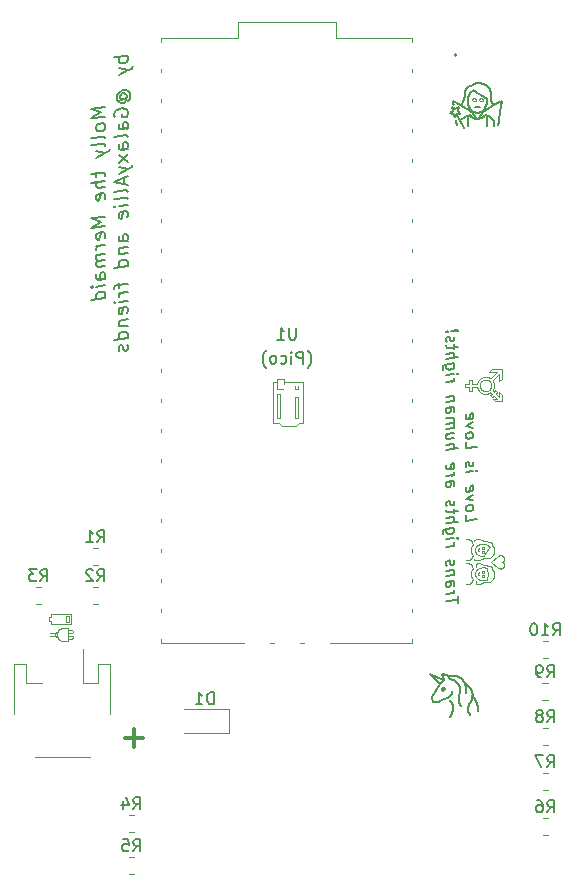
<source format=gbr>
%TF.GenerationSoftware,KiCad,Pcbnew,(6.0.0)*%
%TF.CreationDate,2022-01-21T17:49:12+00:00*%
%TF.ProjectId,molly-the-mermaid,6d6f6c6c-792d-4746-9865-2d6d65726d61,rev?*%
%TF.SameCoordinates,Original*%
%TF.FileFunction,Legend,Bot*%
%TF.FilePolarity,Positive*%
%FSLAX46Y46*%
G04 Gerber Fmt 4.6, Leading zero omitted, Abs format (unit mm)*
G04 Created by KiCad (PCBNEW (6.0.0)) date 2022-01-21 17:49:12*
%MOMM*%
%LPD*%
G01*
G04 APERTURE LIST*
%ADD10C,0.126999*%
%ADD11C,0.063499*%
%ADD12C,0.114299*%
%ADD13C,0.095249*%
%ADD14C,0.148166*%
%ADD15C,0.074083*%
%ADD16C,0.150000*%
%ADD17C,0.300000*%
%ADD18C,0.200000*%
%ADD19C,0.120000*%
G04 APERTURE END LIST*
D10*
X220624400Y-80340200D02*
X220624400Y-80594200D01*
X220624400Y-80594200D02*
X220624400Y-80594200D01*
X220624400Y-80594200D02*
X220878400Y-80594200D01*
X220878400Y-80594200D02*
X220878400Y-80594200D01*
X220878400Y-80594200D02*
X220878400Y-80340200D01*
X219671900Y-80157650D02*
X219671900Y-79768700D01*
X219671900Y-79768700D02*
X219671900Y-79768700D01*
X219671900Y-79768700D02*
X219100400Y-79768700D01*
X219100400Y-79768700D02*
X219100400Y-79768700D01*
X219100400Y-79768700D02*
X219100400Y-80594200D01*
X219100400Y-80594200D02*
X219100400Y-80594200D01*
X219100400Y-80594200D02*
X219608400Y-80594200D01*
X219100400Y-80975200D02*
X219354400Y-80975200D01*
X219354400Y-80975200D02*
X219354400Y-80975200D01*
X219354400Y-80975200D02*
X219354400Y-83070700D01*
X219354400Y-83070700D02*
X219354400Y-83070700D01*
X219354400Y-83070700D02*
X219100400Y-83070700D01*
X219100400Y-83070700D02*
X219100400Y-83070700D01*
X219100400Y-83070700D02*
X219100400Y-80975200D01*
X220624400Y-81292700D02*
X220878400Y-81292700D01*
X220878400Y-81292700D02*
X220878400Y-81292700D01*
X220878400Y-81292700D02*
X220878400Y-83070700D01*
X220878400Y-83070700D02*
X220878400Y-83070700D01*
X220878400Y-83070700D02*
X220624400Y-83070700D01*
X220624400Y-83070700D02*
X220624400Y-83070700D01*
X220624400Y-83070700D02*
X220624400Y-81292700D01*
X219671900Y-79959200D02*
X221259400Y-79959200D01*
X221259400Y-79959200D02*
X221259400Y-79959200D01*
X221259400Y-79959200D02*
X221259400Y-83451700D01*
X221259400Y-83451700D02*
X221259400Y-83451700D01*
X221259400Y-83451700D02*
X220941900Y-83451700D01*
X220941900Y-83451700D02*
X220941900Y-83451700D01*
X220941900Y-83451700D02*
X220681817Y-83705700D01*
X220681817Y-83705700D02*
X220681817Y-83705700D01*
X220681817Y-83705700D02*
X219481432Y-83705700D01*
X219481432Y-83705700D02*
X219481432Y-83705700D01*
X219481432Y-83705700D02*
X219227400Y-83451700D01*
X219227400Y-83451700D02*
X219227400Y-83451700D01*
X219227400Y-83451700D02*
X218719400Y-83451700D01*
X218719400Y-83451700D02*
X218719400Y-83451700D01*
X218719400Y-83451700D02*
X218719400Y-79959200D01*
X218719400Y-79959200D02*
X218719400Y-79959200D01*
X218719400Y-79959200D02*
X219100400Y-79959200D01*
X235083089Y-95332817D02*
X235229139Y-95332817D01*
X235229139Y-95332817D02*
X235229139Y-95332817D01*
X235229139Y-95332817D02*
X235251031Y-95333498D01*
X235251031Y-95333498D02*
X235272636Y-95335513D01*
X235272636Y-95335513D02*
X235293926Y-95338818D01*
X235293926Y-95338818D02*
X235314877Y-95343371D01*
X235314877Y-95343371D02*
X235335459Y-95349129D01*
X235335459Y-95349129D02*
X235355648Y-95356048D01*
X235355648Y-95356048D02*
X235375415Y-95364086D01*
X235375415Y-95364086D02*
X235394735Y-95373199D01*
X235394735Y-95373199D02*
X235413581Y-95383345D01*
X235413581Y-95383345D02*
X235431925Y-95394480D01*
X235431925Y-95394480D02*
X235449742Y-95406561D01*
X235449742Y-95406561D02*
X235467004Y-95419547D01*
X235467004Y-95419547D02*
X235483684Y-95433392D01*
X235483684Y-95433392D02*
X235499757Y-95448055D01*
X235499757Y-95448055D02*
X235515194Y-95463492D01*
X235515194Y-95463492D02*
X235529970Y-95479661D01*
X235529970Y-95479661D02*
X235544058Y-95496518D01*
X235544058Y-95496518D02*
X235557431Y-95514020D01*
X235557431Y-95514020D02*
X235570062Y-95532124D01*
X235570062Y-95532124D02*
X235581924Y-95550788D01*
X235581924Y-95550788D02*
X235592991Y-95569968D01*
X235592991Y-95569968D02*
X235603236Y-95589621D01*
X235603236Y-95589621D02*
X235612632Y-95609705D01*
X235612632Y-95609705D02*
X235621152Y-95630176D01*
X235621152Y-95630176D02*
X235628771Y-95650990D01*
X235628771Y-95650990D02*
X235635460Y-95672106D01*
X235635460Y-95672106D02*
X235641194Y-95693480D01*
X235641194Y-95693480D02*
X235645945Y-95715070D01*
X235645945Y-95715070D02*
X235649686Y-95736831D01*
X235649686Y-95736831D02*
X235652392Y-95758721D01*
X235652392Y-95758721D02*
X235654035Y-95780698D01*
X235654035Y-95780698D02*
X235654589Y-95802717D01*
X235654589Y-95802717D02*
X235654589Y-95802717D01*
X235654589Y-95802717D02*
X235613289Y-95856222D01*
X235613289Y-95856222D02*
X235594704Y-95882922D01*
X235594704Y-95882922D02*
X235577496Y-95909588D01*
X235577496Y-95909588D02*
X235561665Y-95936221D01*
X235561665Y-95936221D02*
X235547210Y-95962824D01*
X235547210Y-95962824D02*
X235534131Y-95989395D01*
X235534131Y-95989395D02*
X235522430Y-96015938D01*
X235522430Y-96015938D02*
X235512105Y-96042453D01*
X235512105Y-96042453D02*
X235503157Y-96068941D01*
X235503157Y-96068941D02*
X235495585Y-96095404D01*
X235495585Y-96095404D02*
X235489390Y-96121842D01*
X235489390Y-96121842D02*
X235484572Y-96148257D01*
X235484572Y-96148257D02*
X235481130Y-96174649D01*
X235481130Y-96174649D02*
X235479065Y-96201021D01*
X235479065Y-96201021D02*
X235478377Y-96227373D01*
X235478377Y-96227373D02*
X235479065Y-96253707D01*
X235479065Y-96253707D02*
X235481130Y-96280023D01*
X235481130Y-96280023D02*
X235484572Y-96306323D01*
X235484572Y-96306323D02*
X235489390Y-96332607D01*
X235489390Y-96332607D02*
X235495585Y-96358878D01*
X235495585Y-96358878D02*
X235503157Y-96385136D01*
X235503157Y-96385136D02*
X235512105Y-96411382D01*
X235512105Y-96411382D02*
X235522430Y-96437618D01*
X235522430Y-96437618D02*
X235534131Y-96463844D01*
X235534131Y-96463844D02*
X235547210Y-96490063D01*
X235547210Y-96490063D02*
X235561665Y-96516274D01*
X235561665Y-96516274D02*
X235577496Y-96542480D01*
X235577496Y-96542480D02*
X235594704Y-96568681D01*
X235594704Y-96568681D02*
X235613289Y-96594878D01*
X235613289Y-96594878D02*
X235654589Y-96647267D01*
X235654589Y-96647267D02*
X235654589Y-96647267D01*
X235654589Y-96647267D02*
X235654035Y-96669286D01*
X235654035Y-96669286D02*
X235652392Y-96691263D01*
X235652392Y-96691263D02*
X235649686Y-96713153D01*
X235649686Y-96713153D02*
X235645945Y-96734914D01*
X235645945Y-96734914D02*
X235641194Y-96756504D01*
X235641194Y-96756504D02*
X235635460Y-96777878D01*
X235635460Y-96777878D02*
X235628771Y-96798994D01*
X235628771Y-96798994D02*
X235621152Y-96819808D01*
X235621152Y-96819808D02*
X235612632Y-96840279D01*
X235612632Y-96840279D02*
X235603236Y-96860363D01*
X235603236Y-96860363D02*
X235592991Y-96880016D01*
X235592991Y-96880016D02*
X235581924Y-96899196D01*
X235581924Y-96899196D02*
X235570062Y-96917860D01*
X235570062Y-96917860D02*
X235557431Y-96935964D01*
X235557431Y-96935964D02*
X235544058Y-96953466D01*
X235544058Y-96953466D02*
X235529970Y-96970323D01*
X235529970Y-96970323D02*
X235515194Y-96986492D01*
X235515194Y-96986492D02*
X235499757Y-97001929D01*
X235499757Y-97001929D02*
X235483684Y-97016592D01*
X235483684Y-97016592D02*
X235467004Y-97030437D01*
X235467004Y-97030437D02*
X235449742Y-97043423D01*
X235449742Y-97043423D02*
X235431925Y-97055504D01*
X235431925Y-97055504D02*
X235413581Y-97066639D01*
X235413581Y-97066639D02*
X235394735Y-97076785D01*
X235394735Y-97076785D02*
X235375415Y-97085898D01*
X235375415Y-97085898D02*
X235355648Y-97093936D01*
X235355648Y-97093936D02*
X235335459Y-97100855D01*
X235335459Y-97100855D02*
X235314877Y-97106613D01*
X235314877Y-97106613D02*
X235293926Y-97111166D01*
X235293926Y-97111166D02*
X235272636Y-97114471D01*
X235272636Y-97114471D02*
X235251031Y-97116486D01*
X235251031Y-97116486D02*
X235229139Y-97117167D01*
X235229139Y-97117167D02*
X235229139Y-97117167D01*
X235229139Y-97117167D02*
X235083089Y-97117167D01*
X238150139Y-95212167D02*
X238150139Y-95212167D01*
X238150139Y-95212167D02*
X238150139Y-95212167D01*
X238150139Y-95212167D02*
X238150139Y-95212167D01*
X238150139Y-95212167D02*
X238150139Y-95212167D01*
X238150139Y-95212167D02*
X238164165Y-95219046D01*
X238164165Y-95219046D02*
X238177660Y-95226566D01*
X238177660Y-95226566D02*
X238190616Y-95234701D01*
X238190616Y-95234701D02*
X238203023Y-95243421D01*
X238203023Y-95243421D02*
X238214872Y-95252699D01*
X238214872Y-95252699D02*
X238226153Y-95262508D01*
X238226153Y-95262508D02*
X238236858Y-95272819D01*
X238236858Y-95272819D02*
X238246977Y-95283605D01*
X238246977Y-95283605D02*
X238256500Y-95294836D01*
X238256500Y-95294836D02*
X238265419Y-95306487D01*
X238265419Y-95306487D02*
X238273724Y-95318528D01*
X238273724Y-95318528D02*
X238281405Y-95330932D01*
X238281405Y-95330932D02*
X238288455Y-95343671D01*
X238288455Y-95343671D02*
X238294862Y-95356716D01*
X238294862Y-95356716D02*
X238300618Y-95370041D01*
X238300618Y-95370041D02*
X238305714Y-95383617D01*
X238305714Y-95383617D02*
X238310140Y-95397416D01*
X238310140Y-95397416D02*
X238313887Y-95411411D01*
X238313887Y-95411411D02*
X238316946Y-95425573D01*
X238316946Y-95425573D02*
X238319307Y-95439874D01*
X238319307Y-95439874D02*
X238320961Y-95454287D01*
X238320961Y-95454287D02*
X238321899Y-95468784D01*
X238321899Y-95468784D02*
X238322112Y-95483337D01*
X238322112Y-95483337D02*
X238321589Y-95497917D01*
X238321589Y-95497917D02*
X238320322Y-95512498D01*
X238320322Y-95512498D02*
X238318302Y-95527050D01*
X238318302Y-95527050D02*
X238315520Y-95541547D01*
X238315520Y-95541547D02*
X238311965Y-95555960D01*
X238311965Y-95555960D02*
X238307629Y-95570261D01*
X238307629Y-95570261D02*
X238302502Y-95584423D01*
X238302502Y-95584423D02*
X238296575Y-95598418D01*
X238296575Y-95598418D02*
X238289839Y-95612217D01*
X238289839Y-95612217D02*
X238289839Y-95612217D01*
X238289839Y-95612217D02*
X238282402Y-95625666D01*
X238282402Y-95625666D02*
X238274392Y-95638622D01*
X238274392Y-95638622D02*
X238265834Y-95651075D01*
X238265834Y-95651075D02*
X238256750Y-95663017D01*
X238256750Y-95663017D02*
X238247163Y-95674438D01*
X238247163Y-95674438D02*
X238237098Y-95685329D01*
X238237098Y-95685329D02*
X238226577Y-95695680D01*
X238226577Y-95695680D02*
X238215623Y-95705483D01*
X238215623Y-95705483D02*
X238204261Y-95714727D01*
X238204261Y-95714727D02*
X238192512Y-95723404D01*
X238192512Y-95723404D02*
X238180400Y-95731504D01*
X238180400Y-95731504D02*
X238167949Y-95739019D01*
X238167949Y-95739019D02*
X238155181Y-95745938D01*
X238155181Y-95745938D02*
X238142121Y-95752252D01*
X238142121Y-95752252D02*
X238128791Y-95757952D01*
X238128791Y-95757952D02*
X238115214Y-95763030D01*
X238115214Y-95763030D02*
X238101414Y-95767474D01*
X238101414Y-95767474D02*
X238087414Y-95771277D01*
X238087414Y-95771277D02*
X238073238Y-95774429D01*
X238073238Y-95774429D02*
X238058907Y-95776920D01*
X238058907Y-95776920D02*
X238044447Y-95778742D01*
X238044447Y-95778742D02*
X238029880Y-95779884D01*
X238029880Y-95779884D02*
X238015229Y-95780339D01*
X238015229Y-95780339D02*
X238000517Y-95780095D01*
X238000517Y-95780095D02*
X237985768Y-95779145D01*
X237985768Y-95779145D02*
X237971006Y-95777478D01*
X237971006Y-95777478D02*
X237956252Y-95775086D01*
X237956252Y-95775086D02*
X237941532Y-95771959D01*
X237941532Y-95771959D02*
X237926867Y-95768088D01*
X237926867Y-95768088D02*
X237912281Y-95763464D01*
X237912281Y-95763464D02*
X237897797Y-95758076D01*
X237897797Y-95758076D02*
X237883439Y-95751917D01*
X237883439Y-95751917D02*
X237883439Y-95751917D01*
X237883439Y-95751917D02*
X237861214Y-95741598D01*
X237861214Y-95741598D02*
X237858241Y-95740071D01*
X237858241Y-95740071D02*
X237855286Y-95738461D01*
X237855286Y-95738461D02*
X237852368Y-95736757D01*
X237852368Y-95736757D02*
X237849506Y-95734951D01*
X237849506Y-95734951D02*
X237846719Y-95733033D01*
X237846719Y-95733033D02*
X237844024Y-95730994D01*
X237844024Y-95730994D02*
X237841442Y-95728826D01*
X237841442Y-95728826D02*
X237838989Y-95726517D01*
X237838989Y-95726517D02*
X237838989Y-95726517D01*
X237838989Y-95726517D02*
X237178589Y-95212167D01*
X237178589Y-95212167D02*
X237178589Y-95212167D01*
X237178589Y-95212167D02*
X237838989Y-94697817D01*
X237838989Y-94697817D02*
X237838989Y-94697817D01*
X237838989Y-94697817D02*
X237841372Y-94696555D01*
X237841372Y-94696555D02*
X237843764Y-94695163D01*
X237843764Y-94695163D02*
X237848613Y-94692062D01*
X237848613Y-94692062D02*
X237858833Y-94685117D01*
X237858833Y-94685117D02*
X237864352Y-94681570D01*
X237864352Y-94681570D02*
X237867246Y-94679843D01*
X237867246Y-94679843D02*
X237870243Y-94678172D01*
X237870243Y-94678172D02*
X237873351Y-94676575D01*
X237873351Y-94676575D02*
X237876581Y-94675071D01*
X237876581Y-94675071D02*
X237879940Y-94673679D01*
X237879940Y-94673679D02*
X237883439Y-94672417D01*
X237883439Y-94672417D02*
X237883439Y-94672417D01*
X237883439Y-94672417D02*
X237897797Y-94666258D01*
X237897797Y-94666258D02*
X237912281Y-94660871D01*
X237912281Y-94660871D02*
X237926867Y-94656246D01*
X237926867Y-94656246D02*
X237941532Y-94652375D01*
X237941532Y-94652375D02*
X237956252Y-94649248D01*
X237956252Y-94649248D02*
X237971006Y-94646856D01*
X237971006Y-94646856D02*
X237985768Y-94645189D01*
X237985768Y-94645189D02*
X238000517Y-94644239D01*
X238000517Y-94644239D02*
X238015229Y-94643996D01*
X238015229Y-94643996D02*
X238029880Y-94644450D01*
X238029880Y-94644450D02*
X238044447Y-94645593D01*
X238044447Y-94645593D02*
X238058907Y-94647414D01*
X238058907Y-94647414D02*
X238073238Y-94649905D01*
X238073238Y-94649905D02*
X238087414Y-94653057D01*
X238087414Y-94653057D02*
X238101414Y-94656860D01*
X238101414Y-94656860D02*
X238115214Y-94661305D01*
X238115214Y-94661305D02*
X238128791Y-94666382D01*
X238128791Y-94666382D02*
X238142121Y-94672082D01*
X238142121Y-94672082D02*
X238155181Y-94678397D01*
X238155181Y-94678397D02*
X238167949Y-94685316D01*
X238167949Y-94685316D02*
X238180400Y-94692830D01*
X238180400Y-94692830D02*
X238192512Y-94700930D01*
X238192512Y-94700930D02*
X238204261Y-94709607D01*
X238204261Y-94709607D02*
X238215623Y-94718852D01*
X238215623Y-94718852D02*
X238226577Y-94728654D01*
X238226577Y-94728654D02*
X238237098Y-94739005D01*
X238237098Y-94739005D02*
X238247163Y-94749896D01*
X238247163Y-94749896D02*
X238256750Y-94761317D01*
X238256750Y-94761317D02*
X238265834Y-94773259D01*
X238265834Y-94773259D02*
X238274392Y-94785713D01*
X238274392Y-94785713D02*
X238282402Y-94798668D01*
X238282402Y-94798668D02*
X238289839Y-94812117D01*
X238289839Y-94812117D02*
X238289839Y-94812117D01*
X238289839Y-94812117D02*
X238296575Y-94825916D01*
X238296575Y-94825916D02*
X238302502Y-94839911D01*
X238302502Y-94839911D02*
X238307629Y-94854073D01*
X238307629Y-94854073D02*
X238311965Y-94868374D01*
X238311965Y-94868374D02*
X238315520Y-94882787D01*
X238315520Y-94882787D02*
X238318302Y-94897284D01*
X238318302Y-94897284D02*
X238320322Y-94911837D01*
X238320322Y-94911837D02*
X238321589Y-94926417D01*
X238321589Y-94926417D02*
X238322112Y-94940998D01*
X238322112Y-94940998D02*
X238321899Y-94955550D01*
X238321899Y-94955550D02*
X238320961Y-94970047D01*
X238320961Y-94970047D02*
X238319307Y-94984460D01*
X238319307Y-94984460D02*
X238316946Y-94998762D01*
X238316946Y-94998762D02*
X238313887Y-95012923D01*
X238313887Y-95012923D02*
X238310140Y-95026918D01*
X238310140Y-95026918D02*
X238305714Y-95040717D01*
X238305714Y-95040717D02*
X238300618Y-95054293D01*
X238300618Y-95054293D02*
X238294862Y-95067618D01*
X238294862Y-95067618D02*
X238288455Y-95080664D01*
X238288455Y-95080664D02*
X238281405Y-95093402D01*
X238281405Y-95093402D02*
X238273724Y-95105806D01*
X238273724Y-95105806D02*
X238265419Y-95117847D01*
X238265419Y-95117847D02*
X238256500Y-95129498D01*
X238256500Y-95129498D02*
X238246977Y-95140730D01*
X238246977Y-95140730D02*
X238236858Y-95151515D01*
X238236858Y-95151515D02*
X238226153Y-95161826D01*
X238226153Y-95161826D02*
X238214872Y-95171635D01*
X238214872Y-95171635D02*
X238203023Y-95180913D01*
X238203023Y-95180913D02*
X238190616Y-95189634D01*
X238190616Y-95189634D02*
X238177660Y-95197768D01*
X238177660Y-95197768D02*
X238164165Y-95205288D01*
X238164165Y-95205288D02*
X238150139Y-95212167D01*
X236168939Y-96094817D02*
X236161126Y-96110509D01*
X236161126Y-96110509D02*
X236154354Y-96126592D01*
X236154354Y-96126592D02*
X236148624Y-96143010D01*
X236148624Y-96143010D02*
X236143936Y-96159706D01*
X236143936Y-96159706D02*
X236140290Y-96176626D01*
X236140290Y-96176626D02*
X236137685Y-96193713D01*
X236137685Y-96193713D02*
X236136122Y-96210912D01*
X236136122Y-96210912D02*
X236135601Y-96228167D01*
X236135601Y-96228167D02*
X236136122Y-96245422D01*
X236136122Y-96245422D02*
X236137685Y-96262621D01*
X236137685Y-96262621D02*
X236140290Y-96279708D01*
X236140290Y-96279708D02*
X236143936Y-96296628D01*
X236143936Y-96296628D02*
X236148624Y-96313325D01*
X236148624Y-96313325D02*
X236154354Y-96329742D01*
X236154354Y-96329742D02*
X236161126Y-96345825D01*
X236161126Y-96345825D02*
X236168939Y-96361517D01*
D11*
X236530889Y-96317067D02*
X236535614Y-96317178D01*
X236535614Y-96317178D02*
X236540259Y-96317507D01*
X236540259Y-96317507D02*
X236544821Y-96318051D01*
X236544821Y-96318051D02*
X236549294Y-96318803D01*
X236549294Y-96318803D02*
X236553674Y-96319761D01*
X236553674Y-96319761D02*
X236557957Y-96320918D01*
X236557957Y-96320918D02*
X236562137Y-96322271D01*
X236562137Y-96322271D02*
X236566211Y-96323814D01*
X236566211Y-96323814D02*
X236570173Y-96325543D01*
X236570173Y-96325543D02*
X236574018Y-96327454D01*
X236574018Y-96327454D02*
X236577743Y-96329541D01*
X236577743Y-96329541D02*
X236581342Y-96331801D01*
X236581342Y-96331801D02*
X236584811Y-96334228D01*
X236584811Y-96334228D02*
X236588144Y-96336818D01*
X236588144Y-96336818D02*
X236591339Y-96339566D01*
X236591339Y-96339566D02*
X236594389Y-96342467D01*
X236594389Y-96342467D02*
X236597290Y-96345517D01*
X236597290Y-96345517D02*
X236600038Y-96348712D01*
X236600038Y-96348712D02*
X236602628Y-96352046D01*
X236602628Y-96352046D02*
X236605055Y-96355514D01*
X236605055Y-96355514D02*
X236607315Y-96359113D01*
X236607315Y-96359113D02*
X236609402Y-96362838D01*
X236609402Y-96362838D02*
X236611313Y-96366683D01*
X236611313Y-96366683D02*
X236613042Y-96370645D01*
X236613042Y-96370645D02*
X236614585Y-96374719D01*
X236614585Y-96374719D02*
X236615938Y-96378899D01*
X236615938Y-96378899D02*
X236617095Y-96383182D01*
X236617095Y-96383182D02*
X236618053Y-96387562D01*
X236618053Y-96387562D02*
X236618805Y-96392035D01*
X236618805Y-96392035D02*
X236619349Y-96396597D01*
X236619349Y-96396597D02*
X236619678Y-96401243D01*
X236619678Y-96401243D02*
X236619789Y-96405967D01*
X236619789Y-96405967D02*
X236619789Y-96405967D01*
X236619789Y-96405967D02*
X236619678Y-96410692D01*
X236619678Y-96410692D02*
X236619349Y-96415337D01*
X236619349Y-96415337D02*
X236618805Y-96419899D01*
X236618805Y-96419899D02*
X236618053Y-96424372D01*
X236618053Y-96424372D02*
X236617095Y-96428752D01*
X236617095Y-96428752D02*
X236615938Y-96433035D01*
X236615938Y-96433035D02*
X236614585Y-96437215D01*
X236614585Y-96437215D02*
X236613042Y-96441289D01*
X236613042Y-96441289D02*
X236611313Y-96445251D01*
X236611313Y-96445251D02*
X236609402Y-96449096D01*
X236609402Y-96449096D02*
X236607315Y-96452821D01*
X236607315Y-96452821D02*
X236605055Y-96456420D01*
X236605055Y-96456420D02*
X236602628Y-96459889D01*
X236602628Y-96459889D02*
X236600038Y-96463222D01*
X236600038Y-96463222D02*
X236597290Y-96466417D01*
X236597290Y-96466417D02*
X236594389Y-96469467D01*
X236594389Y-96469467D02*
X236591339Y-96472368D01*
X236591339Y-96472368D02*
X236588144Y-96475116D01*
X236588144Y-96475116D02*
X236584811Y-96477706D01*
X236584811Y-96477706D02*
X236581342Y-96480133D01*
X236581342Y-96480133D02*
X236577743Y-96482393D01*
X236577743Y-96482393D02*
X236574018Y-96484480D01*
X236574018Y-96484480D02*
X236570173Y-96486391D01*
X236570173Y-96486391D02*
X236566211Y-96488120D01*
X236566211Y-96488120D02*
X236562137Y-96489663D01*
X236562137Y-96489663D02*
X236557957Y-96491016D01*
X236557957Y-96491016D02*
X236553674Y-96492173D01*
X236553674Y-96492173D02*
X236549294Y-96493131D01*
X236549294Y-96493131D02*
X236544821Y-96493883D01*
X236544821Y-96493883D02*
X236540259Y-96494427D01*
X236540259Y-96494427D02*
X236535614Y-96494756D01*
X236535614Y-96494756D02*
X236530889Y-96494867D01*
X236530889Y-96494867D02*
X236530889Y-96494867D01*
X236530889Y-96494867D02*
X236526165Y-96494756D01*
X236526165Y-96494756D02*
X236521519Y-96494427D01*
X236521519Y-96494427D02*
X236516957Y-96493883D01*
X236516957Y-96493883D02*
X236512484Y-96493131D01*
X236512484Y-96493131D02*
X236508104Y-96492173D01*
X236508104Y-96492173D02*
X236503821Y-96491016D01*
X236503821Y-96491016D02*
X236499641Y-96489663D01*
X236499641Y-96489663D02*
X236495567Y-96488120D01*
X236495567Y-96488120D02*
X236491605Y-96486391D01*
X236491605Y-96486391D02*
X236487760Y-96484480D01*
X236487760Y-96484480D02*
X236484035Y-96482393D01*
X236484035Y-96482393D02*
X236480436Y-96480133D01*
X236480436Y-96480133D02*
X236476968Y-96477706D01*
X236476968Y-96477706D02*
X236473634Y-96475116D01*
X236473634Y-96475116D02*
X236470439Y-96472368D01*
X236470439Y-96472368D02*
X236467389Y-96469467D01*
X236467389Y-96469467D02*
X236464488Y-96466417D01*
X236464488Y-96466417D02*
X236461740Y-96463222D01*
X236461740Y-96463222D02*
X236459150Y-96459889D01*
X236459150Y-96459889D02*
X236456723Y-96456420D01*
X236456723Y-96456420D02*
X236454463Y-96452821D01*
X236454463Y-96452821D02*
X236452376Y-96449096D01*
X236452376Y-96449096D02*
X236450465Y-96445251D01*
X236450465Y-96445251D02*
X236448736Y-96441289D01*
X236448736Y-96441289D02*
X236447193Y-96437215D01*
X236447193Y-96437215D02*
X236445840Y-96433035D01*
X236445840Y-96433035D02*
X236444683Y-96428752D01*
X236444683Y-96428752D02*
X236443725Y-96424372D01*
X236443725Y-96424372D02*
X236442973Y-96419899D01*
X236442973Y-96419899D02*
X236442429Y-96415337D01*
X236442429Y-96415337D02*
X236442100Y-96410692D01*
X236442100Y-96410692D02*
X236441989Y-96405967D01*
X236441989Y-96405967D02*
X236441989Y-96405967D01*
X236441989Y-96405967D02*
X236442100Y-96401243D01*
X236442100Y-96401243D02*
X236442429Y-96396597D01*
X236442429Y-96396597D02*
X236442973Y-96392035D01*
X236442973Y-96392035D02*
X236443725Y-96387562D01*
X236443725Y-96387562D02*
X236444683Y-96383182D01*
X236444683Y-96383182D02*
X236445840Y-96378899D01*
X236445840Y-96378899D02*
X236447193Y-96374719D01*
X236447193Y-96374719D02*
X236448736Y-96370645D01*
X236448736Y-96370645D02*
X236450465Y-96366683D01*
X236450465Y-96366683D02*
X236452376Y-96362838D01*
X236452376Y-96362838D02*
X236454464Y-96359113D01*
X236454464Y-96359113D02*
X236456723Y-96355514D01*
X236456723Y-96355514D02*
X236459150Y-96352046D01*
X236459150Y-96352046D02*
X236461740Y-96348712D01*
X236461740Y-96348712D02*
X236464488Y-96345517D01*
X236464488Y-96345517D02*
X236467389Y-96342467D01*
X236467389Y-96342467D02*
X236470439Y-96339566D01*
X236470439Y-96339566D02*
X236473634Y-96336818D01*
X236473634Y-96336818D02*
X236476968Y-96334228D01*
X236476968Y-96334228D02*
X236480436Y-96331801D01*
X236480436Y-96331801D02*
X236484035Y-96329541D01*
X236484035Y-96329541D02*
X236487760Y-96327454D01*
X236487760Y-96327454D02*
X236491605Y-96325543D01*
X236491605Y-96325543D02*
X236495567Y-96323814D01*
X236495567Y-96323814D02*
X236499641Y-96322271D01*
X236499641Y-96322271D02*
X236503821Y-96320918D01*
X236503821Y-96320918D02*
X236508104Y-96319761D01*
X236508104Y-96319761D02*
X236512484Y-96318803D01*
X236512484Y-96318803D02*
X236516957Y-96318051D01*
X236516957Y-96318051D02*
X236521519Y-96317507D01*
X236521519Y-96317507D02*
X236526165Y-96317178D01*
X236526165Y-96317178D02*
X236530889Y-96317067D01*
X236530889Y-95961467D02*
X236535614Y-95961578D01*
X236535614Y-95961578D02*
X236540259Y-95961907D01*
X236540259Y-95961907D02*
X236544821Y-95962451D01*
X236544821Y-95962451D02*
X236549294Y-95963203D01*
X236549294Y-95963203D02*
X236553674Y-95964161D01*
X236553674Y-95964161D02*
X236557957Y-95965318D01*
X236557957Y-95965318D02*
X236562137Y-95966671D01*
X236562137Y-95966671D02*
X236566211Y-95968214D01*
X236566211Y-95968214D02*
X236570173Y-95969943D01*
X236570173Y-95969943D02*
X236574018Y-95971854D01*
X236574018Y-95971854D02*
X236577743Y-95973941D01*
X236577743Y-95973941D02*
X236581342Y-95976201D01*
X236581342Y-95976201D02*
X236584811Y-95978628D01*
X236584811Y-95978628D02*
X236588144Y-95981218D01*
X236588144Y-95981218D02*
X236591339Y-95983966D01*
X236591339Y-95983966D02*
X236594389Y-95986867D01*
X236594389Y-95986867D02*
X236597290Y-95989917D01*
X236597290Y-95989917D02*
X236600038Y-95993112D01*
X236600038Y-95993112D02*
X236602628Y-95996446D01*
X236602628Y-95996446D02*
X236605055Y-95999914D01*
X236605055Y-95999914D02*
X236607315Y-96003513D01*
X236607315Y-96003513D02*
X236609402Y-96007238D01*
X236609402Y-96007238D02*
X236611313Y-96011083D01*
X236611313Y-96011083D02*
X236613042Y-96015045D01*
X236613042Y-96015045D02*
X236614585Y-96019119D01*
X236614585Y-96019119D02*
X236615938Y-96023299D01*
X236615938Y-96023299D02*
X236617095Y-96027582D01*
X236617095Y-96027582D02*
X236618053Y-96031962D01*
X236618053Y-96031962D02*
X236618805Y-96036435D01*
X236618805Y-96036435D02*
X236619349Y-96040997D01*
X236619349Y-96040997D02*
X236619678Y-96045643D01*
X236619678Y-96045643D02*
X236619789Y-96050367D01*
X236619789Y-96050367D02*
X236619789Y-96050367D01*
X236619789Y-96050367D02*
X236619678Y-96055092D01*
X236619678Y-96055092D02*
X236619349Y-96059737D01*
X236619349Y-96059737D02*
X236618805Y-96064299D01*
X236618805Y-96064299D02*
X236618053Y-96068772D01*
X236618053Y-96068772D02*
X236617095Y-96073152D01*
X236617095Y-96073152D02*
X236615938Y-96077435D01*
X236615938Y-96077435D02*
X236614585Y-96081615D01*
X236614585Y-96081615D02*
X236613042Y-96085689D01*
X236613042Y-96085689D02*
X236611313Y-96089651D01*
X236611313Y-96089651D02*
X236609402Y-96093496D01*
X236609402Y-96093496D02*
X236607315Y-96097221D01*
X236607315Y-96097221D02*
X236605055Y-96100820D01*
X236605055Y-96100820D02*
X236602628Y-96104288D01*
X236602628Y-96104288D02*
X236600038Y-96107622D01*
X236600038Y-96107622D02*
X236597290Y-96110817D01*
X236597290Y-96110817D02*
X236594389Y-96113867D01*
X236594389Y-96113867D02*
X236591339Y-96116768D01*
X236591339Y-96116768D02*
X236588144Y-96119516D01*
X236588144Y-96119516D02*
X236584811Y-96122106D01*
X236584811Y-96122106D02*
X236581342Y-96124533D01*
X236581342Y-96124533D02*
X236577743Y-96126792D01*
X236577743Y-96126792D02*
X236574018Y-96128880D01*
X236574018Y-96128880D02*
X236570173Y-96130791D01*
X236570173Y-96130791D02*
X236566211Y-96132520D01*
X236566211Y-96132520D02*
X236562137Y-96134063D01*
X236562137Y-96134063D02*
X236557957Y-96135416D01*
X236557957Y-96135416D02*
X236553674Y-96136573D01*
X236553674Y-96136573D02*
X236549294Y-96137531D01*
X236549294Y-96137531D02*
X236544821Y-96138283D01*
X236544821Y-96138283D02*
X236540259Y-96138827D01*
X236540259Y-96138827D02*
X236535614Y-96139156D01*
X236535614Y-96139156D02*
X236530889Y-96139267D01*
X236530889Y-96139267D02*
X236530889Y-96139267D01*
X236530889Y-96139267D02*
X236526165Y-96139156D01*
X236526165Y-96139156D02*
X236521519Y-96138827D01*
X236521519Y-96138827D02*
X236516957Y-96138283D01*
X236516957Y-96138283D02*
X236512484Y-96137531D01*
X236512484Y-96137531D02*
X236508104Y-96136573D01*
X236508104Y-96136573D02*
X236503821Y-96135416D01*
X236503821Y-96135416D02*
X236499641Y-96134063D01*
X236499641Y-96134063D02*
X236495567Y-96132520D01*
X236495567Y-96132520D02*
X236491605Y-96130791D01*
X236491605Y-96130791D02*
X236487760Y-96128880D01*
X236487760Y-96128880D02*
X236484035Y-96126792D01*
X236484035Y-96126792D02*
X236480436Y-96124533D01*
X236480436Y-96124533D02*
X236476968Y-96122106D01*
X236476968Y-96122106D02*
X236473634Y-96119516D01*
X236473634Y-96119516D02*
X236470439Y-96116768D01*
X236470439Y-96116768D02*
X236467389Y-96113867D01*
X236467389Y-96113867D02*
X236464488Y-96110817D01*
X236464488Y-96110817D02*
X236461740Y-96107622D01*
X236461740Y-96107622D02*
X236459150Y-96104288D01*
X236459150Y-96104288D02*
X236456723Y-96100820D01*
X236456723Y-96100820D02*
X236454463Y-96097221D01*
X236454463Y-96097221D02*
X236452376Y-96093496D01*
X236452376Y-96093496D02*
X236450465Y-96089651D01*
X236450465Y-96089651D02*
X236448736Y-96085689D01*
X236448736Y-96085689D02*
X236447193Y-96081615D01*
X236447193Y-96081615D02*
X236445840Y-96077435D01*
X236445840Y-96077435D02*
X236444683Y-96073152D01*
X236444683Y-96073152D02*
X236443725Y-96068772D01*
X236443725Y-96068772D02*
X236442973Y-96064299D01*
X236442973Y-96064299D02*
X236442429Y-96059737D01*
X236442429Y-96059737D02*
X236442100Y-96055092D01*
X236442100Y-96055092D02*
X236441989Y-96050367D01*
X236441989Y-96050367D02*
X236441989Y-96050367D01*
X236441989Y-96050367D02*
X236442100Y-96045643D01*
X236442100Y-96045643D02*
X236442429Y-96040997D01*
X236442429Y-96040997D02*
X236442973Y-96036435D01*
X236442973Y-96036435D02*
X236443725Y-96031962D01*
X236443725Y-96031962D02*
X236444683Y-96027582D01*
X236444683Y-96027582D02*
X236445840Y-96023299D01*
X236445840Y-96023299D02*
X236447193Y-96019119D01*
X236447193Y-96019119D02*
X236448736Y-96015045D01*
X236448736Y-96015045D02*
X236450465Y-96011083D01*
X236450465Y-96011083D02*
X236452376Y-96007238D01*
X236452376Y-96007238D02*
X236454464Y-96003513D01*
X236454464Y-96003513D02*
X236456723Y-95999914D01*
X236456723Y-95999914D02*
X236459150Y-95996446D01*
X236459150Y-95996446D02*
X236461740Y-95993112D01*
X236461740Y-95993112D02*
X236464488Y-95989917D01*
X236464488Y-95989917D02*
X236467389Y-95986867D01*
X236467389Y-95986867D02*
X236470439Y-95983966D01*
X236470439Y-95983966D02*
X236473634Y-95981218D01*
X236473634Y-95981218D02*
X236476968Y-95978628D01*
X236476968Y-95978628D02*
X236480436Y-95976201D01*
X236480436Y-95976201D02*
X236484035Y-95973941D01*
X236484035Y-95973941D02*
X236487760Y-95971854D01*
X236487760Y-95971854D02*
X236491605Y-95969943D01*
X236491605Y-95969943D02*
X236495567Y-95968214D01*
X236495567Y-95968214D02*
X236499641Y-95966671D01*
X236499641Y-95966671D02*
X236503821Y-95965318D01*
X236503821Y-95965318D02*
X236508104Y-95964161D01*
X236508104Y-95964161D02*
X236512484Y-95963203D01*
X236512484Y-95963203D02*
X236516957Y-95962451D01*
X236516957Y-95962451D02*
X236521519Y-95961907D01*
X236521519Y-95961907D02*
X236526165Y-95961578D01*
X236526165Y-95961578D02*
X236530889Y-95961467D01*
D10*
X236168939Y-94062817D02*
X236161126Y-94078509D01*
X236161126Y-94078509D02*
X236154354Y-94094592D01*
X236154354Y-94094592D02*
X236148624Y-94111009D01*
X236148624Y-94111009D02*
X236143936Y-94127706D01*
X236143936Y-94127706D02*
X236140290Y-94144626D01*
X236140290Y-94144626D02*
X236137685Y-94161713D01*
X236137685Y-94161713D02*
X236136122Y-94178912D01*
X236136122Y-94178912D02*
X236135601Y-94196167D01*
X236135601Y-94196167D02*
X236136122Y-94213422D01*
X236136122Y-94213422D02*
X236137685Y-94230621D01*
X236137685Y-94230621D02*
X236140290Y-94247708D01*
X236140290Y-94247708D02*
X236143936Y-94264628D01*
X236143936Y-94264628D02*
X236148624Y-94281325D01*
X236148624Y-94281325D02*
X236154354Y-94297742D01*
X236154354Y-94297742D02*
X236161126Y-94313825D01*
X236161126Y-94313825D02*
X236168939Y-94329517D01*
D11*
X236530889Y-94285067D02*
X236535614Y-94285178D01*
X236535614Y-94285178D02*
X236540259Y-94285508D01*
X236540259Y-94285508D02*
X236544821Y-94286051D01*
X236544821Y-94286051D02*
X236549294Y-94286804D01*
X236549294Y-94286804D02*
X236553674Y-94287761D01*
X236553674Y-94287761D02*
X236557957Y-94288918D01*
X236557957Y-94288918D02*
X236562137Y-94290271D01*
X236562137Y-94290271D02*
X236566211Y-94291814D01*
X236566211Y-94291814D02*
X236570173Y-94293543D01*
X236570173Y-94293543D02*
X236574018Y-94295454D01*
X236574018Y-94295454D02*
X236577743Y-94297542D01*
X236577743Y-94297542D02*
X236581342Y-94299801D01*
X236581342Y-94299801D02*
X236584811Y-94302228D01*
X236584811Y-94302228D02*
X236588144Y-94304818D01*
X236588144Y-94304818D02*
X236591339Y-94307566D01*
X236591339Y-94307566D02*
X236594389Y-94310467D01*
X236594389Y-94310467D02*
X236597290Y-94313517D01*
X236597290Y-94313517D02*
X236600038Y-94316712D01*
X236600038Y-94316712D02*
X236602628Y-94320046D01*
X236602628Y-94320046D02*
X236605055Y-94323514D01*
X236605055Y-94323514D02*
X236607315Y-94327113D01*
X236607315Y-94327113D02*
X236609402Y-94330838D01*
X236609402Y-94330838D02*
X236611313Y-94334684D01*
X236611313Y-94334684D02*
X236613042Y-94338645D01*
X236613042Y-94338645D02*
X236614585Y-94342719D01*
X236614585Y-94342719D02*
X236615938Y-94346899D01*
X236615938Y-94346899D02*
X236617095Y-94351182D01*
X236617095Y-94351182D02*
X236618053Y-94355562D01*
X236618053Y-94355562D02*
X236618805Y-94360036D01*
X236618805Y-94360036D02*
X236619349Y-94364597D01*
X236619349Y-94364597D02*
X236619678Y-94369243D01*
X236619678Y-94369243D02*
X236619789Y-94373967D01*
X236619789Y-94373967D02*
X236619789Y-94373967D01*
X236619789Y-94373967D02*
X236619678Y-94378692D01*
X236619678Y-94378692D02*
X236619349Y-94383337D01*
X236619349Y-94383337D02*
X236618805Y-94387899D01*
X236618805Y-94387899D02*
X236618053Y-94392372D01*
X236618053Y-94392372D02*
X236617095Y-94396753D01*
X236617095Y-94396753D02*
X236615938Y-94401036D01*
X236615938Y-94401036D02*
X236614585Y-94405216D01*
X236614585Y-94405216D02*
X236613042Y-94409289D01*
X236613042Y-94409289D02*
X236611313Y-94413251D01*
X236611313Y-94413251D02*
X236609402Y-94417097D01*
X236609402Y-94417097D02*
X236607315Y-94420821D01*
X236607315Y-94420821D02*
X236605055Y-94424420D01*
X236605055Y-94424420D02*
X236602628Y-94427889D01*
X236602628Y-94427889D02*
X236600038Y-94431223D01*
X236600038Y-94431223D02*
X236597290Y-94434417D01*
X236597290Y-94434417D02*
X236594389Y-94437467D01*
X236594389Y-94437467D02*
X236591339Y-94440369D01*
X236591339Y-94440369D02*
X236588144Y-94443117D01*
X236588144Y-94443117D02*
X236584811Y-94445707D01*
X236584811Y-94445707D02*
X236581342Y-94448134D01*
X236581342Y-94448134D02*
X236577743Y-94450393D01*
X236577743Y-94450393D02*
X236574018Y-94452481D01*
X236574018Y-94452481D02*
X236570173Y-94454391D01*
X236570173Y-94454391D02*
X236566211Y-94456121D01*
X236566211Y-94456121D02*
X236562137Y-94457664D01*
X236562137Y-94457664D02*
X236557957Y-94459017D01*
X236557957Y-94459017D02*
X236553674Y-94460174D01*
X236553674Y-94460174D02*
X236549294Y-94461131D01*
X236549294Y-94461131D02*
X236544821Y-94461884D01*
X236544821Y-94461884D02*
X236540259Y-94462427D01*
X236540259Y-94462427D02*
X236535614Y-94462757D01*
X236535614Y-94462757D02*
X236530889Y-94462867D01*
X236530889Y-94462867D02*
X236530889Y-94462867D01*
X236530889Y-94462867D02*
X236526165Y-94462757D01*
X236526165Y-94462757D02*
X236521519Y-94462427D01*
X236521519Y-94462427D02*
X236516957Y-94461884D01*
X236516957Y-94461884D02*
X236512484Y-94461131D01*
X236512484Y-94461131D02*
X236508104Y-94460174D01*
X236508104Y-94460174D02*
X236503821Y-94459017D01*
X236503821Y-94459017D02*
X236499641Y-94457664D01*
X236499641Y-94457664D02*
X236495567Y-94456121D01*
X236495567Y-94456121D02*
X236491605Y-94454391D01*
X236491605Y-94454391D02*
X236487760Y-94452481D01*
X236487760Y-94452481D02*
X236484035Y-94450393D01*
X236484035Y-94450393D02*
X236480436Y-94448134D01*
X236480436Y-94448134D02*
X236476968Y-94445707D01*
X236476968Y-94445707D02*
X236473634Y-94443117D01*
X236473634Y-94443117D02*
X236470439Y-94440369D01*
X236470439Y-94440369D02*
X236467389Y-94437467D01*
X236467389Y-94437467D02*
X236464488Y-94434417D01*
X236464488Y-94434417D02*
X236461740Y-94431223D01*
X236461740Y-94431223D02*
X236459150Y-94427889D01*
X236459150Y-94427889D02*
X236456723Y-94424420D01*
X236456723Y-94424420D02*
X236454463Y-94420821D01*
X236454463Y-94420821D02*
X236452376Y-94417097D01*
X236452376Y-94417097D02*
X236450465Y-94413251D01*
X236450465Y-94413251D02*
X236448736Y-94409289D01*
X236448736Y-94409289D02*
X236447193Y-94405216D01*
X236447193Y-94405216D02*
X236445840Y-94401036D01*
X236445840Y-94401036D02*
X236444683Y-94396753D01*
X236444683Y-94396753D02*
X236443725Y-94392372D01*
X236443725Y-94392372D02*
X236442973Y-94387899D01*
X236442973Y-94387899D02*
X236442429Y-94383337D01*
X236442429Y-94383337D02*
X236442100Y-94378692D01*
X236442100Y-94378692D02*
X236441989Y-94373967D01*
X236441989Y-94373967D02*
X236441989Y-94373967D01*
X236441989Y-94373967D02*
X236442100Y-94369243D01*
X236442100Y-94369243D02*
X236442429Y-94364597D01*
X236442429Y-94364597D02*
X236442973Y-94360036D01*
X236442973Y-94360036D02*
X236443725Y-94355562D01*
X236443725Y-94355562D02*
X236444683Y-94351182D01*
X236444683Y-94351182D02*
X236445840Y-94346899D01*
X236445840Y-94346899D02*
X236447193Y-94342719D01*
X236447193Y-94342719D02*
X236448736Y-94338645D01*
X236448736Y-94338645D02*
X236450465Y-94334684D01*
X236450465Y-94334684D02*
X236452376Y-94330838D01*
X236452376Y-94330838D02*
X236454464Y-94327113D01*
X236454464Y-94327113D02*
X236456723Y-94323514D01*
X236456723Y-94323514D02*
X236459150Y-94320046D01*
X236459150Y-94320046D02*
X236461740Y-94316712D01*
X236461740Y-94316712D02*
X236464488Y-94313517D01*
X236464488Y-94313517D02*
X236467389Y-94310467D01*
X236467389Y-94310467D02*
X236470439Y-94307566D01*
X236470439Y-94307566D02*
X236473634Y-94304818D01*
X236473634Y-94304818D02*
X236476968Y-94302228D01*
X236476968Y-94302228D02*
X236480436Y-94299801D01*
X236480436Y-94299801D02*
X236484035Y-94297542D01*
X236484035Y-94297542D02*
X236487760Y-94295454D01*
X236487760Y-94295454D02*
X236491605Y-94293543D01*
X236491605Y-94293543D02*
X236495567Y-94291814D01*
X236495567Y-94291814D02*
X236499641Y-94290271D01*
X236499641Y-94290271D02*
X236503821Y-94288918D01*
X236503821Y-94288918D02*
X236508104Y-94287761D01*
X236508104Y-94287761D02*
X236512484Y-94286804D01*
X236512484Y-94286804D02*
X236516957Y-94286051D01*
X236516957Y-94286051D02*
X236521519Y-94285508D01*
X236521519Y-94285508D02*
X236526165Y-94285178D01*
X236526165Y-94285178D02*
X236530889Y-94285067D01*
X236530889Y-93929467D02*
X236535614Y-93929578D01*
X236535614Y-93929578D02*
X236540259Y-93929907D01*
X236540259Y-93929907D02*
X236544821Y-93930451D01*
X236544821Y-93930451D02*
X236549294Y-93931203D01*
X236549294Y-93931203D02*
X236553674Y-93932161D01*
X236553674Y-93932161D02*
X236557957Y-93933318D01*
X236557957Y-93933318D02*
X236562137Y-93934671D01*
X236562137Y-93934671D02*
X236566211Y-93936214D01*
X236566211Y-93936214D02*
X236570173Y-93937943D01*
X236570173Y-93937943D02*
X236574018Y-93939854D01*
X236574018Y-93939854D02*
X236577743Y-93941942D01*
X236577743Y-93941942D02*
X236581342Y-93944201D01*
X236581342Y-93944201D02*
X236584811Y-93946628D01*
X236584811Y-93946628D02*
X236588144Y-93949218D01*
X236588144Y-93949218D02*
X236591339Y-93951966D01*
X236591339Y-93951966D02*
X236594389Y-93954867D01*
X236594389Y-93954867D02*
X236597290Y-93957917D01*
X236597290Y-93957917D02*
X236600038Y-93961112D01*
X236600038Y-93961112D02*
X236602628Y-93964446D01*
X236602628Y-93964446D02*
X236605055Y-93967914D01*
X236605055Y-93967914D02*
X236607315Y-93971513D01*
X236607315Y-93971513D02*
X236609402Y-93975238D01*
X236609402Y-93975238D02*
X236611313Y-93979084D01*
X236611313Y-93979084D02*
X236613042Y-93983045D01*
X236613042Y-93983045D02*
X236614585Y-93987119D01*
X236614585Y-93987119D02*
X236615938Y-93991299D01*
X236615938Y-93991299D02*
X236617095Y-93995582D01*
X236617095Y-93995582D02*
X236618053Y-93999962D01*
X236618053Y-93999962D02*
X236618805Y-94004436D01*
X236618805Y-94004436D02*
X236619349Y-94008997D01*
X236619349Y-94008997D02*
X236619678Y-94013643D01*
X236619678Y-94013643D02*
X236619789Y-94018367D01*
X236619789Y-94018367D02*
X236619789Y-94018367D01*
X236619789Y-94018367D02*
X236619678Y-94023092D01*
X236619678Y-94023092D02*
X236619349Y-94027737D01*
X236619349Y-94027737D02*
X236618805Y-94032299D01*
X236618805Y-94032299D02*
X236618053Y-94036772D01*
X236618053Y-94036772D02*
X236617095Y-94041153D01*
X236617095Y-94041153D02*
X236615938Y-94045435D01*
X236615938Y-94045435D02*
X236614585Y-94049616D01*
X236614585Y-94049616D02*
X236613042Y-94053689D01*
X236613042Y-94053689D02*
X236611313Y-94057651D01*
X236611313Y-94057651D02*
X236609402Y-94061496D01*
X236609402Y-94061496D02*
X236607315Y-94065221D01*
X236607315Y-94065221D02*
X236605055Y-94068820D01*
X236605055Y-94068820D02*
X236602628Y-94072289D01*
X236602628Y-94072289D02*
X236600038Y-94075623D01*
X236600038Y-94075623D02*
X236597290Y-94078817D01*
X236597290Y-94078817D02*
X236594389Y-94081867D01*
X236594389Y-94081867D02*
X236591339Y-94084769D01*
X236591339Y-94084769D02*
X236588144Y-94087517D01*
X236588144Y-94087517D02*
X236584811Y-94090106D01*
X236584811Y-94090106D02*
X236581342Y-94092533D01*
X236581342Y-94092533D02*
X236577743Y-94094793D01*
X236577743Y-94094793D02*
X236574018Y-94096880D01*
X236574018Y-94096880D02*
X236570173Y-94098791D01*
X236570173Y-94098791D02*
X236566211Y-94100520D01*
X236566211Y-94100520D02*
X236562137Y-94102064D01*
X236562137Y-94102064D02*
X236557957Y-94103416D01*
X236557957Y-94103416D02*
X236553674Y-94104574D01*
X236553674Y-94104574D02*
X236549294Y-94105531D01*
X236549294Y-94105531D02*
X236544821Y-94106284D01*
X236544821Y-94106284D02*
X236540259Y-94106827D01*
X236540259Y-94106827D02*
X236535614Y-94107156D01*
X236535614Y-94107156D02*
X236530889Y-94107267D01*
X236530889Y-94107267D02*
X236530889Y-94107267D01*
X236530889Y-94107267D02*
X236526165Y-94107156D01*
X236526165Y-94107156D02*
X236521519Y-94106827D01*
X236521519Y-94106827D02*
X236516957Y-94106284D01*
X236516957Y-94106284D02*
X236512484Y-94105531D01*
X236512484Y-94105531D02*
X236508104Y-94104574D01*
X236508104Y-94104574D02*
X236503821Y-94103416D01*
X236503821Y-94103416D02*
X236499641Y-94102064D01*
X236499641Y-94102064D02*
X236495567Y-94100520D01*
X236495567Y-94100520D02*
X236491605Y-94098791D01*
X236491605Y-94098791D02*
X236487760Y-94096880D01*
X236487760Y-94096880D02*
X236484035Y-94094793D01*
X236484035Y-94094793D02*
X236480436Y-94092533D01*
X236480436Y-94092533D02*
X236476968Y-94090106D01*
X236476968Y-94090106D02*
X236473634Y-94087516D01*
X236473634Y-94087516D02*
X236470439Y-94084769D01*
X236470439Y-94084769D02*
X236467389Y-94081867D01*
X236467389Y-94081867D02*
X236464488Y-94078817D01*
X236464488Y-94078817D02*
X236461740Y-94075623D01*
X236461740Y-94075623D02*
X236459150Y-94072289D01*
X236459150Y-94072289D02*
X236456723Y-94068820D01*
X236456723Y-94068820D02*
X236454463Y-94065221D01*
X236454463Y-94065221D02*
X236452376Y-94061496D01*
X236452376Y-94061496D02*
X236450465Y-94057651D01*
X236450465Y-94057651D02*
X236448736Y-94053689D01*
X236448736Y-94053689D02*
X236447193Y-94049616D01*
X236447193Y-94049616D02*
X236445840Y-94045435D01*
X236445840Y-94045435D02*
X236444683Y-94041153D01*
X236444683Y-94041153D02*
X236443725Y-94036772D01*
X236443725Y-94036772D02*
X236442973Y-94032299D01*
X236442973Y-94032299D02*
X236442429Y-94027737D01*
X236442429Y-94027737D02*
X236442100Y-94023092D01*
X236442100Y-94023092D02*
X236441989Y-94018367D01*
X236441989Y-94018367D02*
X236441989Y-94018367D01*
X236441989Y-94018367D02*
X236442100Y-94013643D01*
X236442100Y-94013643D02*
X236442429Y-94008997D01*
X236442429Y-94008997D02*
X236442973Y-94004435D01*
X236442973Y-94004435D02*
X236443725Y-93999962D01*
X236443725Y-93999962D02*
X236444683Y-93995582D01*
X236444683Y-93995582D02*
X236445840Y-93991299D01*
X236445840Y-93991299D02*
X236447193Y-93987119D01*
X236447193Y-93987119D02*
X236448736Y-93983045D01*
X236448736Y-93983045D02*
X236450465Y-93979083D01*
X236450465Y-93979083D02*
X236452376Y-93975238D01*
X236452376Y-93975238D02*
X236454464Y-93971513D01*
X236454464Y-93971513D02*
X236456723Y-93967914D01*
X236456723Y-93967914D02*
X236459150Y-93964446D01*
X236459150Y-93964446D02*
X236461740Y-93961112D01*
X236461740Y-93961112D02*
X236464488Y-93957917D01*
X236464488Y-93957917D02*
X236467389Y-93954867D01*
X236467389Y-93954867D02*
X236470439Y-93951966D01*
X236470439Y-93951966D02*
X236473634Y-93949218D01*
X236473634Y-93949218D02*
X236476968Y-93946628D01*
X236476968Y-93946628D02*
X236480436Y-93944201D01*
X236480436Y-93944201D02*
X236484035Y-93941941D01*
X236484035Y-93941941D02*
X236487760Y-93939854D01*
X236487760Y-93939854D02*
X236491605Y-93937943D01*
X236491605Y-93937943D02*
X236495567Y-93936214D01*
X236495567Y-93936214D02*
X236499641Y-93934671D01*
X236499641Y-93934671D02*
X236503821Y-93933318D01*
X236503821Y-93933318D02*
X236508104Y-93932161D01*
X236508104Y-93932161D02*
X236512484Y-93931203D01*
X236512484Y-93931203D02*
X236516957Y-93930451D01*
X236516957Y-93930451D02*
X236521519Y-93929907D01*
X236521519Y-93929907D02*
X236526165Y-93929578D01*
X236526165Y-93929578D02*
X236530889Y-93929467D01*
D10*
X235083089Y-93300817D02*
X235229139Y-93300817D01*
X235229139Y-93300817D02*
X235229139Y-93300817D01*
X235229139Y-93300817D02*
X235251031Y-93301499D01*
X235251031Y-93301499D02*
X235272636Y-93303513D01*
X235272636Y-93303513D02*
X235293926Y-93306819D01*
X235293926Y-93306819D02*
X235314877Y-93311372D01*
X235314877Y-93311372D02*
X235335459Y-93317129D01*
X235335459Y-93317129D02*
X235355648Y-93324049D01*
X235355648Y-93324049D02*
X235375415Y-93332086D01*
X235375415Y-93332086D02*
X235394735Y-93341199D01*
X235394735Y-93341199D02*
X235413581Y-93351345D01*
X235413581Y-93351345D02*
X235431925Y-93362480D01*
X235431925Y-93362480D02*
X235449742Y-93374562D01*
X235449742Y-93374562D02*
X235467004Y-93387547D01*
X235467004Y-93387547D02*
X235483684Y-93401392D01*
X235483684Y-93401392D02*
X235499757Y-93416055D01*
X235499757Y-93416055D02*
X235515194Y-93431492D01*
X235515194Y-93431492D02*
X235529970Y-93447661D01*
X235529970Y-93447661D02*
X235544058Y-93464518D01*
X235544058Y-93464518D02*
X235557431Y-93482020D01*
X235557431Y-93482020D02*
X235570062Y-93500125D01*
X235570062Y-93500125D02*
X235581924Y-93518788D01*
X235581924Y-93518788D02*
X235592991Y-93537968D01*
X235592991Y-93537968D02*
X235603236Y-93557622D01*
X235603236Y-93557622D02*
X235612632Y-93577705D01*
X235612632Y-93577705D02*
X235621152Y-93598176D01*
X235621152Y-93598176D02*
X235628771Y-93618991D01*
X235628771Y-93618991D02*
X235635460Y-93640106D01*
X235635460Y-93640106D02*
X235641194Y-93661481D01*
X235641194Y-93661481D02*
X235645945Y-93683070D01*
X235645945Y-93683070D02*
X235649686Y-93704831D01*
X235649686Y-93704831D02*
X235652392Y-93726721D01*
X235652392Y-93726721D02*
X235654035Y-93748698D01*
X235654035Y-93748698D02*
X235654589Y-93770717D01*
X235654589Y-93770717D02*
X235654589Y-93770717D01*
X235654589Y-93770717D02*
X235613289Y-93824222D01*
X235613289Y-93824222D02*
X235594704Y-93850922D01*
X235594704Y-93850922D02*
X235577496Y-93877588D01*
X235577496Y-93877588D02*
X235561665Y-93904222D01*
X235561665Y-93904222D02*
X235547210Y-93930824D01*
X235547210Y-93930824D02*
X235534131Y-93957395D01*
X235534131Y-93957395D02*
X235522430Y-93983938D01*
X235522430Y-93983938D02*
X235512105Y-94010453D01*
X235512105Y-94010453D02*
X235503157Y-94036941D01*
X235503157Y-94036941D02*
X235495585Y-94063404D01*
X235495585Y-94063404D02*
X235489390Y-94089842D01*
X235489390Y-94089842D02*
X235484572Y-94116257D01*
X235484572Y-94116257D02*
X235481130Y-94142649D01*
X235481130Y-94142649D02*
X235479065Y-94169021D01*
X235479065Y-94169021D02*
X235478377Y-94195373D01*
X235478377Y-94195373D02*
X235479065Y-94221707D01*
X235479065Y-94221707D02*
X235481130Y-94248023D01*
X235481130Y-94248023D02*
X235484572Y-94274323D01*
X235484572Y-94274323D02*
X235489390Y-94300607D01*
X235489390Y-94300607D02*
X235495585Y-94326878D01*
X235495585Y-94326878D02*
X235503157Y-94353136D01*
X235503157Y-94353136D02*
X235512105Y-94379382D01*
X235512105Y-94379382D02*
X235522430Y-94405618D01*
X235522430Y-94405618D02*
X235534131Y-94431844D01*
X235534131Y-94431844D02*
X235547210Y-94458063D01*
X235547210Y-94458063D02*
X235561665Y-94484274D01*
X235561665Y-94484274D02*
X235577496Y-94510480D01*
X235577496Y-94510480D02*
X235594704Y-94536681D01*
X235594704Y-94536681D02*
X235613289Y-94562878D01*
X235613289Y-94562878D02*
X235654589Y-94615267D01*
X235654589Y-94615267D02*
X235654589Y-94615267D01*
X235654589Y-94615267D02*
X235654035Y-94637286D01*
X235654035Y-94637286D02*
X235652392Y-94659263D01*
X235652392Y-94659263D02*
X235649686Y-94681153D01*
X235649686Y-94681153D02*
X235645945Y-94702914D01*
X235645945Y-94702914D02*
X235641194Y-94724504D01*
X235641194Y-94724504D02*
X235635460Y-94745878D01*
X235635460Y-94745878D02*
X235628771Y-94766994D01*
X235628771Y-94766994D02*
X235621152Y-94787808D01*
X235621152Y-94787808D02*
X235612632Y-94808279D01*
X235612632Y-94808279D02*
X235603236Y-94828363D01*
X235603236Y-94828363D02*
X235592991Y-94848016D01*
X235592991Y-94848016D02*
X235581924Y-94867196D01*
X235581924Y-94867196D02*
X235570062Y-94885860D01*
X235570062Y-94885860D02*
X235557431Y-94903964D01*
X235557431Y-94903964D02*
X235544058Y-94921466D01*
X235544058Y-94921466D02*
X235529970Y-94938323D01*
X235529970Y-94938323D02*
X235515194Y-94954492D01*
X235515194Y-94954492D02*
X235499757Y-94969929D01*
X235499757Y-94969929D02*
X235483684Y-94984592D01*
X235483684Y-94984592D02*
X235467004Y-94998438D01*
X235467004Y-94998438D02*
X235449742Y-95011423D01*
X235449742Y-95011423D02*
X235431925Y-95023504D01*
X235431925Y-95023504D02*
X235413581Y-95034639D01*
X235413581Y-95034639D02*
X235394735Y-95044785D01*
X235394735Y-95044785D02*
X235375415Y-95053898D01*
X235375415Y-95053898D02*
X235355648Y-95061936D01*
X235355648Y-95061936D02*
X235335459Y-95068855D01*
X235335459Y-95068855D02*
X235314877Y-95074613D01*
X235314877Y-95074613D02*
X235293926Y-95079166D01*
X235293926Y-95079166D02*
X235272636Y-95082471D01*
X235272636Y-95082471D02*
X235251031Y-95084486D01*
X235251031Y-95084486D02*
X235229139Y-95085167D01*
X235229139Y-95085167D02*
X235229139Y-95085167D01*
X235229139Y-95085167D02*
X235083089Y-95085167D01*
X236511839Y-94723217D02*
X236511839Y-94723217D01*
X236511839Y-94723217D02*
X236511839Y-94723217D01*
X236511839Y-94723217D02*
X236511839Y-94723217D01*
X236511839Y-94723217D02*
X236511839Y-94723217D01*
X236511839Y-94723217D02*
X236556289Y-94716867D01*
X236556289Y-94716867D02*
X236556289Y-94716867D01*
X236556289Y-94716867D02*
X236565641Y-94715222D01*
X236565641Y-94715222D02*
X236575812Y-94710403D01*
X236575812Y-94710403D02*
X236586767Y-94702583D01*
X236586767Y-94702583D02*
X236598470Y-94691939D01*
X236598470Y-94691939D02*
X236623973Y-94662871D01*
X236623973Y-94662871D02*
X236652035Y-94624594D01*
X236652035Y-94624594D02*
X236682367Y-94578504D01*
X236682367Y-94578504D02*
X236714679Y-94525995D01*
X236714679Y-94525995D02*
X236784095Y-94407305D01*
X236784095Y-94407305D02*
X236857976Y-94279685D01*
X236857976Y-94279685D02*
X236934015Y-94154297D01*
X236934015Y-94154297D02*
X236972123Y-94095928D01*
X236972123Y-94095928D02*
X237009905Y-94042304D01*
X237009905Y-94042304D02*
X237047073Y-93994818D01*
X237047073Y-93994818D02*
X237083339Y-93954867D01*
X237083339Y-93954867D02*
X237083339Y-93954867D01*
X237083339Y-93954867D02*
X237048178Y-93920265D01*
X237048178Y-93920265D02*
X237013985Y-93887895D01*
X237013985Y-93887895D02*
X236980536Y-93857757D01*
X236980536Y-93857757D02*
X236947608Y-93829852D01*
X236947608Y-93829852D02*
X236914977Y-93804179D01*
X236914977Y-93804179D02*
X236882421Y-93780738D01*
X236882421Y-93780738D02*
X236849716Y-93759530D01*
X236849716Y-93759530D02*
X236816639Y-93740555D01*
X236816639Y-93740555D02*
X236782967Y-93723812D01*
X236782967Y-93723812D02*
X236748476Y-93709301D01*
X236748476Y-93709301D02*
X236712943Y-93697022D01*
X236712943Y-93697022D02*
X236676145Y-93686977D01*
X236676145Y-93686977D02*
X236637859Y-93679163D01*
X236637859Y-93679163D02*
X236597862Y-93673582D01*
X236597862Y-93673582D02*
X236555930Y-93670233D01*
X236555930Y-93670233D02*
X236511839Y-93669117D01*
X236511839Y-93669117D02*
X236511839Y-93669117D01*
X236511839Y-93669117D02*
X236476405Y-93669818D01*
X236476405Y-93669818D02*
X236441564Y-93671897D01*
X236441564Y-93671897D02*
X236407351Y-93675317D01*
X236407351Y-93675317D02*
X236373801Y-93680044D01*
X236373801Y-93680044D02*
X236340948Y-93686040D01*
X236340948Y-93686040D02*
X236308828Y-93693269D01*
X236308828Y-93693269D02*
X236277476Y-93701696D01*
X236277476Y-93701696D02*
X236246925Y-93711285D01*
X236246925Y-93711285D02*
X236217212Y-93721999D01*
X236217212Y-93721999D02*
X236188371Y-93733803D01*
X236188371Y-93733803D02*
X236160436Y-93746660D01*
X236160436Y-93746660D02*
X236133444Y-93760535D01*
X236133444Y-93760535D02*
X236107428Y-93775391D01*
X236107428Y-93775391D02*
X236082424Y-93791192D01*
X236082424Y-93791192D02*
X236058466Y-93807902D01*
X236058466Y-93807902D02*
X236035589Y-93825486D01*
X236035589Y-93825486D02*
X236013829Y-93843907D01*
X236013829Y-93843907D02*
X235993220Y-93863129D01*
X235993220Y-93863129D02*
X235973796Y-93883116D01*
X235973796Y-93883116D02*
X235955594Y-93903832D01*
X235955594Y-93903832D02*
X235938647Y-93925241D01*
X235938647Y-93925241D02*
X235922991Y-93947306D01*
X235922991Y-93947306D02*
X235908661Y-93969993D01*
X235908661Y-93969993D02*
X235895691Y-93993265D01*
X235895691Y-93993265D02*
X235884116Y-94017085D01*
X235884116Y-94017085D02*
X235873971Y-94041419D01*
X235873971Y-94041419D02*
X235865292Y-94066228D01*
X235865292Y-94066228D02*
X235858112Y-94091479D01*
X235858112Y-94091479D02*
X235852467Y-94117134D01*
X235852467Y-94117134D02*
X235848391Y-94143158D01*
X235848391Y-94143158D02*
X235845921Y-94169514D01*
X235845921Y-94169514D02*
X235845089Y-94196167D01*
X235845089Y-94196167D02*
X235845089Y-94196167D01*
X235845089Y-94196167D02*
X235845921Y-94222820D01*
X235845921Y-94222820D02*
X235848391Y-94249176D01*
X235848391Y-94249176D02*
X235852467Y-94275200D01*
X235852467Y-94275200D02*
X235858112Y-94300855D01*
X235858112Y-94300855D02*
X235865292Y-94326106D01*
X235865292Y-94326106D02*
X235873971Y-94350916D01*
X235873971Y-94350916D02*
X235884116Y-94375249D01*
X235884116Y-94375249D02*
X235895691Y-94399070D01*
X235895691Y-94399070D02*
X235908661Y-94422341D01*
X235908661Y-94422341D02*
X235922991Y-94445028D01*
X235922991Y-94445028D02*
X235938647Y-94467094D01*
X235938647Y-94467094D02*
X235955594Y-94488503D01*
X235955594Y-94488503D02*
X235973796Y-94509219D01*
X235973796Y-94509219D02*
X235993220Y-94529206D01*
X235993220Y-94529206D02*
X236013829Y-94548428D01*
X236013829Y-94548428D02*
X236035589Y-94566848D01*
X236035589Y-94566848D02*
X236058466Y-94584432D01*
X236058466Y-94584432D02*
X236082424Y-94601142D01*
X236082424Y-94601142D02*
X236133444Y-94631799D01*
X236133444Y-94631799D02*
X236188371Y-94658531D01*
X236188371Y-94658531D02*
X236246925Y-94681049D01*
X236246925Y-94681049D02*
X236277476Y-94690638D01*
X236277476Y-94690638D02*
X236308828Y-94699065D01*
X236308828Y-94699065D02*
X236340948Y-94706295D01*
X236340948Y-94706295D02*
X236373801Y-94712291D01*
X236373801Y-94712291D02*
X236407351Y-94717017D01*
X236407351Y-94717017D02*
X236441564Y-94720437D01*
X236441564Y-94720437D02*
X236476405Y-94722516D01*
X236476405Y-94722516D02*
X236511839Y-94723217D01*
X235762539Y-93415117D02*
X235793027Y-93390190D01*
X235793027Y-93390190D02*
X235824873Y-93367802D01*
X235824873Y-93367802D02*
X235857947Y-93347963D01*
X235857947Y-93347963D02*
X235892119Y-93330682D01*
X235892119Y-93330682D02*
X235927258Y-93315968D01*
X235927258Y-93315968D02*
X235963234Y-93303831D01*
X235963234Y-93303831D02*
X235999917Y-93294280D01*
X235999917Y-93294280D02*
X236037177Y-93287323D01*
X236037177Y-93287323D02*
X236074883Y-93282972D01*
X236074883Y-93282972D02*
X236112905Y-93281234D01*
X236112905Y-93281234D02*
X236151114Y-93282119D01*
X236151114Y-93282119D02*
X236189378Y-93285637D01*
X236189378Y-93285637D02*
X236227568Y-93291796D01*
X236227568Y-93291796D02*
X236265553Y-93300606D01*
X236265553Y-93300606D02*
X236303204Y-93312077D01*
X236303204Y-93312077D02*
X236340389Y-93326217D01*
X236340389Y-93326217D02*
X236340389Y-93326217D01*
X236340389Y-93326217D02*
X236429090Y-93365347D01*
X236429090Y-93365347D02*
X236499933Y-93397556D01*
X236499933Y-93397556D02*
X236560059Y-93423663D01*
X236560059Y-93423663D02*
X236588337Y-93434684D01*
X236588337Y-93434684D02*
X236616614Y-93444486D01*
X236616614Y-93444486D02*
X236645784Y-93453172D01*
X236645784Y-93453172D02*
X236676740Y-93460845D01*
X236676740Y-93460845D02*
X236710376Y-93467606D01*
X236710376Y-93467606D02*
X236747583Y-93473557D01*
X236747583Y-93473557D02*
X236789254Y-93478802D01*
X236789254Y-93478802D02*
X236836284Y-93483442D01*
X236836284Y-93483442D02*
X236889565Y-93487579D01*
X236889565Y-93487579D02*
X236949989Y-93491317D01*
X236949989Y-93491317D02*
X236949989Y-93491317D01*
X236949989Y-93491317D02*
X236968347Y-93492337D01*
X236968347Y-93492337D02*
X236986498Y-93494195D01*
X236986498Y-93494195D02*
X237004422Y-93496870D01*
X237004422Y-93496870D02*
X237022096Y-93500346D01*
X237022096Y-93500346D02*
X237039501Y-93504603D01*
X237039501Y-93504603D02*
X237056615Y-93509623D01*
X237056615Y-93509623D02*
X237073417Y-93515387D01*
X237073417Y-93515387D02*
X237089887Y-93521877D01*
X237089887Y-93521877D02*
X237106004Y-93529073D01*
X237106004Y-93529073D02*
X237121746Y-93536958D01*
X237121746Y-93536958D02*
X237137093Y-93545512D01*
X237137093Y-93545512D02*
X237152023Y-93554718D01*
X237152023Y-93554718D02*
X237166516Y-93564556D01*
X237166516Y-93564556D02*
X237180552Y-93575008D01*
X237180552Y-93575008D02*
X237194108Y-93586056D01*
X237194108Y-93586056D02*
X237207164Y-93597680D01*
X237207164Y-93597680D02*
X237219699Y-93609862D01*
X237219699Y-93609862D02*
X237231693Y-93622584D01*
X237231693Y-93622584D02*
X237243123Y-93635826D01*
X237243123Y-93635826D02*
X237253970Y-93649571D01*
X237253970Y-93649571D02*
X237264213Y-93663800D01*
X237264213Y-93663800D02*
X237273830Y-93678493D01*
X237273830Y-93678493D02*
X237282800Y-93693634D01*
X237282800Y-93693634D02*
X237291103Y-93709202D01*
X237291103Y-93709202D02*
X237298718Y-93725179D01*
X237298718Y-93725179D02*
X237305623Y-93741547D01*
X237305623Y-93741547D02*
X237311798Y-93758287D01*
X237311798Y-93758287D02*
X237317222Y-93775380D01*
X237317222Y-93775380D02*
X237321874Y-93792809D01*
X237321874Y-93792809D02*
X237325733Y-93810554D01*
X237325733Y-93810554D02*
X237328779Y-93828596D01*
X237328779Y-93828596D02*
X237330989Y-93846917D01*
X237330989Y-93846917D02*
X237330989Y-93846917D01*
X237330989Y-93846917D02*
X237337264Y-93852610D01*
X237337264Y-93852610D02*
X237353809Y-93869837D01*
X237353809Y-93869837D02*
X237364863Y-93882845D01*
X237364863Y-93882845D02*
X237377200Y-93898821D01*
X237377200Y-93898821D02*
X237390393Y-93917792D01*
X237390393Y-93917792D02*
X237404014Y-93939786D01*
X237404014Y-93939786D02*
X237417635Y-93964831D01*
X237417635Y-93964831D02*
X237430828Y-93992955D01*
X237430828Y-93992955D02*
X237443165Y-94024185D01*
X237443165Y-94024185D02*
X237454219Y-94058551D01*
X237454219Y-94058551D02*
X237463561Y-94096079D01*
X237463561Y-94096079D02*
X237470763Y-94136797D01*
X237470763Y-94136797D02*
X237473429Y-94158361D01*
X237473429Y-94158361D02*
X237475399Y-94180734D01*
X237475399Y-94180734D02*
X237476620Y-94203918D01*
X237476620Y-94203918D02*
X237477039Y-94227917D01*
X237477039Y-94227917D02*
X237477039Y-94227917D01*
X237477039Y-94227917D02*
X237476557Y-94256412D01*
X237476557Y-94256412D02*
X237475121Y-94284724D01*
X237475121Y-94284724D02*
X237472743Y-94312821D01*
X237472743Y-94312821D02*
X237469436Y-94340667D01*
X237469436Y-94340667D02*
X237465213Y-94368229D01*
X237465213Y-94368229D02*
X237460086Y-94395474D01*
X237460086Y-94395474D02*
X237454069Y-94422368D01*
X237454069Y-94422368D02*
X237447174Y-94448877D01*
X237447174Y-94448877D02*
X237439414Y-94474968D01*
X237439414Y-94474968D02*
X237430801Y-94500606D01*
X237430801Y-94500606D02*
X237421349Y-94525758D01*
X237421349Y-94525758D02*
X237411071Y-94550390D01*
X237411071Y-94550390D02*
X237399978Y-94574469D01*
X237399978Y-94574469D02*
X237388085Y-94597961D01*
X237388085Y-94597961D02*
X237375403Y-94620832D01*
X237375403Y-94620832D02*
X237361945Y-94643048D01*
X237361945Y-94643048D02*
X237347725Y-94664576D01*
X237347725Y-94664576D02*
X237332755Y-94685382D01*
X237332755Y-94685382D02*
X237317047Y-94705432D01*
X237317047Y-94705432D02*
X237300616Y-94724693D01*
X237300616Y-94724693D02*
X237283472Y-94743130D01*
X237283472Y-94743130D02*
X237265630Y-94760711D01*
X237265630Y-94760711D02*
X237247102Y-94777401D01*
X237247102Y-94777401D02*
X237227901Y-94793166D01*
X237227901Y-94793166D02*
X237208039Y-94807974D01*
X237208039Y-94807974D02*
X237187529Y-94821789D01*
X237187529Y-94821789D02*
X237166385Y-94834579D01*
X237166385Y-94834579D02*
X237144619Y-94846310D01*
X237144619Y-94846310D02*
X237122243Y-94856948D01*
X237122243Y-94856948D02*
X237099271Y-94866459D01*
X237099271Y-94866459D02*
X237075716Y-94874810D01*
X237075716Y-94874810D02*
X237051589Y-94881967D01*
X237051589Y-94881967D02*
X237051589Y-94881967D01*
X237051589Y-94881967D02*
X237027043Y-94888637D01*
X237027043Y-94888637D02*
X237003381Y-94894400D01*
X237003381Y-94894400D02*
X236958522Y-94903448D01*
X236958522Y-94903448D02*
X236916639Y-94909593D01*
X236916639Y-94909593D02*
X236877361Y-94913320D01*
X236877361Y-94913320D02*
X236840315Y-94915112D01*
X236840315Y-94915112D02*
X236805130Y-94915453D01*
X236805130Y-94915453D02*
X236738852Y-94913717D01*
X236738852Y-94913717D02*
X236675550Y-94911981D01*
X236675550Y-94911981D02*
X236644085Y-94912322D01*
X236644085Y-94912322D02*
X236612248Y-94914114D01*
X236612248Y-94914114D02*
X236579667Y-94917841D01*
X236579667Y-94917841D02*
X236545970Y-94923986D01*
X236545970Y-94923986D02*
X236528587Y-94928117D01*
X236528587Y-94928117D02*
X236510785Y-94933034D01*
X236510785Y-94933034D02*
X236492518Y-94938797D01*
X236492518Y-94938797D02*
X236473739Y-94945467D01*
X236473739Y-94945467D02*
X236473739Y-94945467D01*
X236473739Y-94945467D02*
X236431148Y-94962781D01*
X236431148Y-94962781D02*
X236388994Y-94980987D01*
X236388994Y-94980987D02*
X236305365Y-95017698D01*
X236305365Y-95017698D02*
X236263574Y-95035012D01*
X236263574Y-95035012D02*
X236221587Y-95050837D01*
X236221587Y-95050837D02*
X236179247Y-95064579D01*
X236179247Y-95064579D02*
X236136395Y-95075642D01*
X236136395Y-95075642D02*
X236092874Y-95083431D01*
X236092874Y-95083431D02*
X236070813Y-95085911D01*
X236070813Y-95085911D02*
X236048525Y-95087350D01*
X236048525Y-95087350D02*
X236025990Y-95087672D01*
X236025990Y-95087672D02*
X236003189Y-95086804D01*
X236003189Y-95086804D02*
X235980103Y-95084671D01*
X235980103Y-95084671D02*
X235956710Y-95081198D01*
X235956710Y-95081198D02*
X235932992Y-95076312D01*
X235932992Y-95076312D02*
X235908929Y-95069937D01*
X235908929Y-95069937D02*
X235884500Y-95061999D01*
X235884500Y-95061999D02*
X235859687Y-95052425D01*
X235859687Y-95052425D02*
X235834469Y-95041139D01*
X235834469Y-95041139D02*
X235808826Y-95028067D01*
X235808826Y-95028067D02*
X235782740Y-95013134D01*
X235782740Y-95013134D02*
X235756189Y-94996267D01*
X235927639Y-95643967D02*
X235925890Y-95613809D01*
X235925890Y-95613809D02*
X235925402Y-95585242D01*
X235925402Y-95585242D02*
X235926172Y-95558256D01*
X235926172Y-95558256D02*
X235928197Y-95532842D01*
X235928197Y-95532842D02*
X235931473Y-95508991D01*
X235931473Y-95508991D02*
X235935997Y-95486693D01*
X235935997Y-95486693D02*
X235941765Y-95465939D01*
X235941765Y-95465939D02*
X235948773Y-95446720D01*
X235948773Y-95446720D02*
X235957018Y-95429027D01*
X235957018Y-95429027D02*
X235966497Y-95412849D01*
X235966497Y-95412849D02*
X235977207Y-95398179D01*
X235977207Y-95398179D02*
X235989142Y-95385006D01*
X235989142Y-95385006D02*
X236002302Y-95373322D01*
X236002302Y-95373322D02*
X236016680Y-95363116D01*
X236016680Y-95363116D02*
X236032275Y-95354380D01*
X236032275Y-95354380D02*
X236049083Y-95347105D01*
X236049083Y-95347105D02*
X236067100Y-95341280D01*
X236067100Y-95341280D02*
X236086323Y-95336897D01*
X236086323Y-95336897D02*
X236106747Y-95333947D01*
X236106747Y-95333947D02*
X236128371Y-95332420D01*
X236128371Y-95332420D02*
X236151190Y-95332307D01*
X236151190Y-95332307D02*
X236175201Y-95333598D01*
X236175201Y-95333598D02*
X236200400Y-95336285D01*
X236200400Y-95336285D02*
X236226784Y-95340358D01*
X236226784Y-95340358D02*
X236283092Y-95352624D01*
X236283092Y-95352624D02*
X236344097Y-95370322D01*
X236344097Y-95370322D02*
X236409773Y-95393378D01*
X236409773Y-95393378D02*
X236480089Y-95421717D01*
X236480089Y-95421717D02*
X236480089Y-95421717D01*
X236480089Y-95421717D02*
X236564611Y-95454472D01*
X236564611Y-95454472D02*
X236620484Y-95477776D01*
X236620484Y-95477776D02*
X236658348Y-95493489D01*
X236658348Y-95493489D02*
X236673853Y-95499081D01*
X236673853Y-95499081D02*
X236688845Y-95503473D01*
X236688845Y-95503473D02*
X236704657Y-95506898D01*
X236704657Y-95506898D02*
X236722617Y-95509588D01*
X236722617Y-95509588D02*
X236770304Y-95513693D01*
X236770304Y-95513693D02*
X236949989Y-95523317D01*
X236949989Y-95523317D02*
X236949989Y-95523317D01*
X236949989Y-95523317D02*
X236968347Y-95524337D01*
X236968347Y-95524337D02*
X236986499Y-95526194D01*
X236986499Y-95526194D02*
X237004422Y-95528870D01*
X237004422Y-95528870D02*
X237022096Y-95532346D01*
X237022096Y-95532346D02*
X237039501Y-95536603D01*
X237039501Y-95536603D02*
X237056615Y-95541623D01*
X237056615Y-95541623D02*
X237073418Y-95547387D01*
X237073418Y-95547387D02*
X237089888Y-95553876D01*
X237089888Y-95553876D02*
X237106004Y-95561073D01*
X237106004Y-95561073D02*
X237121746Y-95568958D01*
X237121746Y-95568958D02*
X237137093Y-95577512D01*
X237137093Y-95577512D02*
X237152023Y-95586718D01*
X237152023Y-95586718D02*
X237166517Y-95596556D01*
X237166517Y-95596556D02*
X237180552Y-95607008D01*
X237180552Y-95607008D02*
X237194108Y-95618056D01*
X237194108Y-95618056D02*
X237207164Y-95629680D01*
X237207164Y-95629680D02*
X237219699Y-95641862D01*
X237219699Y-95641862D02*
X237231693Y-95654584D01*
X237231693Y-95654584D02*
X237243124Y-95667826D01*
X237243124Y-95667826D02*
X237253971Y-95681571D01*
X237253971Y-95681571D02*
X237264213Y-95695800D01*
X237264213Y-95695800D02*
X237273830Y-95710493D01*
X237273830Y-95710493D02*
X237282800Y-95725633D01*
X237282800Y-95725633D02*
X237291103Y-95741201D01*
X237291103Y-95741201D02*
X237298718Y-95757179D01*
X237298718Y-95757179D02*
X237305623Y-95773547D01*
X237305623Y-95773547D02*
X237311798Y-95790287D01*
X237311798Y-95790287D02*
X237317223Y-95807380D01*
X237317223Y-95807380D02*
X237321875Y-95824809D01*
X237321875Y-95824809D02*
X237325734Y-95842553D01*
X237325734Y-95842553D02*
X237328779Y-95860596D01*
X237328779Y-95860596D02*
X237330989Y-95878917D01*
X237330989Y-95878917D02*
X237330989Y-95878917D01*
X237330989Y-95878917D02*
X237337265Y-95884610D01*
X237337265Y-95884610D02*
X237353809Y-95901837D01*
X237353809Y-95901837D02*
X237364863Y-95914845D01*
X237364863Y-95914845D02*
X237377200Y-95930821D01*
X237377200Y-95930821D02*
X237390393Y-95949792D01*
X237390393Y-95949792D02*
X237404014Y-95971786D01*
X237404014Y-95971786D02*
X237417635Y-95996831D01*
X237417635Y-95996831D02*
X237430828Y-96024955D01*
X237430828Y-96024955D02*
X237443165Y-96056185D01*
X237443165Y-96056185D02*
X237454219Y-96090551D01*
X237454219Y-96090551D02*
X237463561Y-96128079D01*
X237463561Y-96128079D02*
X237470763Y-96168797D01*
X237470763Y-96168797D02*
X237473429Y-96190361D01*
X237473429Y-96190361D02*
X237475399Y-96212734D01*
X237475399Y-96212734D02*
X237476620Y-96235918D01*
X237476620Y-96235918D02*
X237477039Y-96259917D01*
X237477039Y-96259917D02*
X237477039Y-96259917D01*
X237477039Y-96259917D02*
X237476558Y-96288412D01*
X237476558Y-96288412D02*
X237475121Y-96316724D01*
X237475121Y-96316724D02*
X237472743Y-96344821D01*
X237472743Y-96344821D02*
X237469436Y-96372667D01*
X237469436Y-96372667D02*
X237465213Y-96400229D01*
X237465213Y-96400229D02*
X237460087Y-96427474D01*
X237460087Y-96427474D02*
X237454069Y-96454368D01*
X237454069Y-96454368D02*
X237447174Y-96480877D01*
X237447174Y-96480877D02*
X237439414Y-96506968D01*
X237439414Y-96506968D02*
X237430802Y-96532606D01*
X237430802Y-96532606D02*
X237421350Y-96557758D01*
X237421350Y-96557758D02*
X237411071Y-96582390D01*
X237411071Y-96582390D02*
X237399979Y-96606469D01*
X237399979Y-96606469D02*
X237388085Y-96629961D01*
X237388085Y-96629961D02*
X237375403Y-96652832D01*
X237375403Y-96652832D02*
X237361945Y-96675048D01*
X237361945Y-96675048D02*
X237347725Y-96696576D01*
X237347725Y-96696576D02*
X237332755Y-96717382D01*
X237332755Y-96717382D02*
X237317048Y-96737432D01*
X237317048Y-96737432D02*
X237300616Y-96756693D01*
X237300616Y-96756693D02*
X237283472Y-96775130D01*
X237283472Y-96775130D02*
X237265630Y-96792711D01*
X237265630Y-96792711D02*
X237247102Y-96809401D01*
X237247102Y-96809401D02*
X237227901Y-96825166D01*
X237227901Y-96825166D02*
X237208039Y-96839974D01*
X237208039Y-96839974D02*
X237187530Y-96853789D01*
X237187530Y-96853789D02*
X237166385Y-96866579D01*
X237166385Y-96866579D02*
X237144619Y-96878310D01*
X237144619Y-96878310D02*
X237122244Y-96888948D01*
X237122244Y-96888948D02*
X237099272Y-96898459D01*
X237099272Y-96898459D02*
X237075716Y-96906810D01*
X237075716Y-96906810D02*
X237051589Y-96913967D01*
X237051589Y-96913967D02*
X237051589Y-96913967D01*
X237051589Y-96913967D02*
X237027043Y-96920637D01*
X237027043Y-96920637D02*
X237003381Y-96926400D01*
X237003381Y-96926400D02*
X236958522Y-96935448D01*
X236958522Y-96935448D02*
X236916639Y-96941593D01*
X236916639Y-96941593D02*
X236877361Y-96945320D01*
X236877361Y-96945320D02*
X236840315Y-96947112D01*
X236840315Y-96947112D02*
X236805130Y-96947453D01*
X236805130Y-96947453D02*
X236738852Y-96945717D01*
X236738852Y-96945717D02*
X236675550Y-96943981D01*
X236675550Y-96943981D02*
X236644085Y-96944322D01*
X236644085Y-96944322D02*
X236612249Y-96946114D01*
X236612249Y-96946114D02*
X236579668Y-96949841D01*
X236579668Y-96949841D02*
X236545971Y-96955986D01*
X236545971Y-96955986D02*
X236528587Y-96960117D01*
X236528587Y-96960117D02*
X236510785Y-96965034D01*
X236510785Y-96965034D02*
X236492518Y-96970797D01*
X236492518Y-96970797D02*
X236473739Y-96977467D01*
X236473739Y-96977467D02*
X236473739Y-96977467D01*
X236473739Y-96977467D02*
X236284926Y-97059521D01*
X236284926Y-97059521D02*
X236234723Y-97079221D01*
X236234723Y-97079221D02*
X236185199Y-97095897D01*
X236185199Y-97095897D02*
X236160985Y-97102680D01*
X236160985Y-97102680D02*
X236137293Y-97108202D01*
X236137293Y-97108202D02*
X236114241Y-97112293D01*
X236114241Y-97112293D02*
X236091946Y-97114786D01*
X236091946Y-97114786D02*
X236070525Y-97115511D01*
X236070525Y-97115511D02*
X236050095Y-97114301D01*
X236050095Y-97114301D02*
X236030775Y-97110985D01*
X236030775Y-97110985D02*
X236012682Y-97105397D01*
X236012682Y-97105397D02*
X235995933Y-97097367D01*
X235995933Y-97097367D02*
X235980645Y-97086727D01*
X235980645Y-97086727D02*
X235966937Y-97073308D01*
X235966937Y-97073308D02*
X235954924Y-97056941D01*
X235954924Y-97056941D02*
X235944726Y-97037459D01*
X235944726Y-97037459D02*
X235936459Y-97014691D01*
X235936459Y-97014691D02*
X235930240Y-96988470D01*
X235930240Y-96988470D02*
X235926188Y-96958628D01*
X235926188Y-96958628D02*
X235924419Y-96924995D01*
X235924419Y-96924995D02*
X235925052Y-96887403D01*
X235925052Y-96887403D02*
X235928203Y-96845683D01*
X235928203Y-96845683D02*
X235933989Y-96799667D01*
X236562639Y-95675717D02*
X236562639Y-95675717D01*
X236562639Y-95675717D02*
X236562639Y-95675717D01*
X236562639Y-95675717D02*
X236575173Y-95675954D01*
X236575173Y-95675954D02*
X236587752Y-95676644D01*
X236587752Y-95676644D02*
X236600348Y-95677758D01*
X236600348Y-95677758D02*
X236612931Y-95679264D01*
X236612931Y-95679264D02*
X236625472Y-95681133D01*
X236625472Y-95681133D02*
X236637942Y-95683335D01*
X236637942Y-95683335D02*
X236650312Y-95685839D01*
X236650312Y-95685839D02*
X236662552Y-95688615D01*
X236662552Y-95688615D02*
X236686531Y-95694863D01*
X236686531Y-95694863D02*
X236709644Y-95701836D01*
X236709644Y-95701836D02*
X236731660Y-95709293D01*
X236731660Y-95709293D02*
X236752345Y-95716992D01*
X236752345Y-95716992D02*
X236771468Y-95724691D01*
X236771468Y-95724691D02*
X236788796Y-95732148D01*
X236788796Y-95732148D02*
X236804096Y-95739121D01*
X236804096Y-95739121D02*
X236817135Y-95745369D01*
X236817135Y-95745369D02*
X236842039Y-95758267D01*
X236842039Y-95758267D02*
X236842039Y-95758267D01*
X236842039Y-95758267D02*
X236856922Y-95804106D01*
X236856922Y-95804106D02*
X236872177Y-95855377D01*
X236872177Y-95855377D02*
X236889664Y-95920192D01*
X236889664Y-95920192D02*
X236907151Y-95994532D01*
X236907151Y-95994532D02*
X236915197Y-96034018D01*
X236915197Y-96034018D02*
X236922406Y-96074378D01*
X236922406Y-96074378D02*
X236928499Y-96115110D01*
X236928499Y-96115110D02*
X236933196Y-96155713D01*
X236933196Y-96155713D02*
X236936219Y-96195682D01*
X236936219Y-96195682D02*
X236937289Y-96234517D01*
X236937289Y-96234517D02*
X236937289Y-96234517D01*
X236937289Y-96234517D02*
X236936979Y-96254338D01*
X236936979Y-96254338D02*
X236936077Y-96274470D01*
X236936077Y-96274470D02*
X236932651Y-96315418D01*
X236932651Y-96315418D02*
X236927327Y-96356868D01*
X236927327Y-96356868D02*
X236920422Y-96398327D01*
X236920422Y-96398327D02*
X236912252Y-96439303D01*
X236912252Y-96439303D02*
X236903133Y-96479302D01*
X236903133Y-96479302D02*
X236893382Y-96517832D01*
X236893382Y-96517832D02*
X236883314Y-96554398D01*
X236883314Y-96554398D02*
X236873246Y-96588509D01*
X236873246Y-96588509D02*
X236863495Y-96619672D01*
X236863495Y-96619672D02*
X236846206Y-96671179D01*
X236846206Y-96671179D02*
X236829339Y-96717117D01*
X236829339Y-96717117D02*
X236829339Y-96717117D01*
X236829339Y-96717117D02*
X236804634Y-96727039D01*
X236804634Y-96727039D02*
X236776766Y-96737209D01*
X236776766Y-96737209D02*
X236741233Y-96748867D01*
X236741233Y-96748867D02*
X236700045Y-96760525D01*
X236700045Y-96760525D02*
X236677958Y-96765889D01*
X236677958Y-96765889D02*
X236655210Y-96770695D01*
X236655210Y-96770695D02*
X236632053Y-96774757D01*
X236632053Y-96774757D02*
X236608739Y-96777888D01*
X236608739Y-96777888D02*
X236585517Y-96779904D01*
X236585517Y-96779904D02*
X236562639Y-96780617D01*
X236562639Y-96780617D02*
X236562639Y-96780617D01*
X236562639Y-96780617D02*
X236525942Y-96779897D01*
X236525942Y-96779897D02*
X236489701Y-96777761D01*
X236489701Y-96777761D02*
X236453962Y-96774244D01*
X236453962Y-96774244D02*
X236418772Y-96769380D01*
X236418772Y-96769380D02*
X236384177Y-96763205D01*
X236384177Y-96763205D02*
X236350224Y-96755753D01*
X236350224Y-96755753D02*
X236316959Y-96747060D01*
X236316959Y-96747060D02*
X236284430Y-96737159D01*
X236284430Y-96737159D02*
X236252681Y-96726087D01*
X236252681Y-96726087D02*
X236221761Y-96713877D01*
X236221761Y-96713877D02*
X236191714Y-96700565D01*
X236191714Y-96700565D02*
X236162589Y-96686186D01*
X236162589Y-96686186D02*
X236134431Y-96670774D01*
X236134431Y-96670774D02*
X236107287Y-96654364D01*
X236107287Y-96654364D02*
X236081203Y-96636992D01*
X236081203Y-96636992D02*
X236056227Y-96618692D01*
X236056227Y-96618692D02*
X236032403Y-96599499D01*
X236032403Y-96599499D02*
X236009780Y-96579448D01*
X236009780Y-96579448D02*
X235988403Y-96558574D01*
X235988403Y-96558574D02*
X235968319Y-96536911D01*
X235968319Y-96536911D02*
X235949574Y-96514495D01*
X235949574Y-96514495D02*
X235932216Y-96491360D01*
X235932216Y-96491360D02*
X235916290Y-96467542D01*
X235916290Y-96467542D02*
X235901842Y-96443075D01*
X235901842Y-96443075D02*
X235888921Y-96417994D01*
X235888921Y-96417994D02*
X235877571Y-96392334D01*
X235877571Y-96392334D02*
X235867840Y-96366130D01*
X235867840Y-96366130D02*
X235859774Y-96339416D01*
X235859774Y-96339416D02*
X235853419Y-96312228D01*
X235853419Y-96312228D02*
X235848822Y-96284601D01*
X235848822Y-96284601D02*
X235846030Y-96256569D01*
X235846030Y-96256569D02*
X235845089Y-96228167D01*
X235845089Y-96228167D02*
X235845089Y-96228167D01*
X235845089Y-96228167D02*
X235846030Y-96199765D01*
X235846030Y-96199765D02*
X235848822Y-96171733D01*
X235848822Y-96171733D02*
X235853419Y-96144106D01*
X235853419Y-96144106D02*
X235859774Y-96116918D01*
X235859774Y-96116918D02*
X235867840Y-96090205D01*
X235867840Y-96090205D02*
X235877571Y-96064000D01*
X235877571Y-96064000D02*
X235888921Y-96038340D01*
X235888921Y-96038340D02*
X235901842Y-96013259D01*
X235901842Y-96013259D02*
X235916290Y-95988792D01*
X235916290Y-95988792D02*
X235932216Y-95964974D01*
X235932216Y-95964974D02*
X235949574Y-95941839D01*
X235949574Y-95941839D02*
X235968319Y-95919423D01*
X235968319Y-95919423D02*
X235988403Y-95897760D01*
X235988403Y-95897760D02*
X236009780Y-95876886D01*
X236009780Y-95876886D02*
X236056227Y-95837642D01*
X236056227Y-95837642D02*
X236107287Y-95801970D01*
X236107287Y-95801970D02*
X236162589Y-95770148D01*
X236162589Y-95770148D02*
X236221761Y-95742457D01*
X236221761Y-95742457D02*
X236284430Y-95719175D01*
X236284430Y-95719175D02*
X236350224Y-95700581D01*
X236350224Y-95700581D02*
X236418772Y-95686954D01*
X236418772Y-95686954D02*
X236489701Y-95678573D01*
X236489701Y-95678573D02*
X236562639Y-95675717D01*
D12*
X236744891Y-79787807D02*
X236744891Y-79787807D01*
X236744891Y-79787807D02*
X236744891Y-79787807D01*
X236744891Y-79787807D02*
X236770105Y-79788444D01*
X236770105Y-79788444D02*
X236794987Y-79790336D01*
X236794987Y-79790336D02*
X236819508Y-79793452D01*
X236819508Y-79793452D02*
X236843636Y-79797761D01*
X236843636Y-79797761D02*
X236867341Y-79803232D01*
X236867341Y-79803232D02*
X236890592Y-79809835D01*
X236890592Y-79809835D02*
X236913358Y-79817538D01*
X236913358Y-79817538D02*
X236935608Y-79826311D01*
X236935608Y-79826311D02*
X236957312Y-79836123D01*
X236957312Y-79836123D02*
X236978438Y-79846943D01*
X236978438Y-79846943D02*
X236998956Y-79858741D01*
X236998956Y-79858741D02*
X237018836Y-79871485D01*
X237018836Y-79871485D02*
X237038046Y-79885146D01*
X237038046Y-79885146D02*
X237056555Y-79899691D01*
X237056555Y-79899691D02*
X237074333Y-79915091D01*
X237074333Y-79915091D02*
X237091349Y-79931314D01*
X237091349Y-79931314D02*
X237107573Y-79948331D01*
X237107573Y-79948331D02*
X237122973Y-79966109D01*
X237122973Y-79966109D02*
X237137518Y-79984618D01*
X237137518Y-79984618D02*
X237151179Y-80003828D01*
X237151179Y-80003828D02*
X237163923Y-80023707D01*
X237163923Y-80023707D02*
X237175721Y-80044226D01*
X237175721Y-80044226D02*
X237186541Y-80065352D01*
X237186541Y-80065352D02*
X237196353Y-80087056D01*
X237196353Y-80087056D02*
X237205126Y-80109306D01*
X237205126Y-80109306D02*
X237212829Y-80132072D01*
X237212829Y-80132072D02*
X237219432Y-80155322D01*
X237219432Y-80155322D02*
X237224903Y-80179027D01*
X237224903Y-80179027D02*
X237229212Y-80203156D01*
X237229212Y-80203156D02*
X237232327Y-80227676D01*
X237232327Y-80227676D02*
X237234220Y-80252559D01*
X237234220Y-80252559D02*
X237234857Y-80277773D01*
X237234857Y-80277773D02*
X237234857Y-80277773D01*
X237234857Y-80277773D02*
X237234220Y-80302986D01*
X237234220Y-80302986D02*
X237232327Y-80327869D01*
X237232327Y-80327869D02*
X237229212Y-80352390D01*
X237229212Y-80352390D02*
X237224903Y-80376518D01*
X237224903Y-80376518D02*
X237219432Y-80400223D01*
X237219432Y-80400223D02*
X237212829Y-80423474D01*
X237212829Y-80423474D02*
X237205126Y-80446239D01*
X237205126Y-80446239D02*
X237196353Y-80468490D01*
X237196353Y-80468490D02*
X237186541Y-80490193D01*
X237186541Y-80490193D02*
X237175721Y-80511320D01*
X237175721Y-80511320D02*
X237163923Y-80531838D01*
X237163923Y-80531838D02*
X237151179Y-80551717D01*
X237151179Y-80551717D02*
X237137518Y-80570927D01*
X237137518Y-80570927D02*
X237122973Y-80589437D01*
X237122973Y-80589437D02*
X237107573Y-80607215D01*
X237107573Y-80607215D02*
X237091349Y-80624231D01*
X237091349Y-80624231D02*
X237074333Y-80640454D01*
X237074333Y-80640454D02*
X237056555Y-80655854D01*
X237056555Y-80655854D02*
X237038046Y-80670400D01*
X237038046Y-80670400D02*
X237018836Y-80684060D01*
X237018836Y-80684060D02*
X236998956Y-80696805D01*
X236998956Y-80696805D02*
X236978438Y-80708602D01*
X236978438Y-80708602D02*
X236957312Y-80719423D01*
X236957312Y-80719423D02*
X236935608Y-80729235D01*
X236935608Y-80729235D02*
X236913358Y-80738008D01*
X236913358Y-80738008D02*
X236890592Y-80745711D01*
X236890592Y-80745711D02*
X236867341Y-80752313D01*
X236867341Y-80752313D02*
X236843636Y-80757784D01*
X236843636Y-80757784D02*
X236819508Y-80762093D01*
X236819508Y-80762093D02*
X236794987Y-80765209D01*
X236794987Y-80765209D02*
X236770105Y-80767101D01*
X236770105Y-80767101D02*
X236744891Y-80767739D01*
X236744891Y-80767739D02*
X236744891Y-80767739D01*
X236744891Y-80767739D02*
X236719678Y-80767101D01*
X236719678Y-80767101D02*
X236694795Y-80765209D01*
X236694795Y-80765209D02*
X236670274Y-80762093D01*
X236670274Y-80762093D02*
X236646146Y-80757784D01*
X236646146Y-80757784D02*
X236622441Y-80752313D01*
X236622441Y-80752313D02*
X236599190Y-80745711D01*
X236599190Y-80745711D02*
X236576424Y-80738008D01*
X236576424Y-80738008D02*
X236554174Y-80729235D01*
X236554174Y-80729235D02*
X236532471Y-80719423D01*
X236532471Y-80719423D02*
X236511344Y-80708602D01*
X236511344Y-80708602D02*
X236490826Y-80696805D01*
X236490826Y-80696805D02*
X236470947Y-80684060D01*
X236470947Y-80684060D02*
X236451737Y-80670400D01*
X236451737Y-80670400D02*
X236433227Y-80655854D01*
X236433227Y-80655854D02*
X236415449Y-80640454D01*
X236415449Y-80640454D02*
X236398433Y-80624231D01*
X236398433Y-80624231D02*
X236382209Y-80607215D01*
X236382209Y-80607215D02*
X236366810Y-80589437D01*
X236366810Y-80589437D02*
X236352264Y-80570927D01*
X236352264Y-80570927D02*
X236338604Y-80551717D01*
X236338604Y-80551717D02*
X236325859Y-80531838D01*
X236325859Y-80531838D02*
X236314061Y-80511320D01*
X236314061Y-80511320D02*
X236303241Y-80490193D01*
X236303241Y-80490193D02*
X236293429Y-80468490D01*
X236293429Y-80468490D02*
X236284656Y-80446239D01*
X236284656Y-80446239D02*
X236276953Y-80423474D01*
X236276953Y-80423474D02*
X236270351Y-80400223D01*
X236270351Y-80400223D02*
X236264879Y-80376518D01*
X236264879Y-80376518D02*
X236260571Y-80352390D01*
X236260571Y-80352390D02*
X236257455Y-80327869D01*
X236257455Y-80327869D02*
X236255563Y-80302986D01*
X236255563Y-80302986D02*
X236254925Y-80277773D01*
X236254925Y-80277773D02*
X236254925Y-80277773D01*
X236254925Y-80277773D02*
X236255563Y-80252559D01*
X236255563Y-80252559D02*
X236257455Y-80227676D01*
X236257455Y-80227676D02*
X236260571Y-80203156D01*
X236260571Y-80203156D02*
X236264879Y-80179027D01*
X236264879Y-80179027D02*
X236270351Y-80155322D01*
X236270351Y-80155322D02*
X236276953Y-80132072D01*
X236276953Y-80132072D02*
X236284656Y-80109306D01*
X236284656Y-80109306D02*
X236293429Y-80087056D01*
X236293429Y-80087056D02*
X236303241Y-80065352D01*
X236303241Y-80065352D02*
X236314061Y-80044226D01*
X236314061Y-80044226D02*
X236325859Y-80023707D01*
X236325859Y-80023707D02*
X236338604Y-80003828D01*
X236338604Y-80003828D02*
X236352264Y-79984618D01*
X236352264Y-79984618D02*
X236366810Y-79966109D01*
X236366810Y-79966109D02*
X236382209Y-79948331D01*
X236382209Y-79948331D02*
X236398433Y-79931314D01*
X236398433Y-79931314D02*
X236415449Y-79915091D01*
X236415449Y-79915091D02*
X236433227Y-79899691D01*
X236433227Y-79899691D02*
X236451737Y-79885146D01*
X236451737Y-79885146D02*
X236470947Y-79871485D01*
X236470947Y-79871485D02*
X236490826Y-79858741D01*
X236490826Y-79858741D02*
X236511344Y-79846943D01*
X236511344Y-79846943D02*
X236532471Y-79836123D01*
X236532471Y-79836123D02*
X236554174Y-79826311D01*
X236554174Y-79826311D02*
X236576424Y-79817538D01*
X236576424Y-79817538D02*
X236599190Y-79809835D01*
X236599190Y-79809835D02*
X236622441Y-79803232D01*
X236622441Y-79803232D02*
X236646146Y-79797761D01*
X236646146Y-79797761D02*
X236670274Y-79793452D01*
X236670274Y-79793452D02*
X236694795Y-79790336D01*
X236694795Y-79790336D02*
X236719678Y-79788444D01*
X236719678Y-79788444D02*
X236744891Y-79787807D01*
X237341347Y-79864451D02*
X237356059Y-79886658D01*
X237356059Y-79886658D02*
X237369968Y-79909427D01*
X237369968Y-79909427D02*
X237383055Y-79932737D01*
X237383055Y-79932737D02*
X237395299Y-79956568D01*
X237395299Y-79956568D02*
X237406680Y-79980900D01*
X237406680Y-79980900D02*
X237417178Y-80005712D01*
X237417178Y-80005712D02*
X237426771Y-80030985D01*
X237426771Y-80030985D02*
X237435441Y-80056697D01*
X237435441Y-80056697D02*
X237443166Y-80082830D01*
X237443166Y-80082830D02*
X237449928Y-80109362D01*
X237449928Y-80109362D02*
X237455704Y-80136272D01*
X237455704Y-80136272D02*
X237460476Y-80163542D01*
X237460476Y-80163542D02*
X237464222Y-80191151D01*
X237464222Y-80191151D02*
X237466923Y-80219077D01*
X237466923Y-80219077D02*
X237468559Y-80247302D01*
X237468559Y-80247302D02*
X237469109Y-80275804D01*
X237469109Y-80275804D02*
X237469109Y-80275804D01*
X237469109Y-80275804D02*
X237468530Y-80305062D01*
X237468530Y-80305062D02*
X237466807Y-80334026D01*
X237466807Y-80334026D02*
X237463963Y-80362676D01*
X237463963Y-80362676D02*
X237460018Y-80390988D01*
X237460018Y-80390988D02*
X237454996Y-80418942D01*
X237454996Y-80418942D02*
X237448916Y-80446514D01*
X237448916Y-80446514D02*
X237441802Y-80473683D01*
X237441802Y-80473683D02*
X237433676Y-80500427D01*
X237433676Y-80500427D02*
X237424558Y-80526724D01*
X237424558Y-80526724D02*
X237414470Y-80552552D01*
X237414470Y-80552552D02*
X237403435Y-80577888D01*
X237403435Y-80577888D02*
X237391474Y-80602711D01*
X237391474Y-80602711D02*
X237378609Y-80626999D01*
X237378609Y-80626999D02*
X237364861Y-80650729D01*
X237364861Y-80650729D02*
X237350253Y-80673879D01*
X237350253Y-80673879D02*
X237334806Y-80696428D01*
X236034453Y-80128103D02*
X236041531Y-80097439D01*
X236041531Y-80097439D02*
X236049886Y-80067286D01*
X236049886Y-80067286D02*
X236059489Y-80037674D01*
X236059489Y-80037674D02*
X236070308Y-80008632D01*
X236070308Y-80008632D02*
X236082313Y-79980192D01*
X236082313Y-79980192D02*
X236095474Y-79952384D01*
X236095474Y-79952384D02*
X236109762Y-79925238D01*
X236109762Y-79925238D02*
X236125145Y-79898785D01*
X236125145Y-79898785D02*
X236159077Y-79848077D01*
X236159077Y-79848077D02*
X236197029Y-79800504D01*
X236197029Y-79800504D02*
X236238759Y-79756309D01*
X236238759Y-79756309D02*
X236284024Y-79715734D01*
X236284024Y-79715734D02*
X236332583Y-79679023D01*
X236332583Y-79679023D02*
X236358022Y-79662192D01*
X236358022Y-79662192D02*
X236384193Y-79646419D01*
X236384193Y-79646419D02*
X236411067Y-79631732D01*
X236411067Y-79631732D02*
X236438613Y-79618163D01*
X236438613Y-79618163D02*
X236466801Y-79605743D01*
X236466801Y-79605743D02*
X236495600Y-79594501D01*
X236495600Y-79594501D02*
X236524981Y-79584468D01*
X236524981Y-79584468D02*
X236554913Y-79575674D01*
X236554913Y-79575674D02*
X236585366Y-79568149D01*
X236585366Y-79568149D02*
X236616309Y-79561925D01*
X236616309Y-79561925D02*
X236647713Y-79557031D01*
X236647713Y-79557031D02*
X236679546Y-79553497D01*
X236679546Y-79553497D02*
X236711780Y-79551355D01*
X236711780Y-79551355D02*
X236744383Y-79550634D01*
X236744383Y-79550634D02*
X236744383Y-79550634D01*
X236744383Y-79550634D02*
X236773345Y-79551202D01*
X236773345Y-79551202D02*
X236802017Y-79552892D01*
X236802017Y-79552892D02*
X236830379Y-79555683D01*
X236830379Y-79555683D02*
X236858410Y-79559553D01*
X236858410Y-79559553D02*
X236886089Y-79564482D01*
X236886089Y-79564482D02*
X236913394Y-79570448D01*
X236913394Y-79570448D02*
X236940305Y-79577431D01*
X236940305Y-79577431D02*
X236966800Y-79585408D01*
X236966800Y-79585408D02*
X236992858Y-79594360D01*
X236992858Y-79594360D02*
X237018458Y-79604265D01*
X237018458Y-79604265D02*
X237043579Y-79615102D01*
X237043579Y-79615102D02*
X237068200Y-79626849D01*
X237068200Y-79626849D02*
X237092300Y-79639486D01*
X237092300Y-79639486D02*
X237115858Y-79652992D01*
X237115858Y-79652992D02*
X237138851Y-79667344D01*
X237138851Y-79667344D02*
X237161261Y-79682524D01*
X237163515Y-80867434D02*
X237141017Y-80882809D01*
X237141017Y-80882809D02*
X237117925Y-80897348D01*
X237117925Y-80897348D02*
X237094259Y-80911031D01*
X237094259Y-80911031D02*
X237070042Y-80923836D01*
X237070042Y-80923836D02*
X237045295Y-80935741D01*
X237045295Y-80935741D02*
X237020038Y-80946724D01*
X237020038Y-80946724D02*
X236994295Y-80956763D01*
X236994295Y-80956763D02*
X236968086Y-80965838D01*
X236968086Y-80965838D02*
X236941432Y-80973926D01*
X236941432Y-80973926D02*
X236914356Y-80981006D01*
X236914356Y-80981006D02*
X236886879Y-80987056D01*
X236886879Y-80987056D02*
X236859022Y-80992054D01*
X236859022Y-80992054D02*
X236830806Y-80995980D01*
X236830806Y-80995980D02*
X236802254Y-80998811D01*
X236802254Y-80998811D02*
X236773386Y-81000525D01*
X236773386Y-81000525D02*
X236744225Y-81001101D01*
X236744225Y-81001101D02*
X236744225Y-81001101D01*
X236744225Y-81001101D02*
X236710014Y-81000308D01*
X236710014Y-81000308D02*
X236676213Y-80997952D01*
X236676213Y-80997952D02*
X236642855Y-80994068D01*
X236642855Y-80994068D02*
X236609977Y-80988691D01*
X236609977Y-80988691D02*
X236577613Y-80981856D01*
X236577613Y-80981856D02*
X236545797Y-80973599D01*
X236545797Y-80973599D02*
X236514566Y-80963954D01*
X236514566Y-80963954D02*
X236483954Y-80952957D01*
X236483954Y-80952957D02*
X236453996Y-80940642D01*
X236453996Y-80940642D02*
X236424727Y-80927045D01*
X236424727Y-80927045D02*
X236396182Y-80912201D01*
X236396182Y-80912201D02*
X236368396Y-80896145D01*
X236368396Y-80896145D02*
X236341405Y-80878911D01*
X236341405Y-80878911D02*
X236315242Y-80860536D01*
X236315242Y-80860536D02*
X236289944Y-80841053D01*
X236289944Y-80841053D02*
X236265546Y-80820499D01*
X236265546Y-80820499D02*
X236242081Y-80798908D01*
X236242081Y-80798908D02*
X236219586Y-80776315D01*
X236219586Y-80776315D02*
X236198095Y-80752756D01*
X236198095Y-80752756D02*
X236177643Y-80728265D01*
X236177643Y-80728265D02*
X236158266Y-80702878D01*
X236158266Y-80702878D02*
X236139998Y-80676629D01*
X236139998Y-80676629D02*
X236122875Y-80649554D01*
X236122875Y-80649554D02*
X236106930Y-80621688D01*
X236106930Y-80621688D02*
X236092201Y-80593065D01*
X236092201Y-80593065D02*
X236078721Y-80563722D01*
X236078721Y-80563722D02*
X236066525Y-80533692D01*
X236066525Y-80533692D02*
X236055649Y-80503012D01*
X236055649Y-80503012D02*
X236046127Y-80471716D01*
X236046127Y-80471716D02*
X236037995Y-80439839D01*
X236037995Y-80439839D02*
X236031287Y-80407416D01*
X236031287Y-80407416D02*
X236026039Y-80374483D01*
X236026706Y-80374420D02*
X235606400Y-80374420D01*
X235606400Y-80374420D02*
X235606400Y-80374420D01*
X235606400Y-80374420D02*
X235606400Y-80734401D01*
X235606400Y-80734401D02*
X235606400Y-80734401D01*
X235606400Y-80734401D02*
X235379197Y-80734401D01*
X235379197Y-80734401D02*
X235379197Y-80734401D01*
X235379197Y-80734401D02*
X235379197Y-80374420D01*
X235379197Y-80374420D02*
X235379197Y-80374420D01*
X235379197Y-80374420D02*
X235046139Y-80374420D01*
X235046139Y-80374420D02*
X235046139Y-80374420D01*
X235046139Y-80374420D02*
X235046139Y-80136993D01*
X235046139Y-80136993D02*
X235046139Y-80136993D01*
X235046139Y-80136993D02*
X235379197Y-80136993D01*
X235379197Y-80136993D02*
X235379197Y-80136993D01*
X235379197Y-80136993D02*
X235379197Y-79777012D01*
X235379197Y-79777012D02*
X235379197Y-79777012D01*
X235379197Y-79777012D02*
X235606400Y-79777012D01*
X235606400Y-79777012D02*
X235606400Y-79777012D01*
X235606400Y-79777012D02*
X235606400Y-80136993D01*
X235606400Y-80136993D02*
X235606400Y-80136993D01*
X235606400Y-80136993D02*
X236026706Y-80136993D01*
X237434628Y-81137626D02*
X237720251Y-81423503D01*
X237720251Y-81423503D02*
X237720251Y-81423503D01*
X237720251Y-81423503D02*
X237373858Y-81423503D01*
X237373858Y-81423503D02*
X237373858Y-81423503D01*
X237373858Y-81423503D02*
X237587726Y-81637498D01*
X237587726Y-81637498D02*
X237587726Y-81637498D01*
X237587726Y-81637498D02*
X238105061Y-81637498D01*
X237164245Y-80867053D02*
X237263496Y-80966367D01*
X237433739Y-80794917D02*
X237335060Y-80696174D01*
X238105061Y-81637562D02*
X238105061Y-81077238D01*
X238105061Y-81077238D02*
X238105061Y-81077238D01*
X238105061Y-81077238D02*
X237891193Y-80863243D01*
X237891193Y-80863243D02*
X237891193Y-80863243D01*
X237891193Y-80863243D02*
X237891193Y-81252371D01*
X237891193Y-81252371D02*
X237891193Y-81252371D01*
X237891193Y-81252371D02*
X237604808Y-80966113D01*
X237339188Y-79850227D02*
X237863888Y-79325146D01*
X237863888Y-79325146D02*
X237863888Y-79325146D01*
X237863888Y-79325146D02*
X237863888Y-79940778D01*
X237863888Y-79940778D02*
X237863888Y-79940778D01*
X237863888Y-79940778D02*
X238103156Y-79701383D01*
X238103156Y-79701383D02*
X238103156Y-79701383D01*
X238103156Y-79701383D02*
X238103156Y-78914618D01*
X238103220Y-78914745D02*
X237317090Y-78914745D01*
X237317090Y-78914745D02*
X237317090Y-78914745D01*
X237317090Y-78914745D02*
X237077822Y-79154140D01*
X237077822Y-79154140D02*
X237077822Y-79154140D01*
X237077822Y-79154140D02*
X237692883Y-79154140D01*
X237692883Y-79154140D02*
X237692883Y-79154140D01*
X237692883Y-79154140D02*
X237168436Y-79679285D01*
X237433612Y-80797647D02*
X237553119Y-80680109D01*
X237553119Y-80680109D02*
X237553119Y-80680109D01*
X237553119Y-80680109D02*
X237722537Y-80851051D01*
X237722537Y-80851051D02*
X237722537Y-80851051D01*
X237722537Y-80851051D02*
X237604681Y-80968843D01*
X237434565Y-81140357D02*
X237306993Y-81268119D01*
X237306993Y-81268119D02*
X237306993Y-81268119D01*
X237306993Y-81268119D02*
X237136051Y-81097177D01*
X237136051Y-81097177D02*
X237136051Y-81097177D01*
X237136051Y-81097177D02*
X237263432Y-80969161D01*
D13*
X201495790Y-99799658D02*
X201495790Y-100328105D01*
X201495790Y-100328105D02*
X201495790Y-100328105D01*
X201495790Y-100328105D02*
X201229847Y-100328105D01*
X201229847Y-100328105D02*
X201229847Y-100328105D01*
X201229847Y-100328105D02*
X201229847Y-99799658D01*
X201229847Y-99799658D02*
X201229847Y-99799658D01*
X201229847Y-99799658D02*
X201495790Y-99799658D01*
X199960960Y-99897475D02*
X199802326Y-99897451D01*
X199802326Y-99897451D02*
X199802326Y-99897451D01*
X199802326Y-99897451D02*
X199802326Y-100242732D01*
X199802326Y-100242732D02*
X199802326Y-100242732D01*
X199802326Y-100242732D02*
X199960960Y-100242732D01*
X199960960Y-100242732D02*
X199960960Y-100242732D01*
X199960960Y-100242732D02*
X199960960Y-100451129D01*
X199960960Y-100451129D02*
X199960960Y-100451129D01*
X199960960Y-100451129D02*
X199960907Y-100452701D01*
X199960907Y-100452701D02*
X199960938Y-100454265D01*
X199960938Y-100454265D02*
X199961052Y-100455818D01*
X199961052Y-100455818D02*
X199961246Y-100457358D01*
X199961246Y-100457358D02*
X199961521Y-100458882D01*
X199961521Y-100458882D02*
X199961876Y-100460386D01*
X199961876Y-100460386D02*
X199962308Y-100461867D01*
X199962308Y-100461867D02*
X199962817Y-100463323D01*
X199962817Y-100463323D02*
X199963401Y-100464750D01*
X199963401Y-100464750D02*
X199964060Y-100466145D01*
X199964060Y-100466145D02*
X199964792Y-100467506D01*
X199964792Y-100467506D02*
X199965597Y-100468828D01*
X199965597Y-100468828D02*
X199966472Y-100470110D01*
X199966472Y-100470110D02*
X199967418Y-100471348D01*
X199967418Y-100471348D02*
X199968432Y-100472539D01*
X199968432Y-100472539D02*
X199969513Y-100473680D01*
X199969513Y-100473680D02*
X199969513Y-100473680D01*
X199969513Y-100473680D02*
X199970654Y-100474762D01*
X199970654Y-100474762D02*
X199971845Y-100475776D01*
X199971845Y-100475776D02*
X199973083Y-100476721D01*
X199973083Y-100476721D02*
X199974365Y-100477597D01*
X199974365Y-100477597D02*
X199975688Y-100478401D01*
X199975688Y-100478401D02*
X199977048Y-100479134D01*
X199977048Y-100479134D02*
X199978444Y-100479793D01*
X199978444Y-100479793D02*
X199979871Y-100480377D01*
X199979871Y-100480377D02*
X199981326Y-100480886D01*
X199981326Y-100480886D02*
X199982808Y-100481318D01*
X199982808Y-100481318D02*
X199984312Y-100481672D01*
X199984312Y-100481672D02*
X199985835Y-100481947D01*
X199985835Y-100481947D02*
X199987375Y-100482142D01*
X199987375Y-100482142D02*
X199988929Y-100482255D01*
X199988929Y-100482255D02*
X199990493Y-100482286D01*
X199990493Y-100482286D02*
X199992064Y-100482233D01*
X199992064Y-100482233D02*
X199992064Y-100482233D01*
X199992064Y-100482233D02*
X201649919Y-100482233D01*
X201649919Y-100482233D02*
X201649919Y-100482233D01*
X201649919Y-100482233D02*
X201651490Y-100482286D01*
X201651490Y-100482286D02*
X201653054Y-100482255D01*
X201653054Y-100482255D02*
X201654608Y-100482142D01*
X201654608Y-100482142D02*
X201656148Y-100481947D01*
X201656148Y-100481947D02*
X201657671Y-100481672D01*
X201657671Y-100481672D02*
X201659175Y-100481318D01*
X201659175Y-100481318D02*
X201660657Y-100480886D01*
X201660657Y-100480886D02*
X201662112Y-100480377D01*
X201662112Y-100480377D02*
X201663539Y-100479793D01*
X201663539Y-100479793D02*
X201664935Y-100479134D01*
X201664935Y-100479134D02*
X201666295Y-100478401D01*
X201666295Y-100478401D02*
X201667618Y-100477597D01*
X201667618Y-100477597D02*
X201668900Y-100476721D01*
X201668900Y-100476721D02*
X201670138Y-100475776D01*
X201670138Y-100475776D02*
X201671329Y-100474762D01*
X201671329Y-100474762D02*
X201672470Y-100473680D01*
X201672470Y-100473680D02*
X201672470Y-100473680D01*
X201672470Y-100473680D02*
X201673551Y-100472539D01*
X201673551Y-100472539D02*
X201674565Y-100471348D01*
X201674565Y-100471348D02*
X201675511Y-100470110D01*
X201675511Y-100470110D02*
X201676386Y-100468828D01*
X201676386Y-100468828D02*
X201677191Y-100467506D01*
X201677191Y-100467506D02*
X201677923Y-100466145D01*
X201677923Y-100466145D02*
X201678582Y-100464750D01*
X201678582Y-100464750D02*
X201679166Y-100463323D01*
X201679166Y-100463323D02*
X201679675Y-100461867D01*
X201679675Y-100461867D02*
X201680107Y-100460386D01*
X201680107Y-100460386D02*
X201680462Y-100458882D01*
X201680462Y-100458882D02*
X201680737Y-100457358D01*
X201680737Y-100457358D02*
X201680931Y-100455818D01*
X201680931Y-100455818D02*
X201681045Y-100454265D01*
X201681045Y-100454265D02*
X201681076Y-100452701D01*
X201681076Y-100452701D02*
X201681023Y-100451129D01*
X201681023Y-100451129D02*
X201681023Y-100451129D01*
X201681023Y-100451129D02*
X201681023Y-99673523D01*
X201681023Y-99673523D02*
X201681023Y-99673523D01*
X201681023Y-99673523D02*
X201681076Y-99671951D01*
X201681076Y-99671951D02*
X201681045Y-99670388D01*
X201681045Y-99670388D02*
X201680931Y-99668834D01*
X201680931Y-99668834D02*
X201680737Y-99667294D01*
X201680737Y-99667294D02*
X201680462Y-99665770D01*
X201680462Y-99665770D02*
X201680107Y-99664267D01*
X201680107Y-99664267D02*
X201679675Y-99662785D01*
X201679675Y-99662785D02*
X201679166Y-99661329D01*
X201679166Y-99661329D02*
X201678582Y-99659902D01*
X201678582Y-99659902D02*
X201677923Y-99658507D01*
X201677923Y-99658507D02*
X201677191Y-99657146D01*
X201677191Y-99657146D02*
X201676386Y-99655824D01*
X201676386Y-99655824D02*
X201675511Y-99654542D01*
X201675511Y-99654542D02*
X201674565Y-99653304D01*
X201674565Y-99653304D02*
X201673551Y-99652113D01*
X201673551Y-99652113D02*
X201672470Y-99650972D01*
X201672470Y-99650972D02*
X201672470Y-99650972D01*
X201672470Y-99650972D02*
X201671329Y-99649890D01*
X201671329Y-99649890D02*
X201670138Y-99648876D01*
X201670138Y-99648876D02*
X201668900Y-99647931D01*
X201668900Y-99647931D02*
X201667618Y-99647055D01*
X201667618Y-99647055D02*
X201666295Y-99646251D01*
X201666295Y-99646251D02*
X201664935Y-99645519D01*
X201664935Y-99645519D02*
X201663539Y-99644860D01*
X201663539Y-99644860D02*
X201662112Y-99644275D01*
X201662112Y-99644275D02*
X201660656Y-99643766D01*
X201660656Y-99643766D02*
X201659175Y-99643334D01*
X201659175Y-99643334D02*
X201657671Y-99642980D01*
X201657671Y-99642980D02*
X201656148Y-99642705D01*
X201656148Y-99642705D02*
X201654607Y-99642510D01*
X201654607Y-99642510D02*
X201653054Y-99642397D01*
X201653054Y-99642397D02*
X201651490Y-99642366D01*
X201651490Y-99642366D02*
X201649919Y-99642419D01*
X201649919Y-99642419D02*
X201649919Y-99642419D01*
X201649919Y-99642419D02*
X199992064Y-99642419D01*
X199992064Y-99642419D02*
X199992064Y-99642419D01*
X199992064Y-99642419D02*
X199990493Y-99642366D01*
X199990493Y-99642366D02*
X199988929Y-99642397D01*
X199988929Y-99642397D02*
X199987375Y-99642510D01*
X199987375Y-99642510D02*
X199985835Y-99642705D01*
X199985835Y-99642705D02*
X199984312Y-99642980D01*
X199984312Y-99642980D02*
X199982808Y-99643334D01*
X199982808Y-99643334D02*
X199981326Y-99643766D01*
X199981326Y-99643766D02*
X199979871Y-99644275D01*
X199979871Y-99644275D02*
X199978443Y-99644860D01*
X199978443Y-99644860D02*
X199977048Y-99645519D01*
X199977048Y-99645519D02*
X199975688Y-99646251D01*
X199975688Y-99646251D02*
X199974365Y-99647055D01*
X199974365Y-99647055D02*
X199973083Y-99647931D01*
X199973083Y-99647931D02*
X199971845Y-99648876D01*
X199971845Y-99648876D02*
X199970654Y-99649890D01*
X199970654Y-99649890D02*
X199969513Y-99650972D01*
X199969513Y-99650972D02*
X199969513Y-99650972D01*
X199969513Y-99650972D02*
X199968431Y-99652113D01*
X199968431Y-99652113D02*
X199967417Y-99653304D01*
X199967417Y-99653304D02*
X199966472Y-99654542D01*
X199966472Y-99654542D02*
X199965596Y-99655824D01*
X199965596Y-99655824D02*
X199964792Y-99657146D01*
X199964792Y-99657146D02*
X199964060Y-99658507D01*
X199964060Y-99658507D02*
X199963401Y-99659902D01*
X199963401Y-99659902D02*
X199962816Y-99661329D01*
X199962816Y-99661329D02*
X199962307Y-99662785D01*
X199962307Y-99662785D02*
X199961875Y-99664267D01*
X199961875Y-99664267D02*
X199961521Y-99665770D01*
X199961521Y-99665770D02*
X199961246Y-99667294D01*
X199961246Y-99667294D02*
X199961051Y-99668834D01*
X199961051Y-99668834D02*
X199960938Y-99670388D01*
X199960938Y-99670388D02*
X199960907Y-99671952D01*
X199960907Y-99671952D02*
X199960960Y-99673523D01*
X199960960Y-99673523D02*
X199960960Y-99673523D01*
X199960960Y-99673523D02*
X199960960Y-99897475D01*
X199853289Y-101249210D02*
X200291821Y-101249210D01*
X200291821Y-101249210D02*
X200291821Y-101249210D01*
X200291821Y-101249210D02*
X200291821Y-101497241D01*
X200291821Y-101497241D02*
X200291821Y-101497241D01*
X200291821Y-101497241D02*
X199853289Y-101497241D01*
X200481654Y-101172677D02*
X200291821Y-101221635D01*
X200291821Y-101221635D02*
X200291821Y-101221635D01*
X200291821Y-101221635D02*
X200291821Y-101524769D01*
X200291821Y-101524769D02*
X200291821Y-101524769D01*
X200291821Y-101524769D02*
X200481654Y-101576822D01*
X201357373Y-101932034D02*
X201357373Y-100817470D01*
X201357373Y-100817470D02*
X201357373Y-100817470D01*
X201357373Y-100817470D02*
X201005252Y-100817470D01*
X201005252Y-100817470D02*
X201005252Y-100817470D01*
X201005252Y-100817470D02*
X200976635Y-100818276D01*
X200976635Y-100818276D02*
X200948396Y-100820502D01*
X200948396Y-100820502D02*
X200920570Y-100824113D01*
X200920570Y-100824113D02*
X200893192Y-100829074D01*
X200893192Y-100829074D02*
X200866297Y-100835352D01*
X200866297Y-100835352D02*
X200839919Y-100842910D01*
X200839919Y-100842910D02*
X200814093Y-100851714D01*
X200814093Y-100851714D02*
X200788854Y-100861729D01*
X200788854Y-100861729D02*
X200764236Y-100872921D01*
X200764236Y-100872921D02*
X200740275Y-100885253D01*
X200740275Y-100885253D02*
X200717006Y-100898692D01*
X200717006Y-100898692D02*
X200694462Y-100913203D01*
X200694462Y-100913203D02*
X200672679Y-100928750D01*
X200672679Y-100928750D02*
X200651691Y-100945300D01*
X200651691Y-100945300D02*
X200631534Y-100962816D01*
X200631534Y-100962816D02*
X200612242Y-100981264D01*
X200612242Y-100981264D02*
X200593850Y-101000610D01*
X200593850Y-101000610D02*
X200576392Y-101020817D01*
X200576392Y-101020817D02*
X200559904Y-101041853D01*
X200559904Y-101041853D02*
X200544419Y-101063681D01*
X200544419Y-101063681D02*
X200529974Y-101086267D01*
X200529974Y-101086267D02*
X200516603Y-101109575D01*
X200516603Y-101109575D02*
X200504339Y-101133572D01*
X200504339Y-101133572D02*
X200493219Y-101158221D01*
X200493219Y-101158221D02*
X200483277Y-101183489D01*
X200483277Y-101183489D02*
X200474548Y-101209341D01*
X200474548Y-101209341D02*
X200467067Y-101235741D01*
X200467067Y-101235741D02*
X200460867Y-101262654D01*
X200460867Y-101262654D02*
X200455985Y-101290046D01*
X200455985Y-101290046D02*
X200452454Y-101317883D01*
X200452454Y-101317883D02*
X200450310Y-101346128D01*
X200450310Y-101346128D02*
X200449588Y-101374747D01*
X200449588Y-101374747D02*
X200449588Y-101374747D01*
X200449588Y-101374747D02*
X200450310Y-101403367D01*
X200450310Y-101403367D02*
X200452453Y-101431612D01*
X200452453Y-101431612D02*
X200455983Y-101459448D01*
X200455983Y-101459448D02*
X200460865Y-101486841D01*
X200460865Y-101486841D02*
X200467064Y-101513754D01*
X200467064Y-101513754D02*
X200474546Y-101540154D01*
X200474546Y-101540154D02*
X200483274Y-101566006D01*
X200483274Y-101566006D02*
X200493216Y-101591274D01*
X200493216Y-101591274D02*
X200504335Y-101615924D01*
X200504335Y-101615924D02*
X200516598Y-101639921D01*
X200516598Y-101639921D02*
X200529969Y-101663229D01*
X200529969Y-101663229D02*
X200544414Y-101685815D01*
X200544414Y-101685815D02*
X200559898Y-101707644D01*
X200559898Y-101707644D02*
X200576386Y-101728679D01*
X200576386Y-101728679D02*
X200593844Y-101748887D01*
X200593844Y-101748887D02*
X200612236Y-101768233D01*
X200612236Y-101768233D02*
X200631527Y-101786682D01*
X200631527Y-101786682D02*
X200651684Y-101804198D01*
X200651684Y-101804198D02*
X200672671Y-101820748D01*
X200672671Y-101820748D02*
X200694454Y-101836296D01*
X200694454Y-101836296D02*
X200716998Y-101850807D01*
X200716998Y-101850807D02*
X200740267Y-101864246D01*
X200740267Y-101864246D02*
X200764228Y-101876579D01*
X200764228Y-101876579D02*
X200788845Y-101887771D01*
X200788845Y-101887771D02*
X200814084Y-101897787D01*
X200814084Y-101897787D02*
X200839910Y-101906591D01*
X200839910Y-101906591D02*
X200866288Y-101914150D01*
X200866288Y-101914150D02*
X200893183Y-101920428D01*
X200893183Y-101920428D02*
X200920561Y-101925390D01*
X200920561Y-101925390D02*
X200948387Y-101929001D01*
X200948387Y-101929001D02*
X200976626Y-101931228D01*
X200976626Y-101931228D02*
X201005243Y-101932034D01*
X201005243Y-101932034D02*
X201005243Y-101932034D01*
X201005243Y-101932034D02*
X201357373Y-101932034D01*
X201360435Y-101212468D02*
X201721433Y-101212468D01*
X201721433Y-101212468D02*
X201721433Y-101212468D01*
X201721433Y-101212468D02*
X201726613Y-101212292D01*
X201726613Y-101212292D02*
X201731725Y-101211863D01*
X201731725Y-101211863D02*
X201736762Y-101211185D01*
X201736762Y-101211185D02*
X201741718Y-101210266D01*
X201741718Y-101210266D02*
X201746587Y-101209110D01*
X201746587Y-101209110D02*
X201751363Y-101207726D01*
X201751363Y-101207726D02*
X201756039Y-101206117D01*
X201756039Y-101206117D02*
X201760609Y-101204292D01*
X201760609Y-101204292D02*
X201765067Y-101202255D01*
X201765067Y-101202255D02*
X201769408Y-101200014D01*
X201769408Y-101200014D02*
X201773623Y-101197574D01*
X201773623Y-101197574D02*
X201777709Y-101194942D01*
X201777709Y-101194942D02*
X201781658Y-101192123D01*
X201781658Y-101192123D02*
X201785463Y-101189124D01*
X201785463Y-101189124D02*
X201789120Y-101185952D01*
X201789120Y-101185952D02*
X201792621Y-101182612D01*
X201792621Y-101182612D02*
X201795961Y-101179110D01*
X201795961Y-101179110D02*
X201799134Y-101175453D01*
X201799134Y-101175453D02*
X201802132Y-101171647D01*
X201802132Y-101171647D02*
X201804951Y-101167698D01*
X201804951Y-101167698D02*
X201807583Y-101163613D01*
X201807583Y-101163613D02*
X201810023Y-101159397D01*
X201810023Y-101159397D02*
X201812264Y-101155056D01*
X201812264Y-101155056D02*
X201814300Y-101150598D01*
X201814300Y-101150598D02*
X201816125Y-101146028D01*
X201816125Y-101146028D02*
X201817733Y-101141352D01*
X201817733Y-101141352D02*
X201819118Y-101136576D01*
X201819118Y-101136576D02*
X201820273Y-101131707D01*
X201820273Y-101131707D02*
X201821192Y-101126751D01*
X201821192Y-101126751D02*
X201821870Y-101121714D01*
X201821870Y-101121714D02*
X201822299Y-101116602D01*
X201822299Y-101116602D02*
X201822474Y-101111422D01*
X201822474Y-101111422D02*
X201822474Y-101111422D01*
X201822474Y-101111422D02*
X201822474Y-101111422D01*
X201822474Y-101111422D02*
X201822474Y-101111422D01*
X201822474Y-101111422D02*
X201822299Y-101106241D01*
X201822299Y-101106241D02*
X201821870Y-101101129D01*
X201821870Y-101101129D02*
X201821192Y-101096092D01*
X201821192Y-101096092D02*
X201820273Y-101091136D01*
X201820273Y-101091136D02*
X201819118Y-101086267D01*
X201819118Y-101086267D02*
X201817733Y-101081491D01*
X201817733Y-101081491D02*
X201816125Y-101076815D01*
X201816125Y-101076815D02*
X201814300Y-101072245D01*
X201814300Y-101072245D02*
X201812264Y-101067787D01*
X201812264Y-101067787D02*
X201810022Y-101063446D01*
X201810022Y-101063446D02*
X201807583Y-101059230D01*
X201807583Y-101059230D02*
X201804950Y-101055145D01*
X201804950Y-101055145D02*
X201802132Y-101051196D01*
X201802132Y-101051196D02*
X201799134Y-101047390D01*
X201799134Y-101047390D02*
X201795961Y-101043733D01*
X201795961Y-101043733D02*
X201792621Y-101040231D01*
X201792621Y-101040231D02*
X201789120Y-101036891D01*
X201789120Y-101036891D02*
X201785463Y-101033719D01*
X201785463Y-101033719D02*
X201781657Y-101030720D01*
X201781657Y-101030720D02*
X201777709Y-101027901D01*
X201777709Y-101027901D02*
X201773623Y-101025269D01*
X201773623Y-101025269D02*
X201769407Y-101022829D01*
X201769407Y-101022829D02*
X201765067Y-101020588D01*
X201765067Y-101020588D02*
X201760609Y-101018551D01*
X201760609Y-101018551D02*
X201756038Y-101016726D01*
X201756038Y-101016726D02*
X201751362Y-101015117D01*
X201751362Y-101015117D02*
X201746587Y-101013733D01*
X201746587Y-101013733D02*
X201741718Y-101012577D01*
X201741718Y-101012577D02*
X201736762Y-101011658D01*
X201736762Y-101011658D02*
X201731725Y-101010980D01*
X201731725Y-101010980D02*
X201726613Y-101010551D01*
X201726613Y-101010551D02*
X201721432Y-101010376D01*
X201721432Y-101010376D02*
X201721432Y-101010376D01*
X201721432Y-101010376D02*
X201360435Y-101010376D01*
X201360435Y-101717697D02*
X201721433Y-101717697D01*
X201721433Y-101717697D02*
X201721433Y-101717697D01*
X201721433Y-101717697D02*
X201726613Y-101717522D01*
X201726613Y-101717522D02*
X201731725Y-101717092D01*
X201731725Y-101717092D02*
X201736762Y-101716414D01*
X201736762Y-101716414D02*
X201741718Y-101715495D01*
X201741718Y-101715495D02*
X201746586Y-101714339D01*
X201746586Y-101714339D02*
X201751362Y-101712954D01*
X201751362Y-101712954D02*
X201756038Y-101711346D01*
X201756038Y-101711346D02*
X201760608Y-101709520D01*
X201760608Y-101709520D02*
X201765066Y-101707484D01*
X201765066Y-101707484D02*
X201769406Y-101705242D01*
X201769406Y-101705242D02*
X201773622Y-101702802D01*
X201773622Y-101702802D02*
X201777708Y-101700170D01*
X201777708Y-101700170D02*
X201781656Y-101697351D01*
X201781656Y-101697351D02*
X201785462Y-101694353D01*
X201785462Y-101694353D02*
X201789119Y-101691180D01*
X201789119Y-101691180D02*
X201792620Y-101687840D01*
X201792620Y-101687840D02*
X201795960Y-101684338D01*
X201795960Y-101684338D02*
X201799132Y-101680682D01*
X201799132Y-101680682D02*
X201802131Y-101676876D01*
X201802131Y-101676876D02*
X201804949Y-101672927D01*
X201804949Y-101672927D02*
X201807581Y-101668842D01*
X201807581Y-101668842D02*
X201810021Y-101664626D01*
X201810021Y-101664626D02*
X201812262Y-101660285D01*
X201812262Y-101660285D02*
X201814299Y-101655827D01*
X201814299Y-101655827D02*
X201816124Y-101651257D01*
X201816124Y-101651257D02*
X201817732Y-101646581D01*
X201817732Y-101646581D02*
X201819117Y-101641805D01*
X201819117Y-101641805D02*
X201820272Y-101636936D01*
X201820272Y-101636936D02*
X201821192Y-101631980D01*
X201821192Y-101631980D02*
X201821869Y-101626943D01*
X201821869Y-101626943D02*
X201822299Y-101621832D01*
X201822299Y-101621832D02*
X201822474Y-101616651D01*
X201822474Y-101616651D02*
X201822474Y-101616651D01*
X201822474Y-101616651D02*
X201822474Y-101616651D01*
X201822474Y-101616651D02*
X201822474Y-101616651D01*
X201822474Y-101616651D02*
X201822299Y-101611471D01*
X201822299Y-101611471D02*
X201821870Y-101606359D01*
X201821870Y-101606359D02*
X201821192Y-101601322D01*
X201821192Y-101601322D02*
X201820273Y-101596366D01*
X201820273Y-101596366D02*
X201819118Y-101591497D01*
X201819118Y-101591497D02*
X201817733Y-101586721D01*
X201817733Y-101586721D02*
X201816125Y-101582045D01*
X201816125Y-101582045D02*
X201814300Y-101577475D01*
X201814300Y-101577475D02*
X201812264Y-101573016D01*
X201812264Y-101573016D02*
X201810022Y-101568676D01*
X201810022Y-101568676D02*
X201807583Y-101564460D01*
X201807583Y-101564460D02*
X201804950Y-101560374D01*
X201804950Y-101560374D02*
X201802132Y-101556425D01*
X201802132Y-101556425D02*
X201799134Y-101552619D01*
X201799134Y-101552619D02*
X201795961Y-101548963D01*
X201795961Y-101548963D02*
X201792621Y-101545461D01*
X201792621Y-101545461D02*
X201789120Y-101542121D01*
X201789120Y-101542121D02*
X201785463Y-101538948D01*
X201785463Y-101538948D02*
X201781657Y-101535950D01*
X201781657Y-101535950D02*
X201777709Y-101533131D01*
X201777709Y-101533131D02*
X201773623Y-101530499D01*
X201773623Y-101530499D02*
X201769407Y-101528059D01*
X201769407Y-101528059D02*
X201765067Y-101525817D01*
X201765067Y-101525817D02*
X201760609Y-101523781D01*
X201760609Y-101523781D02*
X201756038Y-101521955D01*
X201756038Y-101521955D02*
X201751362Y-101520347D01*
X201751362Y-101520347D02*
X201746587Y-101518962D01*
X201746587Y-101518962D02*
X201741718Y-101517807D01*
X201741718Y-101517807D02*
X201736762Y-101516887D01*
X201736762Y-101516887D02*
X201731725Y-101516210D01*
X201731725Y-101516210D02*
X201726613Y-101515780D01*
X201726613Y-101515780D02*
X201721432Y-101515605D01*
X201721432Y-101515605D02*
X201721432Y-101515605D01*
X201721432Y-101515605D02*
X201360435Y-101515605D01*
D14*
X235230077Y-58303263D02*
X235240706Y-58190613D01*
X235240706Y-58190613D02*
X235249878Y-58075967D01*
X235249878Y-58075967D02*
X235253577Y-58021102D01*
X235253577Y-58021102D02*
X235256504Y-57969587D01*
X235256504Y-57969587D02*
X235258522Y-57922704D01*
X235258522Y-57922704D02*
X235259495Y-57881736D01*
X235259495Y-57881736D02*
X235259495Y-57881736D01*
X235259495Y-57881736D02*
X235259663Y-57851170D01*
X235259663Y-57851170D02*
X235259508Y-57821922D01*
X235259508Y-57821922D02*
X235259053Y-57793969D01*
X235259053Y-57793969D02*
X235258316Y-57767288D01*
X235258316Y-57767288D02*
X235257319Y-57741857D01*
X235257319Y-57741857D02*
X235256083Y-57717653D01*
X235256083Y-57717653D02*
X235254629Y-57694652D01*
X235254629Y-57694652D02*
X235252976Y-57672832D01*
X235252976Y-57672832D02*
X235251148Y-57652171D01*
X235251148Y-57652171D02*
X235249163Y-57632645D01*
X235249163Y-57632645D02*
X235247042Y-57614232D01*
X235247042Y-57614232D02*
X235244808Y-57596909D01*
X235244808Y-57596909D02*
X235242479Y-57580653D01*
X235242479Y-57580653D02*
X235240078Y-57565442D01*
X235240078Y-57565442D02*
X235235140Y-57538061D01*
X235235140Y-57538061D02*
X235230160Y-57514584D01*
X235230160Y-57514584D02*
X235225304Y-57494828D01*
X235225304Y-57494828D02*
X235220739Y-57478613D01*
X235220739Y-57478613D02*
X235216631Y-57465754D01*
X235216631Y-57465754D02*
X235213147Y-57456070D01*
X235213147Y-57456070D02*
X235210452Y-57449379D01*
X235210452Y-57449379D02*
X235208096Y-57444244D01*
X236903923Y-58303263D02*
X236893293Y-58190613D01*
X236893293Y-58190613D02*
X236884121Y-58075967D01*
X236884121Y-58075967D02*
X236880422Y-58021102D01*
X236880422Y-58021102D02*
X236877496Y-57969587D01*
X236877496Y-57969587D02*
X236875478Y-57922704D01*
X236875478Y-57922704D02*
X236874504Y-57881736D01*
X236874504Y-57881736D02*
X236874504Y-57881736D01*
X236874504Y-57881736D02*
X236874335Y-57851221D01*
X236874335Y-57851221D02*
X236874485Y-57822121D01*
X236874485Y-57822121D02*
X236874934Y-57794406D01*
X236874934Y-57794406D02*
X236875662Y-57768048D01*
X236875662Y-57768048D02*
X236876648Y-57743016D01*
X236876648Y-57743016D02*
X236877870Y-57719283D01*
X236877870Y-57719283D02*
X236879310Y-57696818D01*
X236879310Y-57696818D02*
X236880945Y-57675593D01*
X236880945Y-57675593D02*
X236882756Y-57655578D01*
X236882756Y-57655578D02*
X236884721Y-57636743D01*
X236884721Y-57636743D02*
X236886821Y-57619060D01*
X236886821Y-57619060D02*
X236889034Y-57602500D01*
X236889034Y-57602500D02*
X236891341Y-57587032D01*
X236891341Y-57587032D02*
X236893719Y-57572628D01*
X236893719Y-57572628D02*
X236896150Y-57559259D01*
X236896150Y-57559259D02*
X236898611Y-57546895D01*
X236898611Y-57546895D02*
X236901083Y-57535507D01*
X236901083Y-57535507D02*
X236903545Y-57525066D01*
X236903545Y-57525066D02*
X236905976Y-57515542D01*
X236905976Y-57515542D02*
X236908356Y-57506907D01*
X236908356Y-57506907D02*
X236912879Y-57492183D01*
X236912879Y-57492183D02*
X236916949Y-57480662D01*
X236916949Y-57480662D02*
X236920402Y-57472108D01*
X236920402Y-57472108D02*
X236923073Y-57466288D01*
X236923073Y-57466288D02*
X236925407Y-57461913D01*
X234793926Y-57709359D02*
X234822264Y-57676515D01*
X234822264Y-57676515D02*
X234852224Y-57645420D01*
X234852224Y-57645420D02*
X234883721Y-57616120D01*
X234883721Y-57616120D02*
X234916669Y-57588659D01*
X234916669Y-57588659D02*
X234950984Y-57563085D01*
X234950984Y-57563085D02*
X234986581Y-57539443D01*
X234986581Y-57539443D02*
X235023375Y-57517777D01*
X235023375Y-57517777D02*
X235061281Y-57498135D01*
X235061281Y-57498135D02*
X235100215Y-57480562D01*
X235100215Y-57480562D02*
X235140091Y-57465104D01*
X235140091Y-57465104D02*
X235180824Y-57451806D01*
X235180824Y-57451806D02*
X235222329Y-57440714D01*
X235222329Y-57440714D02*
X235264523Y-57431874D01*
X235264523Y-57431874D02*
X235307318Y-57425332D01*
X235307318Y-57425332D02*
X235350632Y-57421133D01*
X235350632Y-57421133D02*
X235394379Y-57419323D01*
X235394379Y-57419323D02*
X235394379Y-57419323D01*
X235394379Y-57419323D02*
X235477722Y-57484435D01*
X235477722Y-57484435D02*
X235519394Y-57513735D01*
X235519394Y-57513735D02*
X235561066Y-57540866D01*
X235561066Y-57540866D02*
X235602738Y-57565825D01*
X235602738Y-57565825D02*
X235644410Y-57588615D01*
X235644410Y-57588615D02*
X235686082Y-57609233D01*
X235686082Y-57609233D02*
X235727753Y-57627682D01*
X235727753Y-57627682D02*
X235769425Y-57643960D01*
X235769425Y-57643960D02*
X235811097Y-57658068D01*
X235811097Y-57658068D02*
X235852769Y-57670005D01*
X235852769Y-57670005D02*
X235894441Y-57679772D01*
X235894441Y-57679772D02*
X235936113Y-57687368D01*
X235936113Y-57687368D02*
X235977785Y-57692794D01*
X235977785Y-57692794D02*
X236019457Y-57696050D01*
X236019457Y-57696050D02*
X236061128Y-57697135D01*
X236061128Y-57697135D02*
X236102800Y-57696050D01*
X236102800Y-57696050D02*
X236144472Y-57692794D01*
X236144472Y-57692794D02*
X236186144Y-57687368D01*
X236186144Y-57687368D02*
X236227816Y-57679772D01*
X236227816Y-57679772D02*
X236269488Y-57670005D01*
X236269488Y-57670005D02*
X236311160Y-57658068D01*
X236311160Y-57658068D02*
X236352832Y-57643960D01*
X236352832Y-57643960D02*
X236394503Y-57627682D01*
X236394503Y-57627682D02*
X236436175Y-57609233D01*
X236436175Y-57609233D02*
X236477847Y-57588615D01*
X236477847Y-57588615D02*
X236519519Y-57565825D01*
X236519519Y-57565825D02*
X236561191Y-57540866D01*
X236561191Y-57540866D02*
X236602863Y-57513735D01*
X236602863Y-57513735D02*
X236644535Y-57484435D01*
X236644535Y-57484435D02*
X236727879Y-57419323D01*
X236727879Y-57419323D02*
X236727879Y-57419323D01*
X236727879Y-57419323D02*
X236762543Y-57420185D01*
X236762543Y-57420185D02*
X236797146Y-57422746D01*
X236797146Y-57422746D02*
X236831620Y-57426963D01*
X236831620Y-57426963D02*
X236865895Y-57432797D01*
X236865895Y-57432797D02*
X236899906Y-57440206D01*
X236899906Y-57440206D02*
X236933582Y-57449149D01*
X236933582Y-57449149D02*
X236966856Y-57459585D01*
X236966856Y-57459585D02*
X236999660Y-57471474D01*
X236999660Y-57471474D02*
X237031925Y-57484774D01*
X237031925Y-57484774D02*
X237063584Y-57499445D01*
X237063584Y-57499445D02*
X237094568Y-57515445D01*
X237094568Y-57515445D02*
X237124810Y-57532733D01*
X237124810Y-57532733D02*
X237154240Y-57551270D01*
X237154240Y-57551270D02*
X237182792Y-57571013D01*
X237182792Y-57571013D02*
X237210396Y-57591922D01*
X237210396Y-57591922D02*
X237236985Y-57613955D01*
X237236985Y-57613955D02*
X237262490Y-57637073D01*
X237262490Y-57637073D02*
X237286844Y-57661234D01*
X237286844Y-57661234D02*
X237309978Y-57686396D01*
X237309978Y-57686396D02*
X237331824Y-57712520D01*
X237331824Y-57712520D02*
X237352314Y-57739564D01*
X237352314Y-57739564D02*
X237371379Y-57767487D01*
X237371379Y-57767487D02*
X237388952Y-57796249D01*
X237388952Y-57796249D02*
X237404965Y-57825808D01*
X237404965Y-57825808D02*
X237419349Y-57856123D01*
X237419349Y-57856123D02*
X237432037Y-57887154D01*
X237432037Y-57887154D02*
X237442959Y-57918859D01*
X237442959Y-57918859D02*
X237452048Y-57951198D01*
X237452048Y-57951198D02*
X237459236Y-57984130D01*
X237459236Y-57984130D02*
X237464455Y-58017614D01*
X237464455Y-58017614D02*
X237467636Y-58051608D01*
X237467636Y-58051608D02*
X237468712Y-58086072D01*
X237468712Y-58086072D02*
X237468712Y-58086072D01*
X237468712Y-58086072D02*
X237468712Y-58308323D01*
X234144259Y-57574505D02*
X234026615Y-57283580D01*
X234026615Y-57283580D02*
X234026615Y-57283580D01*
X234026615Y-57283580D02*
X233720355Y-57215497D01*
X233720355Y-57215497D02*
X233720355Y-57215497D01*
X233720355Y-57215497D02*
X233960681Y-57013768D01*
X233960681Y-57013768D02*
X233960681Y-57013768D01*
X233960681Y-57013768D02*
X233930751Y-56701433D01*
X233930751Y-56701433D02*
X233930751Y-56701433D01*
X233930751Y-56701433D02*
X234196858Y-56867676D01*
X234196858Y-56867676D02*
X234196858Y-56867676D01*
X234196858Y-56867676D02*
X234484672Y-56742698D01*
X234484672Y-56742698D02*
X234484672Y-56742698D01*
X234484672Y-56742698D02*
X234408811Y-57047180D01*
X234408811Y-57047180D02*
X234408811Y-57047180D01*
X234408811Y-57047180D02*
X234616615Y-57282246D01*
X234616615Y-57282246D02*
X234616615Y-57282246D01*
X234616615Y-57282246D02*
X234303613Y-57304175D01*
X234303613Y-57304175D02*
X234303613Y-57304175D01*
X234303613Y-57304175D02*
X234144259Y-57574505D01*
X234955146Y-58442725D02*
X234330705Y-57395149D01*
X236196256Y-57652330D02*
X236210776Y-57619051D01*
X236210776Y-57619051D02*
X236225948Y-57586093D01*
X236225948Y-57586093D02*
X236241768Y-57553465D01*
X236241768Y-57553465D02*
X236258229Y-57521177D01*
X236258229Y-57521177D02*
X236275326Y-57489237D01*
X236275326Y-57489237D02*
X236293053Y-57457655D01*
X236293053Y-57457655D02*
X236311404Y-57426439D01*
X236311404Y-57426439D02*
X236330374Y-57395600D01*
X236330374Y-57395600D02*
X236349957Y-57365147D01*
X236349957Y-57365147D02*
X236370146Y-57335088D01*
X236370146Y-57335088D02*
X236390936Y-57305432D01*
X236390936Y-57305432D02*
X236412322Y-57276190D01*
X236412322Y-57276190D02*
X236434297Y-57247370D01*
X236434297Y-57247370D02*
X236456856Y-57218981D01*
X236456856Y-57218981D02*
X236479993Y-57191033D01*
X236479993Y-57191033D02*
X236503702Y-57163535D01*
X236503702Y-57163535D02*
X236503702Y-57163535D01*
X236503702Y-57163535D02*
X236557141Y-57107802D01*
X236557141Y-57107802D02*
X236615447Y-57058563D01*
X236615447Y-57058563D02*
X236690866Y-57006975D01*
X236690866Y-57006975D02*
X236795643Y-56944196D01*
X236795643Y-56944196D02*
X237753251Y-56404322D01*
X237753251Y-56404322D02*
X237753251Y-56404322D01*
X237753251Y-56404322D02*
X237977155Y-56276435D01*
X237977155Y-56276435D02*
X238146508Y-56180198D01*
X238146508Y-56180198D02*
X238146508Y-56180198D01*
X238146508Y-56180198D02*
X238108285Y-56360440D01*
X238108285Y-56360440D02*
X238085034Y-56476732D01*
X238085034Y-56476732D02*
X238060112Y-56607925D01*
X238060112Y-56607925D02*
X238060112Y-56607925D01*
X238060112Y-56607925D02*
X238029986Y-56777627D01*
X238029986Y-56777627D02*
X238004972Y-56931318D01*
X238004972Y-56931318D02*
X237984434Y-57070196D01*
X237984434Y-57070196D02*
X237967741Y-57195455D01*
X237967741Y-57195455D02*
X237954258Y-57308293D01*
X237954258Y-57308293D02*
X237943353Y-57409906D01*
X237943353Y-57409906D02*
X237926743Y-57584238D01*
X237926743Y-57584238D02*
X237912844Y-57728021D01*
X237912844Y-57728021D02*
X237905329Y-57791447D01*
X237905329Y-57791447D02*
X237896591Y-57850824D01*
X237896591Y-57850824D02*
X237885999Y-57907348D01*
X237885999Y-57907348D02*
X237872918Y-57962216D01*
X237872918Y-57962216D02*
X237856715Y-58016624D01*
X237856715Y-58016624D02*
X237836758Y-58071767D01*
X237836758Y-58071767D02*
X237836758Y-58071767D01*
X237836758Y-58071767D02*
X237831075Y-58085019D01*
X237831075Y-58085019D02*
X237822729Y-58103090D01*
X237822729Y-58103090D02*
X237801820Y-58146425D01*
X237801820Y-58146425D02*
X237781578Y-58187251D01*
X237781578Y-58187251D02*
X237769549Y-58211044D01*
X234214653Y-57797718D02*
X234219610Y-57832883D01*
X234219610Y-57832883D02*
X234225715Y-57867844D01*
X234225715Y-57867844D02*
X234232961Y-57902573D01*
X234232961Y-57902573D02*
X234241342Y-57937043D01*
X234241342Y-57937043D02*
X234250850Y-57971225D01*
X234250850Y-57971225D02*
X234261480Y-58005092D01*
X234261480Y-58005092D02*
X234273225Y-58038615D01*
X234273225Y-58038615D02*
X234286077Y-58071767D01*
X234286077Y-58071767D02*
X234286077Y-58071767D01*
X234286077Y-58071767D02*
X234291760Y-58085019D01*
X234291760Y-58085019D02*
X234300107Y-58103090D01*
X234300107Y-58103090D02*
X234321018Y-58146425D01*
X234321018Y-58146425D02*
X234341260Y-58187251D01*
X234341260Y-58187251D02*
X234353286Y-58211044D01*
X234047181Y-56525263D02*
X234026779Y-56420910D01*
X234026779Y-56420910D02*
X234007841Y-56327842D01*
X234007841Y-56327842D02*
X233990861Y-56247220D01*
X233990861Y-56247220D02*
X233976335Y-56180205D01*
X233976335Y-56180205D02*
X233976335Y-56180205D01*
X233976335Y-56180205D02*
X234369584Y-56404329D01*
X234369584Y-56404329D02*
X234369584Y-56404329D01*
X234369584Y-56404329D02*
X234552477Y-56508687D01*
X234552477Y-56508687D02*
X234714254Y-56600298D01*
X234714254Y-56600298D02*
X234980582Y-56749705D01*
X234980582Y-56749705D02*
X235180814Y-56861394D01*
X235180814Y-56861394D02*
X235259970Y-56905857D01*
X235259970Y-56905857D02*
X235327195Y-56944206D01*
X235327195Y-56944206D02*
X235384019Y-56977547D01*
X235384019Y-56977547D02*
X235431972Y-57006984D01*
X235431972Y-57006984D02*
X235453101Y-57020585D01*
X235453101Y-57020585D02*
X235472586Y-57033624D01*
X235472586Y-57033624D02*
X235490619Y-57046240D01*
X235490619Y-57046240D02*
X235507392Y-57058571D01*
X235507392Y-57058571D02*
X235523094Y-57070756D01*
X235523094Y-57070756D02*
X235537919Y-57082932D01*
X235537919Y-57082932D02*
X235552056Y-57095237D01*
X235552056Y-57095237D02*
X235565699Y-57107810D01*
X235565699Y-57107810D02*
X235579037Y-57120789D01*
X235579037Y-57120789D02*
X235592262Y-57134312D01*
X235592262Y-57134312D02*
X235619140Y-57163543D01*
X235619140Y-57163543D02*
X235619140Y-57163543D01*
X235619140Y-57163543D02*
X235643602Y-57191960D01*
X235643602Y-57191960D02*
X235667455Y-57220854D01*
X235667455Y-57220854D02*
X235690693Y-57250215D01*
X235690693Y-57250215D02*
X235713310Y-57280031D01*
X235713310Y-57280031D02*
X235735299Y-57310295D01*
X235735299Y-57310295D02*
X235756654Y-57340994D01*
X235756654Y-57340994D02*
X235777369Y-57372120D01*
X235777369Y-57372120D02*
X235797437Y-57403661D01*
X235797437Y-57403661D02*
X235816853Y-57435609D01*
X235816853Y-57435609D02*
X235835609Y-57467953D01*
X235835609Y-57467953D02*
X235853701Y-57500682D01*
X235853701Y-57500682D02*
X235871120Y-57533787D01*
X235871120Y-57533787D02*
X235887862Y-57567257D01*
X235887862Y-57567257D02*
X235903920Y-57601083D01*
X235903920Y-57601083D02*
X235919287Y-57635255D01*
X235919287Y-57635255D02*
X235933957Y-57669761D01*
X235844509Y-56687683D02*
X235870866Y-56700706D01*
X235870866Y-56700706D02*
X235897792Y-56711992D01*
X235897792Y-56711992D02*
X235925207Y-56721542D01*
X235925207Y-56721542D02*
X235953029Y-56729355D01*
X235953029Y-56729355D02*
X235981177Y-56735432D01*
X235981177Y-56735432D02*
X236009568Y-56739773D01*
X236009568Y-56739773D02*
X236038123Y-56742378D01*
X236038123Y-56742378D02*
X236066759Y-56743246D01*
X236066759Y-56743246D02*
X236095395Y-56742378D01*
X236095395Y-56742378D02*
X236123949Y-56739773D01*
X236123949Y-56739773D02*
X236152341Y-56735432D01*
X236152341Y-56735432D02*
X236180488Y-56729355D01*
X236180488Y-56729355D02*
X236208310Y-56721542D01*
X236208310Y-56721542D02*
X236235725Y-56711992D01*
X236235725Y-56711992D02*
X236262652Y-56700706D01*
X236262652Y-56700706D02*
X236289009Y-56687683D01*
X236881676Y-56150579D02*
X236881676Y-56150579D01*
X236881676Y-56150579D02*
X236881676Y-56150579D01*
X236881676Y-56150579D02*
X236881676Y-56076495D01*
X236881676Y-56076495D02*
X236881676Y-56076495D01*
X236881676Y-56076495D02*
X236879116Y-56061963D01*
X236879116Y-56061963D02*
X236871619Y-56046182D01*
X236871619Y-56046182D02*
X236859456Y-56029208D01*
X236859456Y-56029208D02*
X236842898Y-56011094D01*
X236842898Y-56011094D02*
X236797681Y-55971665D01*
X236797681Y-55971665D02*
X236738139Y-55928329D01*
X236738139Y-55928329D02*
X236666443Y-55881520D01*
X236666443Y-55881520D02*
X236584764Y-55831673D01*
X236584764Y-55831673D02*
X236400134Y-55724600D01*
X236400134Y-55724600D02*
X236201614Y-55610581D01*
X236201614Y-55610581D02*
X236006566Y-55493089D01*
X236006566Y-55493089D02*
X235915771Y-55434127D01*
X235915771Y-55434127D02*
X235832355Y-55375598D01*
X235832355Y-55375598D02*
X235758489Y-55317937D01*
X235758489Y-55317937D02*
X235696342Y-55261579D01*
X235696342Y-55261579D02*
X235696342Y-55261579D01*
X235696342Y-55261579D02*
X235642516Y-55316328D01*
X235642516Y-55316328D02*
X235592163Y-55369665D01*
X235592163Y-55369665D02*
X235545282Y-55421918D01*
X235545282Y-55421918D02*
X235501874Y-55473411D01*
X235501874Y-55473411D02*
X235461938Y-55524470D01*
X235461938Y-55524470D02*
X235425475Y-55575420D01*
X235425475Y-55575420D02*
X235392485Y-55626588D01*
X235392485Y-55626588D02*
X235362968Y-55678298D01*
X235362968Y-55678298D02*
X235336923Y-55730876D01*
X235336923Y-55730876D02*
X235314350Y-55784648D01*
X235314350Y-55784648D02*
X235295251Y-55839939D01*
X235295251Y-55839939D02*
X235279624Y-55897075D01*
X235279624Y-55897075D02*
X235267470Y-55956381D01*
X235267470Y-55956381D02*
X235258788Y-56018184D01*
X235258788Y-56018184D02*
X235253579Y-56082808D01*
X235253579Y-56082808D02*
X235251843Y-56150579D01*
X235251843Y-56150579D02*
X235251843Y-56150579D01*
X235251843Y-56150579D02*
X235252919Y-56205698D01*
X235252919Y-56205698D02*
X235256111Y-56259895D01*
X235256111Y-56259895D02*
X235261365Y-56313115D01*
X235261365Y-56313115D02*
X235268627Y-56365305D01*
X235268627Y-56365305D02*
X235277842Y-56416409D01*
X235277842Y-56416409D02*
X235288957Y-56466373D01*
X235288957Y-56466373D02*
X235301916Y-56515144D01*
X235301916Y-56515144D02*
X235316665Y-56562667D01*
X235316665Y-56562667D02*
X235333152Y-56608888D01*
X235333152Y-56608888D02*
X235351320Y-56653752D01*
X235351320Y-56653752D02*
X235371116Y-56697206D01*
X235371116Y-56697206D02*
X235392485Y-56739194D01*
X235392485Y-56739194D02*
X235415374Y-56779663D01*
X235415374Y-56779663D02*
X235439728Y-56818559D01*
X235439728Y-56818559D02*
X235465492Y-56855827D01*
X235465492Y-56855827D02*
X235492613Y-56891412D01*
X235492613Y-56891412D02*
X235521037Y-56925262D01*
X235521037Y-56925262D02*
X235550708Y-56957320D01*
X235550708Y-56957320D02*
X235581573Y-56987534D01*
X235581573Y-56987534D02*
X235613578Y-57015849D01*
X235613578Y-57015849D02*
X235646667Y-57042211D01*
X235646667Y-57042211D02*
X235680788Y-57066564D01*
X235680788Y-57066564D02*
X235715885Y-57088856D01*
X235715885Y-57088856D02*
X235751905Y-57109032D01*
X235751905Y-57109032D02*
X235788793Y-57127037D01*
X235788793Y-57127037D02*
X235826495Y-57142818D01*
X235826495Y-57142818D02*
X235864956Y-57156320D01*
X235864956Y-57156320D02*
X235904123Y-57167488D01*
X235904123Y-57167488D02*
X235943941Y-57176270D01*
X235943941Y-57176270D02*
X235984356Y-57182609D01*
X235984356Y-57182609D02*
X236025313Y-57186452D01*
X236025313Y-57186452D02*
X236066759Y-57187746D01*
X236066759Y-57187746D02*
X236066759Y-57187746D01*
X236066759Y-57187746D02*
X236108205Y-57186452D01*
X236108205Y-57186452D02*
X236149162Y-57182609D01*
X236149162Y-57182609D02*
X236189577Y-57176270D01*
X236189577Y-57176270D02*
X236229395Y-57167488D01*
X236229395Y-57167488D02*
X236268562Y-57156320D01*
X236268562Y-57156320D02*
X236307023Y-57142818D01*
X236307023Y-57142818D02*
X236344725Y-57127037D01*
X236344725Y-57127037D02*
X236381613Y-57109032D01*
X236381613Y-57109032D02*
X236417633Y-57088856D01*
X236417633Y-57088856D02*
X236452730Y-57066564D01*
X236452730Y-57066564D02*
X236486851Y-57042211D01*
X236486851Y-57042211D02*
X236519941Y-57015849D01*
X236519941Y-57015849D02*
X236551945Y-56987534D01*
X236551945Y-56987534D02*
X236582810Y-56957320D01*
X236582810Y-56957320D02*
X236612481Y-56925262D01*
X236612481Y-56925262D02*
X236640905Y-56891412D01*
X236640905Y-56891412D02*
X236668026Y-56855827D01*
X236668026Y-56855827D02*
X236693790Y-56818559D01*
X236693790Y-56818559D02*
X236741033Y-56739194D01*
X236741033Y-56739194D02*
X236782198Y-56653752D01*
X236782198Y-56653752D02*
X236816853Y-56562667D01*
X236816853Y-56562667D02*
X236844562Y-56466374D01*
X236844562Y-56466374D02*
X236855676Y-56416409D01*
X236855676Y-56416409D02*
X236864891Y-56365305D01*
X236864891Y-56365305D02*
X236872153Y-56313116D01*
X236872153Y-56313116D02*
X236877407Y-56259895D01*
X236877407Y-56259895D02*
X236880599Y-56205698D01*
X236880599Y-56205698D02*
X236881676Y-56150579D01*
D15*
X236214925Y-56076496D02*
X236215118Y-56068871D01*
X236215118Y-56068871D02*
X236215690Y-56061346D01*
X236215690Y-56061346D02*
X236216633Y-56053931D01*
X236216633Y-56053931D02*
X236217936Y-56046634D01*
X236217936Y-56046634D02*
X236219590Y-56039466D01*
X236219590Y-56039466D02*
X236221587Y-56032435D01*
X236221587Y-56032435D02*
X236223916Y-56025550D01*
X236223916Y-56025550D02*
X236226569Y-56018822D01*
X236226569Y-56018822D02*
X236229536Y-56012258D01*
X236229536Y-56012258D02*
X236232808Y-56005870D01*
X236232808Y-56005870D02*
X236236376Y-55999665D01*
X236236376Y-55999665D02*
X236240229Y-55993653D01*
X236240229Y-55993653D02*
X236244360Y-55987844D01*
X236244360Y-55987844D02*
X236248759Y-55982247D01*
X236248759Y-55982247D02*
X236253416Y-55976871D01*
X236253416Y-55976871D02*
X236258322Y-55971725D01*
X236258322Y-55971725D02*
X236263467Y-55966819D01*
X236263467Y-55966819D02*
X236268843Y-55962162D01*
X236268843Y-55962162D02*
X236274441Y-55957764D01*
X236274441Y-55957764D02*
X236280250Y-55953633D01*
X236280250Y-55953633D02*
X236286261Y-55949779D01*
X236286261Y-55949779D02*
X236292466Y-55946212D01*
X236292466Y-55946212D02*
X236298855Y-55942940D01*
X236298855Y-55942940D02*
X236305418Y-55939972D01*
X236305418Y-55939972D02*
X236312147Y-55937320D01*
X236312147Y-55937320D02*
X236319031Y-55934990D01*
X236319031Y-55934990D02*
X236326062Y-55932994D01*
X236326062Y-55932994D02*
X236333231Y-55931339D01*
X236333231Y-55931339D02*
X236340527Y-55930036D01*
X236340527Y-55930036D02*
X236347942Y-55929094D01*
X236347942Y-55929094D02*
X236355467Y-55928522D01*
X236355467Y-55928522D02*
X236363092Y-55928329D01*
X236363092Y-55928329D02*
X236363092Y-55928329D01*
X236363092Y-55928329D02*
X236370717Y-55928522D01*
X236370717Y-55928522D02*
X236378242Y-55929094D01*
X236378242Y-55929094D02*
X236385657Y-55930036D01*
X236385657Y-55930036D02*
X236392953Y-55931339D01*
X236392953Y-55931339D02*
X236400122Y-55932994D01*
X236400122Y-55932994D02*
X236407153Y-55934990D01*
X236407153Y-55934990D02*
X236414038Y-55937320D01*
X236414038Y-55937320D02*
X236420766Y-55939972D01*
X236420766Y-55939972D02*
X236427329Y-55942940D01*
X236427329Y-55942940D02*
X236433718Y-55946212D01*
X236433718Y-55946212D02*
X236439923Y-55949779D01*
X236439923Y-55949779D02*
X236445935Y-55953633D01*
X236445935Y-55953633D02*
X236451744Y-55957764D01*
X236451744Y-55957764D02*
X236457341Y-55962162D01*
X236457341Y-55962162D02*
X236462717Y-55966819D01*
X236462717Y-55966819D02*
X236467863Y-55971725D01*
X236467863Y-55971725D02*
X236472769Y-55976871D01*
X236472769Y-55976871D02*
X236477425Y-55982247D01*
X236477425Y-55982247D02*
X236481824Y-55987844D01*
X236481824Y-55987844D02*
X236485955Y-55993653D01*
X236485955Y-55993653D02*
X236489809Y-55999665D01*
X236489809Y-55999665D02*
X236493376Y-56005870D01*
X236493376Y-56005870D02*
X236496648Y-56012258D01*
X236496648Y-56012258D02*
X236499615Y-56018822D01*
X236499615Y-56018822D02*
X236502268Y-56025550D01*
X236502268Y-56025550D02*
X236504598Y-56032435D01*
X236504598Y-56032435D02*
X236506594Y-56039466D01*
X236506594Y-56039466D02*
X236508249Y-56046634D01*
X236508249Y-56046634D02*
X236509552Y-56053931D01*
X236509552Y-56053931D02*
X236510494Y-56061346D01*
X236510494Y-56061346D02*
X236511066Y-56068871D01*
X236511066Y-56068871D02*
X236511259Y-56076496D01*
X236511259Y-56076496D02*
X236511259Y-56076496D01*
X236511259Y-56076496D02*
X236511066Y-56084121D01*
X236511066Y-56084121D02*
X236510494Y-56091645D01*
X236510494Y-56091645D02*
X236509552Y-56099061D01*
X236509552Y-56099061D02*
X236508249Y-56106357D01*
X236508249Y-56106357D02*
X236506594Y-56113526D01*
X236506594Y-56113526D02*
X236504598Y-56120557D01*
X236504598Y-56120557D02*
X236502268Y-56127441D01*
X236502268Y-56127441D02*
X236499615Y-56134170D01*
X236499615Y-56134170D02*
X236496648Y-56140733D01*
X236496648Y-56140733D02*
X236493376Y-56147122D01*
X236493376Y-56147122D02*
X236489809Y-56153327D01*
X236489809Y-56153327D02*
X236485955Y-56159338D01*
X236485955Y-56159338D02*
X236481824Y-56165147D01*
X236481824Y-56165147D02*
X236477425Y-56170744D01*
X236477425Y-56170744D02*
X236472769Y-56176121D01*
X236472769Y-56176121D02*
X236467863Y-56181266D01*
X236467863Y-56181266D02*
X236462717Y-56186172D01*
X236462717Y-56186172D02*
X236457341Y-56190829D01*
X236457341Y-56190829D02*
X236451744Y-56195228D01*
X236451744Y-56195228D02*
X236445935Y-56199358D01*
X236445935Y-56199358D02*
X236439923Y-56203212D01*
X236439923Y-56203212D02*
X236433718Y-56206780D01*
X236433718Y-56206780D02*
X236427329Y-56210052D01*
X236427329Y-56210052D02*
X236420766Y-56213019D01*
X236420766Y-56213019D02*
X236414038Y-56215672D01*
X236414038Y-56215672D02*
X236407153Y-56218001D01*
X236407153Y-56218001D02*
X236400122Y-56219998D01*
X236400122Y-56219998D02*
X236392953Y-56221652D01*
X236392953Y-56221652D02*
X236385657Y-56222955D01*
X236385657Y-56222955D02*
X236378242Y-56223897D01*
X236378242Y-56223897D02*
X236370717Y-56224470D01*
X236370717Y-56224470D02*
X236363092Y-56224662D01*
X236363092Y-56224662D02*
X236363092Y-56224662D01*
X236363092Y-56224662D02*
X236355467Y-56224470D01*
X236355467Y-56224470D02*
X236347942Y-56223897D01*
X236347942Y-56223897D02*
X236340527Y-56222955D01*
X236340527Y-56222955D02*
X236333231Y-56221652D01*
X236333231Y-56221652D02*
X236326062Y-56219998D01*
X236326062Y-56219998D02*
X236319031Y-56218001D01*
X236319031Y-56218001D02*
X236312147Y-56215672D01*
X236312147Y-56215672D02*
X236305418Y-56213019D01*
X236305418Y-56213019D02*
X236298855Y-56210052D01*
X236298855Y-56210052D02*
X236292466Y-56206780D01*
X236292466Y-56206780D02*
X236286261Y-56203212D01*
X236286261Y-56203212D02*
X236280250Y-56199358D01*
X236280250Y-56199358D02*
X236274441Y-56195228D01*
X236274441Y-56195228D02*
X236268843Y-56190829D01*
X236268843Y-56190829D02*
X236263467Y-56186172D01*
X236263467Y-56186172D02*
X236258322Y-56181266D01*
X236258322Y-56181266D02*
X236253416Y-56176121D01*
X236253416Y-56176121D02*
X236248759Y-56170744D01*
X236248759Y-56170744D02*
X236244360Y-56165147D01*
X236244360Y-56165147D02*
X236240229Y-56159338D01*
X236240229Y-56159338D02*
X236236376Y-56153327D01*
X236236376Y-56153327D02*
X236232808Y-56147122D01*
X236232808Y-56147122D02*
X236229536Y-56140733D01*
X236229536Y-56140733D02*
X236226569Y-56134170D01*
X236226569Y-56134170D02*
X236223916Y-56127441D01*
X236223916Y-56127441D02*
X236221587Y-56120557D01*
X236221587Y-56120557D02*
X236219590Y-56113526D01*
X236219590Y-56113526D02*
X236217936Y-56106357D01*
X236217936Y-56106357D02*
X236216633Y-56099061D01*
X236216633Y-56099061D02*
X236215690Y-56091645D01*
X236215690Y-56091645D02*
X236215118Y-56084121D01*
X236215118Y-56084121D02*
X236214925Y-56076496D01*
X235622259Y-56076496D02*
X235622452Y-56068871D01*
X235622452Y-56068871D02*
X235623024Y-56061346D01*
X235623024Y-56061346D02*
X235623966Y-56053931D01*
X235623966Y-56053931D02*
X235625269Y-56046634D01*
X235625269Y-56046634D02*
X235626923Y-56039466D01*
X235626923Y-56039466D02*
X235628920Y-56032435D01*
X235628920Y-56032435D02*
X235631249Y-56025550D01*
X235631249Y-56025550D02*
X235633902Y-56018822D01*
X235633902Y-56018822D02*
X235636869Y-56012258D01*
X235636869Y-56012258D02*
X235640141Y-56005870D01*
X235640141Y-56005870D02*
X235643709Y-55999665D01*
X235643709Y-55999665D02*
X235647563Y-55993653D01*
X235647563Y-55993653D02*
X235651694Y-55987844D01*
X235651694Y-55987844D02*
X235656092Y-55982247D01*
X235656092Y-55982247D02*
X235660749Y-55976871D01*
X235660749Y-55976871D02*
X235665655Y-55971725D01*
X235665655Y-55971725D02*
X235670801Y-55966819D01*
X235670801Y-55966819D02*
X235676177Y-55962162D01*
X235676177Y-55962162D02*
X235681774Y-55957764D01*
X235681774Y-55957764D02*
X235687583Y-55953633D01*
X235687583Y-55953633D02*
X235693595Y-55949779D01*
X235693595Y-55949779D02*
X235699799Y-55946212D01*
X235699799Y-55946212D02*
X235706188Y-55942940D01*
X235706188Y-55942940D02*
X235712751Y-55939972D01*
X235712751Y-55939972D02*
X235719480Y-55937320D01*
X235719480Y-55937320D02*
X235726364Y-55934990D01*
X235726364Y-55934990D02*
X235733396Y-55932994D01*
X235733396Y-55932994D02*
X235740564Y-55931339D01*
X235740564Y-55931339D02*
X235747861Y-55930036D01*
X235747861Y-55930036D02*
X235755276Y-55929094D01*
X235755276Y-55929094D02*
X235762801Y-55928522D01*
X235762801Y-55928522D02*
X235770426Y-55928329D01*
X235770426Y-55928329D02*
X235770426Y-55928329D01*
X235770426Y-55928329D02*
X235778050Y-55928522D01*
X235778050Y-55928522D02*
X235785575Y-55929094D01*
X235785575Y-55929094D02*
X235792990Y-55930036D01*
X235792990Y-55930036D02*
X235800287Y-55931339D01*
X235800287Y-55931339D02*
X235807455Y-55932994D01*
X235807455Y-55932994D02*
X235814487Y-55934990D01*
X235814487Y-55934990D02*
X235821371Y-55937320D01*
X235821371Y-55937320D02*
X235828100Y-55939972D01*
X235828100Y-55939972D02*
X235834663Y-55942940D01*
X235834663Y-55942940D02*
X235841052Y-55946212D01*
X235841052Y-55946212D02*
X235847256Y-55949779D01*
X235847256Y-55949779D02*
X235853268Y-55953633D01*
X235853268Y-55953633D02*
X235859077Y-55957764D01*
X235859077Y-55957764D02*
X235864674Y-55962162D01*
X235864674Y-55962162D02*
X235870050Y-55966819D01*
X235870050Y-55966819D02*
X235875196Y-55971725D01*
X235875196Y-55971725D02*
X235880102Y-55976871D01*
X235880102Y-55976871D02*
X235884759Y-55982247D01*
X235884759Y-55982247D02*
X235889157Y-55987844D01*
X235889157Y-55987844D02*
X235893288Y-55993653D01*
X235893288Y-55993653D02*
X235897142Y-55999665D01*
X235897142Y-55999665D02*
X235900710Y-56005870D01*
X235900710Y-56005870D02*
X235903982Y-56012258D01*
X235903982Y-56012258D02*
X235906949Y-56018822D01*
X235906949Y-56018822D02*
X235909602Y-56025550D01*
X235909602Y-56025550D02*
X235911931Y-56032435D01*
X235911931Y-56032435D02*
X235913928Y-56039466D01*
X235913928Y-56039466D02*
X235915582Y-56046634D01*
X235915582Y-56046634D02*
X235916885Y-56053931D01*
X235916885Y-56053931D02*
X235917827Y-56061346D01*
X235917827Y-56061346D02*
X235918399Y-56068871D01*
X235918399Y-56068871D02*
X235918592Y-56076496D01*
X235918592Y-56076496D02*
X235918592Y-56076496D01*
X235918592Y-56076496D02*
X235918399Y-56084121D01*
X235918399Y-56084121D02*
X235917827Y-56091645D01*
X235917827Y-56091645D02*
X235916885Y-56099061D01*
X235916885Y-56099061D02*
X235915582Y-56106357D01*
X235915582Y-56106357D02*
X235913928Y-56113526D01*
X235913928Y-56113526D02*
X235911931Y-56120557D01*
X235911931Y-56120557D02*
X235909602Y-56127441D01*
X235909602Y-56127441D02*
X235906949Y-56134170D01*
X235906949Y-56134170D02*
X235903982Y-56140733D01*
X235903982Y-56140733D02*
X235900710Y-56147122D01*
X235900710Y-56147122D02*
X235897142Y-56153327D01*
X235897142Y-56153327D02*
X235893288Y-56159338D01*
X235893288Y-56159338D02*
X235889157Y-56165147D01*
X235889157Y-56165147D02*
X235884759Y-56170744D01*
X235884759Y-56170744D02*
X235880102Y-56176121D01*
X235880102Y-56176121D02*
X235875196Y-56181266D01*
X235875196Y-56181266D02*
X235870050Y-56186172D01*
X235870050Y-56186172D02*
X235864674Y-56190829D01*
X235864674Y-56190829D02*
X235859077Y-56195228D01*
X235859077Y-56195228D02*
X235853268Y-56199358D01*
X235853268Y-56199358D02*
X235847256Y-56203212D01*
X235847256Y-56203212D02*
X235841052Y-56206780D01*
X235841052Y-56206780D02*
X235834663Y-56210052D01*
X235834663Y-56210052D02*
X235828100Y-56213019D01*
X235828100Y-56213019D02*
X235821371Y-56215672D01*
X235821371Y-56215672D02*
X235814487Y-56218001D01*
X235814487Y-56218001D02*
X235807455Y-56219998D01*
X235807455Y-56219998D02*
X235800287Y-56221652D01*
X235800287Y-56221652D02*
X235792990Y-56222955D01*
X235792990Y-56222955D02*
X235785575Y-56223897D01*
X235785575Y-56223897D02*
X235778050Y-56224470D01*
X235778050Y-56224470D02*
X235770426Y-56224662D01*
X235770426Y-56224662D02*
X235770426Y-56224662D01*
X235770426Y-56224662D02*
X235762801Y-56224470D01*
X235762801Y-56224470D02*
X235755276Y-56223897D01*
X235755276Y-56223897D02*
X235747861Y-56222955D01*
X235747861Y-56222955D02*
X235740564Y-56221652D01*
X235740564Y-56221652D02*
X235733396Y-56219998D01*
X235733396Y-56219998D02*
X235726364Y-56218001D01*
X235726364Y-56218001D02*
X235719480Y-56215672D01*
X235719480Y-56215672D02*
X235712751Y-56213019D01*
X235712751Y-56213019D02*
X235706188Y-56210052D01*
X235706188Y-56210052D02*
X235699799Y-56206780D01*
X235699799Y-56206780D02*
X235693595Y-56203212D01*
X235693595Y-56203212D02*
X235687583Y-56199358D01*
X235687583Y-56199358D02*
X235681774Y-56195228D01*
X235681774Y-56195228D02*
X235676177Y-56190829D01*
X235676177Y-56190829D02*
X235670801Y-56186172D01*
X235670801Y-56186172D02*
X235665655Y-56181266D01*
X235665655Y-56181266D02*
X235660749Y-56176121D01*
X235660749Y-56176121D02*
X235656092Y-56170744D01*
X235656092Y-56170744D02*
X235651694Y-56165147D01*
X235651694Y-56165147D02*
X235647563Y-56159338D01*
X235647563Y-56159338D02*
X235643709Y-56153327D01*
X235643709Y-56153327D02*
X235640141Y-56147122D01*
X235640141Y-56147122D02*
X235636869Y-56140733D01*
X235636869Y-56140733D02*
X235633902Y-56134170D01*
X235633902Y-56134170D02*
X235631249Y-56127441D01*
X235631249Y-56127441D02*
X235628920Y-56120557D01*
X235628920Y-56120557D02*
X235626923Y-56113526D01*
X235626923Y-56113526D02*
X235625269Y-56106357D01*
X235625269Y-56106357D02*
X235623966Y-56099061D01*
X235623966Y-56099061D02*
X235623024Y-56091645D01*
X235623024Y-56091645D02*
X235622452Y-56084121D01*
X235622452Y-56084121D02*
X235622259Y-56076496D01*
D14*
X237399733Y-56574973D02*
X237382589Y-56531125D01*
X237382589Y-56531125D02*
X237364497Y-56487440D01*
X237364497Y-56487440D02*
X237326615Y-56400265D01*
X237326615Y-56400265D02*
X237288380Y-56312866D01*
X237288380Y-56312866D02*
X237269846Y-56268901D01*
X237269846Y-56268901D02*
X237252085Y-56224662D01*
X237252085Y-56224662D02*
X237252085Y-56224662D01*
X237252085Y-56224662D02*
X237232262Y-56167915D01*
X237232262Y-56167915D02*
X237217742Y-56113980D01*
X237217742Y-56113980D02*
X237207783Y-56062283D01*
X237207783Y-56062283D02*
X237201646Y-56012251D01*
X237201646Y-56012251D02*
X237198589Y-55963311D01*
X237198589Y-55963311D02*
X237197872Y-55914890D01*
X237197872Y-55914890D02*
X237200494Y-55817311D01*
X237200494Y-55817311D02*
X237203588Y-55714931D01*
X237203588Y-55714931D02*
X237203460Y-55660507D01*
X237203460Y-55660507D02*
X237201228Y-55603164D01*
X237201228Y-55603164D02*
X237196150Y-55542327D01*
X237196150Y-55542327D02*
X237187488Y-55477425D01*
X237187488Y-55477425D02*
X237174499Y-55407883D01*
X237174499Y-55407883D02*
X237156443Y-55333129D01*
X237156443Y-55333129D02*
X237156443Y-55333129D01*
X237156443Y-55333129D02*
X237145242Y-55295374D01*
X237145242Y-55295374D02*
X237132216Y-55258522D01*
X237132216Y-55258522D02*
X237117415Y-55222592D01*
X237117415Y-55222592D02*
X237100889Y-55187603D01*
X237100889Y-55187603D02*
X237082688Y-55153575D01*
X237082688Y-55153575D02*
X237062862Y-55120527D01*
X237062862Y-55120527D02*
X237041461Y-55088478D01*
X237041461Y-55088478D02*
X237018535Y-55057448D01*
X237018535Y-55057448D02*
X236968309Y-54998524D01*
X236968309Y-54998524D02*
X236912583Y-54943908D01*
X236912583Y-54943908D02*
X236851757Y-54893756D01*
X236851757Y-54893756D02*
X236786231Y-54848224D01*
X236786231Y-54848224D02*
X236716406Y-54807466D01*
X236716406Y-54807466D02*
X236642681Y-54771639D01*
X236642681Y-54771639D02*
X236565456Y-54740898D01*
X236565456Y-54740898D02*
X236485131Y-54715397D01*
X236485131Y-54715397D02*
X236402107Y-54695293D01*
X236402107Y-54695293D02*
X236316783Y-54680741D01*
X236316783Y-54680741D02*
X236229559Y-54671895D01*
X236229559Y-54671895D02*
X236140835Y-54668912D01*
X236140835Y-54668912D02*
X236140835Y-54668912D01*
X236140835Y-54668912D02*
X236103938Y-54669550D01*
X236103938Y-54669550D02*
X236068253Y-54671408D01*
X236068253Y-54671408D02*
X236033778Y-54674406D01*
X236033778Y-54674406D02*
X236000511Y-54678462D01*
X236000511Y-54678462D02*
X235968448Y-54683495D01*
X235968448Y-54683495D02*
X235937587Y-54689423D01*
X235937587Y-54689423D02*
X235907925Y-54696165D01*
X235907925Y-54696165D02*
X235879460Y-54703639D01*
X235879460Y-54703639D02*
X235852188Y-54711764D01*
X235852188Y-54711764D02*
X235826107Y-54720460D01*
X235826107Y-54720460D02*
X235801215Y-54729643D01*
X235801215Y-54729643D02*
X235777508Y-54739234D01*
X235777508Y-54739234D02*
X235754984Y-54749150D01*
X235754984Y-54749150D02*
X235733641Y-54759310D01*
X235733641Y-54759310D02*
X235713474Y-54769633D01*
X235713474Y-54769633D02*
X235694483Y-54780037D01*
X235694483Y-54780037D02*
X235676663Y-54790442D01*
X235676663Y-54790442D02*
X235660013Y-54800765D01*
X235660013Y-54800765D02*
X235644530Y-54810925D01*
X235644530Y-54810925D02*
X235630210Y-54820841D01*
X235630210Y-54820841D02*
X235605051Y-54839615D01*
X235605051Y-54839615D02*
X235584516Y-54856436D01*
X235584516Y-54856436D02*
X235568581Y-54870652D01*
X235568581Y-54870652D02*
X235557226Y-54881613D01*
X235557226Y-54881613D02*
X235548168Y-54891162D01*
X235548168Y-54891162D02*
X235548168Y-54891162D01*
X235548168Y-54891162D02*
X235519428Y-54894428D01*
X235519428Y-54894428D02*
X235491136Y-54899009D01*
X235491136Y-54899009D02*
X235463323Y-54904871D01*
X235463323Y-54904871D02*
X235436019Y-54911983D01*
X235436019Y-54911983D02*
X235409253Y-54920313D01*
X235409253Y-54920313D02*
X235383056Y-54929827D01*
X235383056Y-54929827D02*
X235357457Y-54940493D01*
X235357457Y-54940493D02*
X235332487Y-54952280D01*
X235332487Y-54952280D02*
X235308175Y-54965153D01*
X235308175Y-54965153D02*
X235284552Y-54979081D01*
X235284552Y-54979081D02*
X235261647Y-54994031D01*
X235261647Y-54994031D02*
X235239490Y-55009971D01*
X235239490Y-55009971D02*
X235218111Y-55026869D01*
X235218111Y-55026869D02*
X235197540Y-55044691D01*
X235197540Y-55044691D02*
X235177807Y-55063405D01*
X235177807Y-55063405D02*
X235158942Y-55082979D01*
X235158942Y-55082979D02*
X235140975Y-55103380D01*
X235140975Y-55103380D02*
X235123935Y-55124576D01*
X235123935Y-55124576D02*
X235107854Y-55146535D01*
X235107854Y-55146535D02*
X235092760Y-55169223D01*
X235092760Y-55169223D02*
X235078684Y-55192609D01*
X235078684Y-55192609D02*
X235065655Y-55216659D01*
X235065655Y-55216659D02*
X235053703Y-55241341D01*
X235053703Y-55241341D02*
X235042859Y-55266624D01*
X235042859Y-55266624D02*
X235033153Y-55292474D01*
X235033153Y-55292474D02*
X235024613Y-55318858D01*
X235024613Y-55318858D02*
X235017271Y-55345745D01*
X235017271Y-55345745D02*
X235011156Y-55373102D01*
X235011156Y-55373102D02*
X235006298Y-55400896D01*
X235006298Y-55400896D02*
X235002728Y-55429095D01*
X235002728Y-55429095D02*
X235000474Y-55457666D01*
X235000474Y-55457666D02*
X234999567Y-55486578D01*
X234999567Y-55486578D02*
X234999567Y-55486578D01*
X234999567Y-55486578D02*
X234993950Y-55580285D01*
X234993950Y-55580285D02*
X234987733Y-55662878D01*
X234987733Y-55662878D02*
X234980751Y-55735758D01*
X234980751Y-55735758D02*
X234972840Y-55800326D01*
X234972840Y-55800326D02*
X234963835Y-55857982D01*
X234963835Y-55857982D02*
X234953572Y-55910125D01*
X234953572Y-55910125D02*
X234941886Y-55958157D01*
X234941886Y-55958157D02*
X234928613Y-56003478D01*
X234928613Y-56003478D02*
X234913589Y-56047489D01*
X234913589Y-56047489D02*
X234896648Y-56091589D01*
X234896648Y-56091589D02*
X234877627Y-56137179D01*
X234877627Y-56137179D02*
X234856361Y-56185660D01*
X234856361Y-56185660D02*
X234806436Y-56296894D01*
X234806436Y-56296894D02*
X234745557Y-56436496D01*
X234745557Y-56436496D02*
X234745557Y-56436496D01*
X234745557Y-56436496D02*
X234740072Y-56449472D01*
X234740072Y-56449472D02*
X234734801Y-56462533D01*
X234734801Y-56462533D02*
X234729746Y-56475678D01*
X234729746Y-56475678D02*
X234724908Y-56488903D01*
X234724908Y-56488903D02*
X234720287Y-56502205D01*
X234720287Y-56502205D02*
X234715884Y-56515583D01*
X234715884Y-56515583D02*
X234711701Y-56529033D01*
X234711701Y-56529033D02*
X234707737Y-56542554D01*
D15*
X233273316Y-105963640D02*
X233273123Y-105971265D01*
X233273123Y-105971265D02*
X233272551Y-105978790D01*
X233272551Y-105978790D02*
X233271609Y-105986205D01*
X233271609Y-105986205D02*
X233270306Y-105993501D01*
X233270306Y-105993501D02*
X233268652Y-106000670D01*
X233268652Y-106000670D02*
X233266655Y-106007701D01*
X233266655Y-106007701D02*
X233264325Y-106014585D01*
X233264325Y-106014585D02*
X233261673Y-106021314D01*
X233261673Y-106021314D02*
X233258705Y-106027877D01*
X233258705Y-106027877D02*
X233255433Y-106034265D01*
X233255433Y-106034265D02*
X233251866Y-106040470D01*
X233251866Y-106040470D02*
X233248012Y-106046482D01*
X233248012Y-106046482D02*
X233243881Y-106052291D01*
X233243881Y-106052291D02*
X233239482Y-106057888D01*
X233239482Y-106057888D02*
X233234825Y-106063264D01*
X233234825Y-106063264D02*
X233229919Y-106068410D01*
X233229919Y-106068410D02*
X233224773Y-106073316D01*
X233224773Y-106073316D02*
X233219397Y-106077973D01*
X233219397Y-106077973D02*
X233213800Y-106082372D01*
X233213800Y-106082372D02*
X233207991Y-106086503D01*
X233207991Y-106086503D02*
X233201979Y-106090357D01*
X233201979Y-106090357D02*
X233195775Y-106093924D01*
X233195775Y-106093924D02*
X233189386Y-106097196D01*
X233189386Y-106097196D02*
X233182823Y-106100163D01*
X233182823Y-106100163D02*
X233176094Y-106102816D01*
X233176094Y-106102816D02*
X233169210Y-106105146D01*
X233169210Y-106105146D02*
X233162179Y-106107142D01*
X233162179Y-106107142D02*
X233155010Y-106108797D01*
X233155010Y-106108797D02*
X233147714Y-106110100D01*
X233147714Y-106110100D02*
X233140299Y-106111042D01*
X233140299Y-106111042D02*
X233132774Y-106111614D01*
X233132774Y-106111614D02*
X233125150Y-106111807D01*
X233125150Y-106111807D02*
X233117525Y-106111614D01*
X233117525Y-106111614D02*
X233110000Y-106111042D01*
X233110000Y-106111042D02*
X233102585Y-106110100D01*
X233102585Y-106110100D02*
X233095289Y-106108797D01*
X233095289Y-106108797D02*
X233088120Y-106107142D01*
X233088120Y-106107142D02*
X233081089Y-106105146D01*
X233081089Y-106105146D02*
X233074205Y-106102816D01*
X233074205Y-106102816D02*
X233067476Y-106100163D01*
X233067476Y-106100163D02*
X233060913Y-106097196D01*
X233060913Y-106097196D02*
X233054524Y-106093924D01*
X233054524Y-106093924D02*
X233048320Y-106090357D01*
X233048320Y-106090357D02*
X233042308Y-106086503D01*
X233042308Y-106086503D02*
X233036499Y-106082372D01*
X233036499Y-106082372D02*
X233030902Y-106077973D01*
X233030902Y-106077973D02*
X233025526Y-106073316D01*
X233025526Y-106073316D02*
X233020380Y-106068410D01*
X233020380Y-106068410D02*
X233015474Y-106063264D01*
X233015474Y-106063264D02*
X233010817Y-106057888D01*
X233010817Y-106057888D02*
X233006418Y-106052291D01*
X233006418Y-106052291D02*
X233002287Y-106046482D01*
X233002287Y-106046482D02*
X232998433Y-106040470D01*
X232998433Y-106040470D02*
X232994866Y-106034265D01*
X232994866Y-106034265D02*
X232991594Y-106027877D01*
X232991594Y-106027877D02*
X232988626Y-106021314D01*
X232988626Y-106021314D02*
X232985974Y-106014585D01*
X232985974Y-106014585D02*
X232983644Y-106007701D01*
X232983644Y-106007701D02*
X232981648Y-106000670D01*
X232981648Y-106000670D02*
X232979993Y-105993501D01*
X232979993Y-105993501D02*
X232978690Y-105986205D01*
X232978690Y-105986205D02*
X232977748Y-105978790D01*
X232977748Y-105978790D02*
X232977176Y-105971265D01*
X232977176Y-105971265D02*
X232976983Y-105963640D01*
X232976983Y-105963640D02*
X232977176Y-105956016D01*
X232977176Y-105956016D02*
X232977748Y-105948491D01*
X232977748Y-105948491D02*
X232978690Y-105941076D01*
X232978690Y-105941076D02*
X232979993Y-105933780D01*
X232979993Y-105933780D02*
X232981648Y-105926611D01*
X232981648Y-105926611D02*
X232983644Y-105919580D01*
X232983644Y-105919580D02*
X232985974Y-105912696D01*
X232985974Y-105912696D02*
X232988626Y-105905967D01*
X232988626Y-105905967D02*
X232991594Y-105899404D01*
X232991594Y-105899404D02*
X232994866Y-105893015D01*
X232994866Y-105893015D02*
X232998433Y-105886811D01*
X232998433Y-105886811D02*
X233002287Y-105880799D01*
X233002287Y-105880799D02*
X233006418Y-105874990D01*
X233006418Y-105874990D02*
X233010817Y-105869393D01*
X233010817Y-105869393D02*
X233015474Y-105864016D01*
X233015474Y-105864016D02*
X233020380Y-105858871D01*
X233020380Y-105858871D02*
X233025526Y-105853965D01*
X233025526Y-105853965D02*
X233030902Y-105849308D01*
X233030902Y-105849308D02*
X233036499Y-105844909D01*
X233036499Y-105844909D02*
X233042308Y-105840778D01*
X233042308Y-105840778D02*
X233048320Y-105836924D01*
X233048320Y-105836924D02*
X233054524Y-105833357D01*
X233054524Y-105833357D02*
X233060913Y-105830085D01*
X233060913Y-105830085D02*
X233067476Y-105827117D01*
X233067476Y-105827117D02*
X233074205Y-105824464D01*
X233074205Y-105824464D02*
X233081089Y-105822135D01*
X233081089Y-105822135D02*
X233088120Y-105820138D01*
X233088120Y-105820138D02*
X233095289Y-105818484D01*
X233095289Y-105818484D02*
X233102585Y-105817181D01*
X233102585Y-105817181D02*
X233110000Y-105816239D01*
X233110000Y-105816239D02*
X233117525Y-105815667D01*
X233117525Y-105815667D02*
X233125150Y-105815474D01*
X233125150Y-105815474D02*
X233132774Y-105815667D01*
X233132774Y-105815667D02*
X233140299Y-105816239D01*
X233140299Y-105816239D02*
X233147714Y-105817181D01*
X233147714Y-105817181D02*
X233155010Y-105818484D01*
X233155010Y-105818484D02*
X233162179Y-105820138D01*
X233162179Y-105820138D02*
X233169210Y-105822135D01*
X233169210Y-105822135D02*
X233176094Y-105824464D01*
X233176094Y-105824464D02*
X233182823Y-105827117D01*
X233182823Y-105827117D02*
X233189386Y-105830085D01*
X233189386Y-105830085D02*
X233195775Y-105833357D01*
X233195775Y-105833357D02*
X233201979Y-105836924D01*
X233201979Y-105836924D02*
X233207991Y-105840778D01*
X233207991Y-105840778D02*
X233213800Y-105844909D01*
X233213800Y-105844909D02*
X233219397Y-105849308D01*
X233219397Y-105849308D02*
X233224773Y-105853965D01*
X233224773Y-105853965D02*
X233229919Y-105858871D01*
X233229919Y-105858871D02*
X233234825Y-105864016D01*
X233234825Y-105864016D02*
X233239482Y-105869393D01*
X233239482Y-105869393D02*
X233243881Y-105874990D01*
X233243881Y-105874990D02*
X233248012Y-105880799D01*
X233248012Y-105880799D02*
X233251866Y-105886811D01*
X233251866Y-105886811D02*
X233255433Y-105893015D01*
X233255433Y-105893015D02*
X233258705Y-105899404D01*
X233258705Y-105899404D02*
X233261673Y-105905967D01*
X233261673Y-105905967D02*
X233264325Y-105912696D01*
X233264325Y-105912696D02*
X233266655Y-105919580D01*
X233266655Y-105919580D02*
X233268652Y-105926611D01*
X233268652Y-105926611D02*
X233270306Y-105933780D01*
X233270306Y-105933780D02*
X233271609Y-105941076D01*
X233271609Y-105941076D02*
X233272551Y-105948491D01*
X233272551Y-105948491D02*
X233273123Y-105956016D01*
X233273123Y-105956016D02*
X233273316Y-105963640D01*
X233273316Y-105963640D02*
X233273316Y-105963640D01*
G36*
X233132774Y-105815667D02*
G01*
X233140299Y-105816239D01*
X233147714Y-105817181D01*
X233155010Y-105818484D01*
X233162179Y-105820138D01*
X233169210Y-105822135D01*
X233176094Y-105824464D01*
X233182823Y-105827117D01*
X233189386Y-105830085D01*
X233195775Y-105833357D01*
X233201979Y-105836924D01*
X233207991Y-105840778D01*
X233213800Y-105844909D01*
X233219397Y-105849308D01*
X233224773Y-105853965D01*
X233229919Y-105858871D01*
X233234825Y-105864016D01*
X233239482Y-105869393D01*
X233243881Y-105874990D01*
X233248012Y-105880799D01*
X233251866Y-105886811D01*
X233255433Y-105893015D01*
X233258705Y-105899404D01*
X233261673Y-105905967D01*
X233264325Y-105912696D01*
X233266655Y-105919580D01*
X233268652Y-105926611D01*
X233270306Y-105933780D01*
X233271609Y-105941076D01*
X233272551Y-105948491D01*
X233273123Y-105956016D01*
X233273316Y-105963640D01*
X233273123Y-105971265D01*
X233272551Y-105978790D01*
X233271609Y-105986205D01*
X233270306Y-105993501D01*
X233268652Y-106000670D01*
X233266655Y-106007701D01*
X233264325Y-106014585D01*
X233261673Y-106021314D01*
X233258705Y-106027877D01*
X233255433Y-106034265D01*
X233251866Y-106040470D01*
X233248012Y-106046482D01*
X233243881Y-106052291D01*
X233239482Y-106057888D01*
X233234825Y-106063264D01*
X233229919Y-106068410D01*
X233224773Y-106073316D01*
X233219397Y-106077973D01*
X233213800Y-106082372D01*
X233207991Y-106086503D01*
X233201979Y-106090357D01*
X233195775Y-106093924D01*
X233189386Y-106097196D01*
X233182823Y-106100163D01*
X233176094Y-106102816D01*
X233169210Y-106105146D01*
X233162179Y-106107142D01*
X233155010Y-106108797D01*
X233147714Y-106110100D01*
X233140299Y-106111042D01*
X233132774Y-106111614D01*
X233125150Y-106111807D01*
X233117525Y-106111614D01*
X233110000Y-106111042D01*
X233102585Y-106110100D01*
X233095289Y-106108797D01*
X233088120Y-106107142D01*
X233081089Y-106105146D01*
X233074205Y-106102816D01*
X233067476Y-106100163D01*
X233060913Y-106097196D01*
X233054524Y-106093924D01*
X233048320Y-106090357D01*
X233042308Y-106086503D01*
X233036499Y-106082372D01*
X233030902Y-106077973D01*
X233025526Y-106073316D01*
X233020380Y-106068410D01*
X233015474Y-106063264D01*
X233010817Y-106057888D01*
X233006418Y-106052291D01*
X233002287Y-106046482D01*
X232998433Y-106040470D01*
X232994866Y-106034265D01*
X232991594Y-106027877D01*
X232988626Y-106021314D01*
X232985974Y-106014585D01*
X232983644Y-106007701D01*
X232981648Y-106000670D01*
X232979993Y-105993501D01*
X232978690Y-105986205D01*
X232977748Y-105978790D01*
X232977176Y-105971265D01*
X232976983Y-105963640D01*
X232977176Y-105956016D01*
X232977748Y-105948491D01*
X232978690Y-105941076D01*
X232979993Y-105933780D01*
X232981648Y-105926611D01*
X232983644Y-105919580D01*
X232985974Y-105912696D01*
X232988626Y-105905967D01*
X232991594Y-105899404D01*
X232994866Y-105893015D01*
X232998433Y-105886811D01*
X233002287Y-105880799D01*
X233006418Y-105874990D01*
X233010817Y-105869393D01*
X233015474Y-105864016D01*
X233020380Y-105858871D01*
X233025526Y-105853965D01*
X233030902Y-105849308D01*
X233036499Y-105844909D01*
X233042308Y-105840778D01*
X233048320Y-105836924D01*
X233054524Y-105833357D01*
X233060913Y-105830085D01*
X233067476Y-105827117D01*
X233074205Y-105824464D01*
X233081089Y-105822135D01*
X233088120Y-105820138D01*
X233095289Y-105818484D01*
X233102585Y-105817181D01*
X233110000Y-105816239D01*
X233117525Y-105815667D01*
X233125150Y-105815474D01*
X233132774Y-105815667D01*
G37*
X233132774Y-105815667D02*
X233140299Y-105816239D01*
X233147714Y-105817181D01*
X233155010Y-105818484D01*
X233162179Y-105820138D01*
X233169210Y-105822135D01*
X233176094Y-105824464D01*
X233182823Y-105827117D01*
X233189386Y-105830085D01*
X233195775Y-105833357D01*
X233201979Y-105836924D01*
X233207991Y-105840778D01*
X233213800Y-105844909D01*
X233219397Y-105849308D01*
X233224773Y-105853965D01*
X233229919Y-105858871D01*
X233234825Y-105864016D01*
X233239482Y-105869393D01*
X233243881Y-105874990D01*
X233248012Y-105880799D01*
X233251866Y-105886811D01*
X233255433Y-105893015D01*
X233258705Y-105899404D01*
X233261673Y-105905967D01*
X233264325Y-105912696D01*
X233266655Y-105919580D01*
X233268652Y-105926611D01*
X233270306Y-105933780D01*
X233271609Y-105941076D01*
X233272551Y-105948491D01*
X233273123Y-105956016D01*
X233273316Y-105963640D01*
X233273123Y-105971265D01*
X233272551Y-105978790D01*
X233271609Y-105986205D01*
X233270306Y-105993501D01*
X233268652Y-106000670D01*
X233266655Y-106007701D01*
X233264325Y-106014585D01*
X233261673Y-106021314D01*
X233258705Y-106027877D01*
X233255433Y-106034265D01*
X233251866Y-106040470D01*
X233248012Y-106046482D01*
X233243881Y-106052291D01*
X233239482Y-106057888D01*
X233234825Y-106063264D01*
X233229919Y-106068410D01*
X233224773Y-106073316D01*
X233219397Y-106077973D01*
X233213800Y-106082372D01*
X233207991Y-106086503D01*
X233201979Y-106090357D01*
X233195775Y-106093924D01*
X233189386Y-106097196D01*
X233182823Y-106100163D01*
X233176094Y-106102816D01*
X233169210Y-106105146D01*
X233162179Y-106107142D01*
X233155010Y-106108797D01*
X233147714Y-106110100D01*
X233140299Y-106111042D01*
X233132774Y-106111614D01*
X233125150Y-106111807D01*
X233117525Y-106111614D01*
X233110000Y-106111042D01*
X233102585Y-106110100D01*
X233095289Y-106108797D01*
X233088120Y-106107142D01*
X233081089Y-106105146D01*
X233074205Y-106102816D01*
X233067476Y-106100163D01*
X233060913Y-106097196D01*
X233054524Y-106093924D01*
X233048320Y-106090357D01*
X233042308Y-106086503D01*
X233036499Y-106082372D01*
X233030902Y-106077973D01*
X233025526Y-106073316D01*
X233020380Y-106068410D01*
X233015474Y-106063264D01*
X233010817Y-106057888D01*
X233006418Y-106052291D01*
X233002287Y-106046482D01*
X232998433Y-106040470D01*
X232994866Y-106034265D01*
X232991594Y-106027877D01*
X232988626Y-106021314D01*
X232985974Y-106014585D01*
X232983644Y-106007701D01*
X232981648Y-106000670D01*
X232979993Y-105993501D01*
X232978690Y-105986205D01*
X232977748Y-105978790D01*
X232977176Y-105971265D01*
X232976983Y-105963640D01*
X232977176Y-105956016D01*
X232977748Y-105948491D01*
X232978690Y-105941076D01*
X232979993Y-105933780D01*
X232981648Y-105926611D01*
X232983644Y-105919580D01*
X232985974Y-105912696D01*
X232988626Y-105905967D01*
X232991594Y-105899404D01*
X232994866Y-105893015D01*
X232998433Y-105886811D01*
X233002287Y-105880799D01*
X233006418Y-105874990D01*
X233010817Y-105869393D01*
X233015474Y-105864016D01*
X233020380Y-105858871D01*
X233025526Y-105853965D01*
X233030902Y-105849308D01*
X233036499Y-105844909D01*
X233042308Y-105840778D01*
X233048320Y-105836924D01*
X233054524Y-105833357D01*
X233060913Y-105830085D01*
X233067476Y-105827117D01*
X233074205Y-105824464D01*
X233081089Y-105822135D01*
X233088120Y-105820138D01*
X233095289Y-105818484D01*
X233102585Y-105817181D01*
X233110000Y-105816239D01*
X233117525Y-105815667D01*
X233125150Y-105815474D01*
X233132774Y-105815667D01*
D14*
X235425704Y-108140967D02*
X235464945Y-108189756D01*
X235391174Y-108092468D02*
X235425704Y-108140967D01*
X235361127Y-108044343D02*
X235391174Y-108092468D01*
X235335336Y-107996673D02*
X235361127Y-108044343D01*
X235313573Y-107949541D02*
X235335336Y-107996673D01*
X235295613Y-107903030D02*
X235313573Y-107949541D01*
X235281226Y-107857222D02*
X235295613Y-107903030D01*
X235270187Y-107812199D02*
X235281226Y-107857222D01*
X235262268Y-107768045D02*
X235270187Y-107812199D01*
X235257242Y-107724842D02*
X235262268Y-107768045D01*
X235254881Y-107682671D02*
X235257242Y-107724842D01*
X235254958Y-107641617D02*
X235254881Y-107682671D01*
X235257247Y-107601760D02*
X235254958Y-107641617D01*
X235261519Y-107563185D02*
X235257247Y-107601760D01*
X235267548Y-107525973D02*
X235261519Y-107563185D01*
X235275107Y-107490206D02*
X235267548Y-107525973D01*
X235283968Y-107455968D02*
X235275107Y-107490206D01*
X235293904Y-107423341D02*
X235283968Y-107455968D01*
X235304687Y-107392407D02*
X235293904Y-107423341D01*
X235316092Y-107363249D02*
X235304687Y-107392407D01*
X235339853Y-107310591D02*
X235316092Y-107363249D01*
X235363370Y-107266027D02*
X235339853Y-107310591D01*
X235384826Y-107230216D02*
X235363370Y-107266027D01*
X235402401Y-107203820D02*
X235384826Y-107230216D01*
X235418643Y-107181911D02*
X235402401Y-107203820D01*
X235418643Y-107181911D02*
X235418643Y-107181911D01*
X235478168Y-107075290D02*
X235418643Y-107181911D01*
X235527768Y-106972562D02*
X235478168Y-107075290D01*
X235567971Y-106873694D02*
X235527768Y-106972562D01*
X235599303Y-106778654D02*
X235567971Y-106873694D01*
X235622291Y-106687407D02*
X235599303Y-106778654D01*
X235637463Y-106599921D02*
X235622291Y-106687407D01*
X235645345Y-106516161D02*
X235637463Y-106599921D01*
X235646464Y-106436095D02*
X235645345Y-106516161D01*
X235641347Y-106359689D02*
X235646464Y-106436095D01*
X235630521Y-106286910D02*
X235641347Y-106359689D01*
X235614513Y-106217724D02*
X235630521Y-106286910D01*
X235593850Y-106152098D02*
X235614513Y-106217724D01*
X235569058Y-106089999D02*
X235593850Y-106152098D01*
X235540665Y-106031393D02*
X235569058Y-106089999D01*
X235509197Y-105976247D02*
X235540665Y-106031393D01*
X235475182Y-105924527D02*
X235509197Y-105976247D01*
X235439146Y-105876201D02*
X235475182Y-105924527D01*
X235401616Y-105831234D02*
X235439146Y-105876201D01*
X235363120Y-105789593D02*
X235401616Y-105831234D01*
X235324183Y-105751246D02*
X235363120Y-105789593D01*
X235247098Y-105684296D02*
X235324183Y-105751246D01*
X235174576Y-105630118D02*
X235247098Y-105684296D01*
X235110832Y-105588445D02*
X235174576Y-105630118D01*
X235060081Y-105559008D02*
X235110832Y-105588445D01*
X235014423Y-105535780D02*
X235060081Y-105559008D01*
X235095928Y-106177127D02*
X235085268Y-106337665D01*
X235096573Y-106028310D02*
X235095928Y-106177127D01*
X235087840Y-105890777D02*
X235096573Y-106028310D01*
X235070361Y-105764096D02*
X235087840Y-105890777D01*
X235044773Y-105647832D02*
X235070361Y-105764096D01*
X235011708Y-105541550D02*
X235044773Y-105647832D01*
X234971803Y-105444817D02*
X235011708Y-105541550D01*
X234925690Y-105357197D02*
X234971803Y-105444817D01*
X234874006Y-105278256D02*
X234925690Y-105357197D01*
X234817384Y-105207560D02*
X234874006Y-105278256D01*
X234756458Y-105144675D02*
X234817384Y-105207560D01*
X234691864Y-105089167D02*
X234756458Y-105144675D01*
X234624236Y-105040600D02*
X234691864Y-105089167D01*
X234554208Y-104998540D02*
X234624236Y-105040600D01*
X234482414Y-104962554D02*
X234554208Y-104998540D01*
X234409491Y-104932207D02*
X234482414Y-104962554D01*
X234336070Y-104907064D02*
X234409491Y-104932207D01*
X234262789Y-104886691D02*
X234336070Y-104907064D01*
X234190280Y-104870654D02*
X234262789Y-104886691D01*
X234119178Y-104858518D02*
X234190280Y-104870654D01*
X233983735Y-104844213D02*
X234119178Y-104858518D01*
X233861535Y-104840302D02*
X233983735Y-104844213D01*
X233757655Y-104843308D02*
X233861535Y-104840302D01*
X233677170Y-104849758D02*
X233757655Y-104843308D01*
X233606691Y-104859087D02*
X233677170Y-104849758D01*
X234632720Y-107359457D02*
X234659297Y-107395960D01*
X234608486Y-107322734D02*
X234632720Y-107359457D01*
X234586498Y-107285883D02*
X234608486Y-107322734D01*
X234566656Y-107248993D02*
X234586498Y-107285883D01*
X234548863Y-107212155D02*
X234566656Y-107248993D01*
X234533019Y-107175459D02*
X234548863Y-107212155D01*
X234519028Y-107138996D02*
X234533019Y-107175459D01*
X234506789Y-107102856D02*
X234519028Y-107138996D01*
X234496205Y-107067129D02*
X234506789Y-107102856D01*
X234487178Y-107031907D02*
X234496205Y-107067129D01*
X234479610Y-106997278D02*
X234487178Y-107031907D01*
X234473401Y-106963334D02*
X234479610Y-106997278D01*
X234468454Y-106930164D02*
X234473401Y-106963334D01*
X234464669Y-106897860D02*
X234468454Y-106930164D01*
X234461950Y-106866512D02*
X234464669Y-106897860D01*
X234460198Y-106836209D02*
X234461950Y-106866512D01*
X234459198Y-106779104D02*
X234460198Y-106836209D01*
X234460885Y-106727267D02*
X234459198Y-106779104D01*
X234464471Y-106681421D02*
X234460885Y-106727267D01*
X234469169Y-106642290D02*
X234464471Y-106681421D01*
X234474192Y-106610596D02*
X234469169Y-106642290D01*
X234478755Y-106587062D02*
X234474192Y-106610596D01*
X234483349Y-106567367D02*
X234478755Y-106587062D01*
X234483349Y-106567367D02*
X234483349Y-106567367D01*
X234522658Y-106452825D02*
X234483349Y-106567367D01*
X234552398Y-106344413D02*
X234522658Y-106452825D01*
X234573114Y-106241968D02*
X234552398Y-106344413D01*
X234585352Y-106145326D02*
X234573114Y-106241968D01*
X234589657Y-106054324D02*
X234585352Y-106145326D01*
X234586575Y-105968798D02*
X234589657Y-106054324D01*
X234576653Y-105888585D02*
X234586575Y-105968798D01*
X234560435Y-105813520D02*
X234576653Y-105888585D01*
X234538467Y-105743441D02*
X234560435Y-105813520D01*
X234511296Y-105678184D02*
X234538467Y-105743441D01*
X234479467Y-105617585D02*
X234511296Y-105678184D01*
X234443525Y-105561481D02*
X234479467Y-105617585D01*
X234404017Y-105509708D02*
X234443525Y-105561481D01*
X234361487Y-105462103D02*
X234404017Y-105509708D01*
X234316483Y-105418502D02*
X234361487Y-105462103D01*
X234269550Y-105378741D02*
X234316483Y-105418502D01*
X234221232Y-105342657D02*
X234269550Y-105378741D01*
X234172077Y-105310087D02*
X234221232Y-105342657D01*
X234122630Y-105280866D02*
X234172077Y-105310087D01*
X234073436Y-105254832D02*
X234122630Y-105280866D01*
X233977992Y-105211668D02*
X234073436Y-105254832D01*
X233890112Y-105179286D02*
X233977992Y-105211668D01*
X233814160Y-105156377D02*
X233890112Y-105179286D01*
X233754504Y-105141634D02*
X233814160Y-105156377D01*
X233701540Y-105131410D02*
X233754504Y-105141634D01*
X233701540Y-105131410D02*
X233701540Y-105131410D01*
X233695770Y-105090977D02*
X233701540Y-105131410D01*
X233687082Y-105053364D02*
X233695770Y-105090977D01*
X233675678Y-105018469D02*
X233687082Y-105053364D01*
X233661764Y-104986193D02*
X233675678Y-105018469D01*
X233645541Y-104956435D02*
X233661764Y-104986193D01*
X233627213Y-104929093D02*
X233645541Y-104956435D01*
X233606984Y-104904068D02*
X233627213Y-104929093D01*
X233585056Y-104881258D02*
X233606984Y-104904068D01*
X233561634Y-104860563D02*
X233585056Y-104881258D01*
X233536921Y-104841881D02*
X233561634Y-104860563D01*
X233511121Y-104825113D02*
X233536921Y-104841881D01*
X233484435Y-104810157D02*
X233511121Y-104825113D01*
X233457069Y-104796912D02*
X233484435Y-104810157D01*
X233429225Y-104785279D02*
X233457069Y-104796912D01*
X233401107Y-104775156D02*
X233429225Y-104785279D01*
X233372918Y-104766442D02*
X233401107Y-104775156D01*
X233317142Y-104752839D02*
X233372918Y-104766442D01*
X233263523Y-104743665D02*
X233317142Y-104752839D01*
X233213689Y-104738113D02*
X233263523Y-104743665D01*
X233169266Y-104735379D02*
X233213689Y-104738113D01*
X233131883Y-104734654D02*
X233169266Y-104735379D01*
X233103166Y-104735135D02*
X233131883Y-104734654D01*
X233078240Y-104736487D02*
X233103166Y-104735135D01*
X233078240Y-104736487D02*
X233078240Y-104736487D01*
X233234934Y-105248062D02*
X233078240Y-104736487D01*
X233234934Y-105248062D02*
X233234934Y-105248062D01*
X232884979Y-105598017D02*
X233234934Y-105248062D01*
X232884979Y-105598017D02*
X232884979Y-105598017D01*
X232234068Y-106682863D02*
X232884979Y-105598017D01*
X232234068Y-106682863D02*
X232234068Y-106682863D01*
X232228521Y-106692706D02*
X232234068Y-106682863D01*
X232223543Y-106702783D02*
X232228521Y-106692706D01*
X232219138Y-106713069D02*
X232223543Y-106702783D01*
X232215309Y-106723541D02*
X232219138Y-106713069D01*
X232212057Y-106734174D02*
X232215309Y-106723541D01*
X232209386Y-106744945D02*
X232212057Y-106734174D01*
X232207298Y-106755828D02*
X232209386Y-106744945D01*
X232205796Y-106766800D02*
X232207298Y-106755828D01*
X232204882Y-106777836D02*
X232205796Y-106766800D01*
X232204559Y-106788914D02*
X232204882Y-106777836D01*
X232204830Y-106800007D02*
X232204559Y-106788914D01*
X232205698Y-106811092D02*
X232204830Y-106800007D01*
X232207164Y-106822145D02*
X232205698Y-106811092D01*
X232209232Y-106833142D02*
X232207164Y-106822145D01*
X232211905Y-106844058D02*
X232209232Y-106833142D01*
X232215184Y-106854870D02*
X232211905Y-106844058D01*
X232215184Y-106854870D02*
X232215184Y-106854870D01*
X232254522Y-106972892D02*
X232215184Y-106854870D01*
X232254522Y-106972892D02*
X232254522Y-106972892D01*
X232260393Y-106988416D02*
X232254522Y-106972892D01*
X232267398Y-107003251D02*
X232260393Y-106988416D01*
X232275478Y-107017355D02*
X232267398Y-107003251D01*
X232284571Y-107030684D02*
X232275478Y-107017355D01*
X232294618Y-107043196D02*
X232284571Y-107030684D01*
X232305560Y-107054846D02*
X232294618Y-107043196D01*
X232317335Y-107065591D02*
X232305560Y-107054846D01*
X232329885Y-107075389D02*
X232317335Y-107065591D01*
X232343149Y-107084197D02*
X232329885Y-107075389D01*
X232357067Y-107091970D02*
X232343149Y-107084197D01*
X232371580Y-107098666D02*
X232357067Y-107091970D01*
X232386626Y-107104241D02*
X232371580Y-107098666D01*
X232402147Y-107108653D02*
X232386626Y-107104241D01*
X232418082Y-107111857D02*
X232402147Y-107108653D01*
X232434371Y-107113812D02*
X232418082Y-107111857D01*
X232450954Y-107114473D02*
X232434371Y-107113812D01*
X232450954Y-107114473D02*
X232450954Y-107114473D01*
X232711142Y-107114473D02*
X232450954Y-107114473D01*
X232711142Y-107114473D02*
X232711142Y-107114473D01*
X232717987Y-107114303D02*
X232711142Y-107114473D01*
X232724786Y-107113797D02*
X232717987Y-107114303D01*
X232731528Y-107112960D02*
X232724786Y-107113797D01*
X232738200Y-107111795D02*
X232731528Y-107112960D01*
X232744791Y-107110308D02*
X232738200Y-107111795D01*
X232751291Y-107108504D02*
X232744791Y-107110308D01*
X232757688Y-107106387D02*
X232751291Y-107108504D01*
X232763971Y-107103962D02*
X232757688Y-107106387D01*
X232770128Y-107101234D02*
X232763971Y-107103962D01*
X232776148Y-107098207D02*
X232770128Y-107101234D01*
X232782019Y-107094886D02*
X232776148Y-107098207D01*
X232787731Y-107091276D02*
X232782019Y-107094886D01*
X232793272Y-107087382D02*
X232787731Y-107091276D01*
X232798630Y-107083207D02*
X232793272Y-107087382D01*
X232803795Y-107078758D02*
X232798630Y-107083207D01*
X232808754Y-107074038D02*
X232803795Y-107078758D01*
X232808754Y-107074038D02*
X232808754Y-107074038D01*
X232973419Y-106909374D02*
X232808754Y-107074038D01*
X232973419Y-106909374D02*
X232973419Y-106909374D01*
X232976828Y-106906076D02*
X232973419Y-106909374D01*
X232980333Y-106902905D02*
X232976828Y-106906076D01*
X232983933Y-106899862D02*
X232980333Y-106902905D01*
X232987625Y-106896950D02*
X232983933Y-106899862D01*
X232991406Y-106894171D02*
X232987625Y-106896950D01*
X232995274Y-106891526D02*
X232991406Y-106894171D01*
X232999226Y-106889018D02*
X232995274Y-106891526D01*
X233003259Y-106886649D02*
X232999226Y-106889018D01*
X233007371Y-106884421D02*
X233003259Y-106886649D01*
X233011559Y-106882335D02*
X233007371Y-106884421D01*
X233015821Y-106880394D02*
X233011559Y-106882335D01*
X233020153Y-106878600D02*
X233015821Y-106880394D01*
X233024554Y-106876954D02*
X233020153Y-106878600D01*
X233029020Y-106875460D02*
X233024554Y-106876954D01*
X233033549Y-106874118D02*
X233029020Y-106875460D01*
X233038139Y-106872932D02*
X233033549Y-106874118D01*
X233038139Y-106872932D02*
X233038139Y-106872932D01*
X233133831Y-106851986D02*
X233038139Y-106872932D01*
X233195743Y-106837942D02*
X233133831Y-106851986D01*
X233264475Y-106820607D02*
X233195743Y-106837942D01*
X233338113Y-106799297D02*
X233264475Y-106820607D01*
X233414739Y-106773330D02*
X233338113Y-106799297D01*
X233492437Y-106742023D02*
X233414739Y-106773330D01*
X233531089Y-106724154D02*
X233492437Y-106742023D01*
X233569290Y-106704694D02*
X233531089Y-106724154D01*
X233606801Y-106683558D02*
X233569290Y-106704694D01*
X233643382Y-106660659D02*
X233606801Y-106683558D01*
X233678794Y-106635914D02*
X233643382Y-106660659D01*
X233712797Y-106609236D02*
X233678794Y-106635914D01*
X233745151Y-106580540D02*
X233712797Y-106609236D01*
X233775617Y-106549742D02*
X233745151Y-106580540D01*
X233803956Y-106516754D02*
X233775617Y-106549742D01*
X233829927Y-106481493D02*
X233803956Y-106516754D01*
X233853292Y-106443873D02*
X233829927Y-106481493D01*
X233873810Y-106403808D02*
X233853292Y-106443873D01*
X233891242Y-106361213D02*
X233873810Y-106403808D01*
X233905349Y-106316003D02*
X233891242Y-106361213D01*
X233915891Y-106268092D02*
X233905349Y-106316003D01*
X233922628Y-106217396D02*
X233915891Y-106268092D01*
X233925321Y-106163828D02*
X233922628Y-106217396D01*
X233923731Y-106107303D02*
X233925321Y-106163828D01*
X232075633Y-104690859D02*
X232884971Y-105598010D01*
X232075633Y-104690859D02*
X232075633Y-104690859D01*
X233154212Y-105237876D02*
X232075633Y-104690859D01*
X233779249Y-108231452D02*
X233723987Y-108313541D01*
X233827495Y-108151641D02*
X233779249Y-108231452D01*
X233869071Y-108074131D02*
X233827495Y-108151641D01*
X233904321Y-107998942D02*
X233869071Y-108074131D01*
X233933591Y-107926097D02*
X233904321Y-107998942D01*
X233957225Y-107855616D02*
X233933591Y-107926097D01*
X233975569Y-107787521D02*
X233957225Y-107855616D01*
X233988967Y-107721833D02*
X233975569Y-107787521D01*
X233997765Y-107658575D02*
X233988967Y-107721833D01*
X234002308Y-107597767D02*
X233997765Y-107658575D01*
X234002941Y-107539431D02*
X234002308Y-107597767D01*
X234000008Y-107483588D02*
X234002941Y-107539431D01*
X233993855Y-107430260D02*
X234000008Y-107483588D01*
X233984827Y-107379468D02*
X233993855Y-107430260D01*
X233973269Y-107331234D02*
X233984827Y-107379468D01*
X233959525Y-107285580D02*
X233973269Y-107331234D01*
X233943941Y-107242525D02*
X233959525Y-107285580D01*
X233926863Y-107202094D02*
X233943941Y-107242525D01*
X233908634Y-107164305D02*
X233926863Y-107202094D01*
X233889600Y-107129182D02*
X233908634Y-107164305D01*
X233870106Y-107096745D02*
X233889600Y-107129182D01*
X233850497Y-107067016D02*
X233870106Y-107096745D01*
X233812314Y-107015769D02*
X233850497Y-107067016D01*
X233777811Y-106975611D02*
X233812314Y-107015769D01*
X233749749Y-106946714D02*
X233777811Y-106975611D01*
X233723987Y-106923390D02*
X233749749Y-106946714D01*
X236097000Y-107757180D02*
X236094654Y-107822421D01*
X236097168Y-107694167D02*
X236097000Y-107757180D01*
X236095269Y-107633338D02*
X236097168Y-107694167D01*
X236091418Y-107574648D02*
X236095269Y-107633338D01*
X236085725Y-107518053D02*
X236091418Y-107574648D01*
X236078304Y-107463509D02*
X236085725Y-107518053D01*
X236069266Y-107410971D02*
X236078304Y-107463509D01*
X236058725Y-107360394D02*
X236069266Y-107410971D01*
X236046792Y-107311734D02*
X236058725Y-107360394D01*
X236033579Y-107264947D02*
X236046792Y-107311734D01*
X236019201Y-107219988D02*
X236033579Y-107264947D01*
X236003768Y-107176813D02*
X236019201Y-107219988D01*
X235987393Y-107135377D02*
X236003768Y-107176813D01*
X235970189Y-107095636D02*
X235987393Y-107135377D01*
X235952267Y-107057546D02*
X235970189Y-107095636D01*
X235933741Y-107021061D02*
X235952267Y-107057546D01*
X235914723Y-106986138D02*
X235933741Y-107021061D01*
X235895325Y-106952732D02*
X235914723Y-106986138D01*
X235855839Y-106890293D02*
X235895325Y-106952732D01*
X235816182Y-106833389D02*
X235855839Y-106890293D01*
X235777254Y-106781664D02*
X235816182Y-106833389D01*
X235646813Y-106619441D02*
X235777254Y-106781664D01*
D16*
X235048619Y-91240482D02*
X235048619Y-91716672D01*
X236048619Y-91591672D01*
X235048619Y-90764291D02*
X235096238Y-90853577D01*
X235143857Y-90895244D01*
X235239095Y-90930958D01*
X235524809Y-90895244D01*
X235620047Y-90835720D01*
X235667666Y-90782148D01*
X235715285Y-90680958D01*
X235715285Y-90538101D01*
X235667666Y-90448815D01*
X235620047Y-90407148D01*
X235524809Y-90371434D01*
X235239095Y-90407148D01*
X235143857Y-90466672D01*
X235096238Y-90520244D01*
X235048619Y-90621434D01*
X235048619Y-90764291D01*
X235715285Y-90014291D02*
X235048619Y-89859529D01*
X235715285Y-89538101D01*
X235096238Y-88853577D02*
X235048619Y-88954767D01*
X235048619Y-89145244D01*
X235096238Y-89234529D01*
X235191476Y-89270244D01*
X235572428Y-89222625D01*
X235667666Y-89163101D01*
X235715285Y-89061910D01*
X235715285Y-88871434D01*
X235667666Y-88782148D01*
X235572428Y-88746434D01*
X235477190Y-88758339D01*
X235381952Y-89246434D01*
X235048619Y-87621434D02*
X235715285Y-87538101D01*
X236048619Y-87496434D02*
X236001000Y-87550005D01*
X235953380Y-87508339D01*
X236001000Y-87454767D01*
X236048619Y-87496434D01*
X235953380Y-87508339D01*
X235096238Y-87186910D02*
X235048619Y-87097625D01*
X235048619Y-86907148D01*
X235096238Y-86805958D01*
X235191476Y-86746434D01*
X235239095Y-86740482D01*
X235334333Y-86776196D01*
X235381952Y-86865482D01*
X235381952Y-87008339D01*
X235429571Y-87097625D01*
X235524809Y-87133339D01*
X235572428Y-87127386D01*
X235667666Y-87067863D01*
X235715285Y-86966672D01*
X235715285Y-86823815D01*
X235667666Y-86734529D01*
X235048619Y-85097625D02*
X235048619Y-85573815D01*
X236048619Y-85448815D01*
X235048619Y-84621434D02*
X235096238Y-84710720D01*
X235143857Y-84752386D01*
X235239095Y-84788101D01*
X235524809Y-84752386D01*
X235620047Y-84692863D01*
X235667666Y-84639291D01*
X235715285Y-84538101D01*
X235715285Y-84395244D01*
X235667666Y-84305958D01*
X235620047Y-84264291D01*
X235524809Y-84228577D01*
X235239095Y-84264291D01*
X235143857Y-84323815D01*
X235096238Y-84377386D01*
X235048619Y-84478577D01*
X235048619Y-84621434D01*
X235715285Y-83871434D02*
X235048619Y-83716672D01*
X235715285Y-83395244D01*
X235096238Y-82710720D02*
X235048619Y-82811910D01*
X235048619Y-83002386D01*
X235096238Y-83091672D01*
X235191476Y-83127386D01*
X235572428Y-83079767D01*
X235667666Y-83020244D01*
X235715285Y-82919053D01*
X235715285Y-82728577D01*
X235667666Y-82639291D01*
X235572428Y-82603577D01*
X235477190Y-82615482D01*
X235381952Y-83103577D01*
X234438619Y-98710720D02*
X234438619Y-98139291D01*
X233438619Y-98550005D02*
X234438619Y-98425005D01*
X233438619Y-97930958D02*
X234105285Y-97847625D01*
X233914809Y-97871434D02*
X234010047Y-97811910D01*
X234057666Y-97758339D01*
X234105285Y-97657148D01*
X234105285Y-97561910D01*
X233438619Y-96883339D02*
X233962428Y-96817863D01*
X234057666Y-96853577D01*
X234105285Y-96942863D01*
X234105285Y-97133339D01*
X234057666Y-97234529D01*
X233486238Y-96877386D02*
X233438619Y-96978577D01*
X233438619Y-97216672D01*
X233486238Y-97305958D01*
X233581476Y-97341672D01*
X233676714Y-97329767D01*
X233771952Y-97270244D01*
X233819571Y-97169053D01*
X233819571Y-96930958D01*
X233867190Y-96829767D01*
X234105285Y-96323815D02*
X233438619Y-96407148D01*
X234010047Y-96335720D02*
X234057666Y-96282148D01*
X234105285Y-96180958D01*
X234105285Y-96038101D01*
X234057666Y-95948815D01*
X233962428Y-95913101D01*
X233438619Y-95978577D01*
X233486238Y-95544053D02*
X233438619Y-95454767D01*
X233438619Y-95264291D01*
X233486238Y-95163101D01*
X233581476Y-95103577D01*
X233629095Y-95097625D01*
X233724333Y-95133339D01*
X233771952Y-95222625D01*
X233771952Y-95365482D01*
X233819571Y-95454767D01*
X233914809Y-95490482D01*
X233962428Y-95484529D01*
X234057666Y-95425005D01*
X234105285Y-95323815D01*
X234105285Y-95180958D01*
X234057666Y-95091672D01*
X233438619Y-93930958D02*
X234105285Y-93847625D01*
X233914809Y-93871434D02*
X234010047Y-93811910D01*
X234057666Y-93758339D01*
X234105285Y-93657148D01*
X234105285Y-93561910D01*
X233438619Y-93311910D02*
X234105285Y-93228577D01*
X234438619Y-93186910D02*
X234391000Y-93240482D01*
X234343380Y-93198815D01*
X234391000Y-93145244D01*
X234438619Y-93186910D01*
X234343380Y-93198815D01*
X234105285Y-92323815D02*
X233295761Y-92425005D01*
X233200523Y-92484529D01*
X233152904Y-92538101D01*
X233105285Y-92639291D01*
X233105285Y-92782148D01*
X233152904Y-92871434D01*
X233486238Y-92401196D02*
X233438619Y-92502386D01*
X233438619Y-92692863D01*
X233486238Y-92782148D01*
X233533857Y-92823815D01*
X233629095Y-92859529D01*
X233914809Y-92823815D01*
X234010047Y-92764291D01*
X234057666Y-92710720D01*
X234105285Y-92609529D01*
X234105285Y-92419053D01*
X234057666Y-92329767D01*
X233438619Y-91930958D02*
X234438619Y-91805958D01*
X233438619Y-91502386D02*
X233962428Y-91436910D01*
X234057666Y-91472625D01*
X234105285Y-91561910D01*
X234105285Y-91704767D01*
X234057666Y-91805958D01*
X234010047Y-91859529D01*
X234105285Y-91085720D02*
X234105285Y-90704767D01*
X234438619Y-90901196D02*
X233581476Y-91008339D01*
X233486238Y-90972625D01*
X233438619Y-90883339D01*
X233438619Y-90788101D01*
X233486238Y-90496434D02*
X233438619Y-90407148D01*
X233438619Y-90216672D01*
X233486238Y-90115482D01*
X233581476Y-90055958D01*
X233629095Y-90050005D01*
X233724333Y-90085720D01*
X233771952Y-90175005D01*
X233771952Y-90317863D01*
X233819571Y-90407148D01*
X233914809Y-90442863D01*
X233962428Y-90436910D01*
X234057666Y-90377386D01*
X234105285Y-90276196D01*
X234105285Y-90133339D01*
X234057666Y-90044053D01*
X233438619Y-88454767D02*
X233962428Y-88389291D01*
X234057666Y-88425005D01*
X234105285Y-88514291D01*
X234105285Y-88704767D01*
X234057666Y-88805958D01*
X233486238Y-88448815D02*
X233438619Y-88550005D01*
X233438619Y-88788101D01*
X233486238Y-88877386D01*
X233581476Y-88913101D01*
X233676714Y-88901196D01*
X233771952Y-88841672D01*
X233819571Y-88740482D01*
X233819571Y-88502386D01*
X233867190Y-88401196D01*
X233438619Y-87978577D02*
X234105285Y-87895244D01*
X233914809Y-87919053D02*
X234010047Y-87859529D01*
X234057666Y-87805958D01*
X234105285Y-87704767D01*
X234105285Y-87609529D01*
X233486238Y-86972625D02*
X233438619Y-87073815D01*
X233438619Y-87264291D01*
X233486238Y-87353577D01*
X233581476Y-87389291D01*
X233962428Y-87341672D01*
X234057666Y-87282148D01*
X234105285Y-87180958D01*
X234105285Y-86990482D01*
X234057666Y-86901196D01*
X233962428Y-86865482D01*
X233867190Y-86877386D01*
X233771952Y-87365482D01*
X233438619Y-85740482D02*
X234438619Y-85615482D01*
X233438619Y-85311910D02*
X233962428Y-85246434D01*
X234057666Y-85282148D01*
X234105285Y-85371434D01*
X234105285Y-85514291D01*
X234057666Y-85615482D01*
X234010047Y-85669053D01*
X234105285Y-84323815D02*
X233438619Y-84407148D01*
X234105285Y-84752386D02*
X233581476Y-84817863D01*
X233486238Y-84782148D01*
X233438619Y-84692863D01*
X233438619Y-84550005D01*
X233486238Y-84448815D01*
X233533857Y-84395244D01*
X233438619Y-83930958D02*
X234105285Y-83847625D01*
X234010047Y-83859529D02*
X234057666Y-83805958D01*
X234105285Y-83704767D01*
X234105285Y-83561910D01*
X234057666Y-83472625D01*
X233962428Y-83436910D01*
X233438619Y-83502386D01*
X233962428Y-83436910D02*
X234057666Y-83377386D01*
X234105285Y-83276196D01*
X234105285Y-83133339D01*
X234057666Y-83044053D01*
X233962428Y-83008339D01*
X233438619Y-83073815D01*
X233438619Y-82169053D02*
X233962428Y-82103577D01*
X234057666Y-82139291D01*
X234105285Y-82228577D01*
X234105285Y-82419053D01*
X234057666Y-82520244D01*
X233486238Y-82163101D02*
X233438619Y-82264291D01*
X233438619Y-82502386D01*
X233486238Y-82591672D01*
X233581476Y-82627386D01*
X233676714Y-82615482D01*
X233771952Y-82555958D01*
X233819571Y-82454767D01*
X233819571Y-82216672D01*
X233867190Y-82115482D01*
X234105285Y-81609529D02*
X233438619Y-81692863D01*
X234010047Y-81621434D02*
X234057666Y-81567863D01*
X234105285Y-81466672D01*
X234105285Y-81323815D01*
X234057666Y-81234529D01*
X233962428Y-81198815D01*
X233438619Y-81264291D01*
X233438619Y-80026196D02*
X234105285Y-79942863D01*
X233914809Y-79966672D02*
X234010047Y-79907148D01*
X234057666Y-79853577D01*
X234105285Y-79752386D01*
X234105285Y-79657148D01*
X233438619Y-79407148D02*
X234105285Y-79323815D01*
X234438619Y-79282148D02*
X234391000Y-79335720D01*
X234343380Y-79294053D01*
X234391000Y-79240482D01*
X234438619Y-79282148D01*
X234343380Y-79294053D01*
X234105285Y-78419053D02*
X233295761Y-78520244D01*
X233200523Y-78579767D01*
X233152904Y-78633339D01*
X233105285Y-78734529D01*
X233105285Y-78877386D01*
X233152904Y-78966672D01*
X233486238Y-78496434D02*
X233438619Y-78597625D01*
X233438619Y-78788101D01*
X233486238Y-78877386D01*
X233533857Y-78919053D01*
X233629095Y-78954767D01*
X233914809Y-78919053D01*
X234010047Y-78859529D01*
X234057666Y-78805958D01*
X234105285Y-78704767D01*
X234105285Y-78514291D01*
X234057666Y-78425005D01*
X233438619Y-78026196D02*
X234438619Y-77901196D01*
X233438619Y-77597625D02*
X233962428Y-77532148D01*
X234057666Y-77567863D01*
X234105285Y-77657148D01*
X234105285Y-77800005D01*
X234057666Y-77901196D01*
X234010047Y-77954767D01*
X234105285Y-77180958D02*
X234105285Y-76800005D01*
X234438619Y-76996434D02*
X233581476Y-77103577D01*
X233486238Y-77067863D01*
X233438619Y-76978577D01*
X233438619Y-76883339D01*
X233486238Y-76591672D02*
X233438619Y-76502386D01*
X233438619Y-76311910D01*
X233486238Y-76210720D01*
X233581476Y-76151196D01*
X233629095Y-76145244D01*
X233724333Y-76180958D01*
X233771952Y-76270244D01*
X233771952Y-76413101D01*
X233819571Y-76502386D01*
X233914809Y-76538101D01*
X233962428Y-76532148D01*
X234057666Y-76472625D01*
X234105285Y-76371434D01*
X234105285Y-76228577D01*
X234057666Y-76139291D01*
X233533857Y-75728577D02*
X233486238Y-75686910D01*
X233438619Y-75740482D01*
X233486238Y-75782148D01*
X233533857Y-75728577D01*
X233438619Y-75740482D01*
X233819571Y-75692863D02*
X234391000Y-75669053D01*
X234438619Y-75615482D01*
X234391000Y-75573815D01*
X233819571Y-75692863D01*
X234438619Y-75615482D01*
D17*
X207771904Y-110124857D02*
X206248095Y-110124857D01*
X207010000Y-110886761D02*
X207010000Y-109362952D01*
D18*
X204554857Y-56723078D02*
X203354857Y-56873078D01*
X204212000Y-57165935D01*
X203354857Y-57673078D01*
X204554857Y-57523078D01*
X204554857Y-58265935D02*
X204497714Y-58158792D01*
X204440571Y-58108792D01*
X204326285Y-58065935D01*
X203983428Y-58108792D01*
X203869142Y-58180221D01*
X203812000Y-58244507D01*
X203754857Y-58365935D01*
X203754857Y-58537364D01*
X203812000Y-58644507D01*
X203869142Y-58694507D01*
X203983428Y-58737364D01*
X204326285Y-58694507D01*
X204440571Y-58623078D01*
X204497714Y-58558792D01*
X204554857Y-58437364D01*
X204554857Y-58265935D01*
X204554857Y-59351650D02*
X204497714Y-59244507D01*
X204383428Y-59201650D01*
X203354857Y-59330221D01*
X204554857Y-59980221D02*
X204497714Y-59873078D01*
X204383428Y-59830221D01*
X203354857Y-59958792D01*
X203754857Y-60423078D02*
X204554857Y-60608792D01*
X203754857Y-60994507D02*
X204554857Y-60608792D01*
X204840571Y-60458792D01*
X204897714Y-60394507D01*
X204954857Y-60273078D01*
X203754857Y-62194507D02*
X203754857Y-62651650D01*
X203354857Y-62415935D02*
X204383428Y-62287364D01*
X204497714Y-62330221D01*
X204554857Y-62437364D01*
X204554857Y-62551650D01*
X204554857Y-62951650D02*
X203354857Y-63101650D01*
X204554857Y-63465935D02*
X203926285Y-63544507D01*
X203812000Y-63501650D01*
X203754857Y-63394507D01*
X203754857Y-63223078D01*
X203812000Y-63101650D01*
X203869142Y-63037364D01*
X204497714Y-64501650D02*
X204554857Y-64380221D01*
X204554857Y-64151650D01*
X204497714Y-64044507D01*
X204383428Y-64001650D01*
X203926285Y-64058792D01*
X203812000Y-64130221D01*
X203754857Y-64251650D01*
X203754857Y-64480221D01*
X203812000Y-64587364D01*
X203926285Y-64630221D01*
X204040571Y-64615935D01*
X204154857Y-64030221D01*
X204554857Y-65980221D02*
X203354857Y-66130221D01*
X204212000Y-66423078D01*
X203354857Y-66930221D01*
X204554857Y-66780221D01*
X204497714Y-67815935D02*
X204554857Y-67694507D01*
X204554857Y-67465935D01*
X204497714Y-67358792D01*
X204383428Y-67315935D01*
X203926285Y-67373078D01*
X203812000Y-67444507D01*
X203754857Y-67565935D01*
X203754857Y-67794507D01*
X203812000Y-67901650D01*
X203926285Y-67944507D01*
X204040571Y-67930221D01*
X204154857Y-67344507D01*
X204554857Y-68380221D02*
X203754857Y-68480221D01*
X203983428Y-68451650D02*
X203869142Y-68523078D01*
X203812000Y-68587364D01*
X203754857Y-68708792D01*
X203754857Y-68823078D01*
X204554857Y-69123078D02*
X203754857Y-69223078D01*
X203869142Y-69208792D02*
X203812000Y-69273078D01*
X203754857Y-69394507D01*
X203754857Y-69565935D01*
X203812000Y-69673078D01*
X203926285Y-69715935D01*
X204554857Y-69637364D01*
X203926285Y-69715935D02*
X203812000Y-69787364D01*
X203754857Y-69908792D01*
X203754857Y-70080221D01*
X203812000Y-70187364D01*
X203926285Y-70230221D01*
X204554857Y-70151650D01*
X204554857Y-71237364D02*
X203926285Y-71315935D01*
X203812000Y-71273078D01*
X203754857Y-71165935D01*
X203754857Y-70937364D01*
X203812000Y-70815935D01*
X204497714Y-71244507D02*
X204554857Y-71123078D01*
X204554857Y-70837364D01*
X204497714Y-70730221D01*
X204383428Y-70687364D01*
X204269142Y-70701650D01*
X204154857Y-70773078D01*
X204097714Y-70894507D01*
X204097714Y-71180221D01*
X204040571Y-71301650D01*
X204554857Y-71808792D02*
X203754857Y-71908792D01*
X203354857Y-71958792D02*
X203412000Y-71894507D01*
X203469142Y-71944507D01*
X203412000Y-72008792D01*
X203354857Y-71958792D01*
X203469142Y-71944507D01*
X204554857Y-72894507D02*
X203354857Y-73044507D01*
X204497714Y-72901650D02*
X204554857Y-72780221D01*
X204554857Y-72551650D01*
X204497714Y-72444507D01*
X204440571Y-72394507D01*
X204326285Y-72351650D01*
X203983428Y-72394507D01*
X203869142Y-72465935D01*
X203812000Y-72530221D01*
X203754857Y-72651650D01*
X203754857Y-72880221D01*
X203812000Y-72987364D01*
X206486857Y-52351650D02*
X205286857Y-52501650D01*
X205744000Y-52444507D02*
X205686857Y-52565935D01*
X205686857Y-52794507D01*
X205744000Y-52901649D01*
X205801142Y-52951649D01*
X205915428Y-52994507D01*
X206258285Y-52951650D01*
X206372571Y-52880221D01*
X206429714Y-52815935D01*
X206486857Y-52694507D01*
X206486857Y-52465935D01*
X206429714Y-52358792D01*
X205686857Y-53423078D02*
X206486857Y-53608792D01*
X205686857Y-53994507D02*
X206486857Y-53608792D01*
X206772571Y-53458792D01*
X206829714Y-53394507D01*
X206886857Y-53273078D01*
X205915428Y-56080221D02*
X205858285Y-56030221D01*
X205801142Y-55923078D01*
X205801142Y-55808792D01*
X205858285Y-55687364D01*
X205915428Y-55623078D01*
X206029714Y-55551649D01*
X206144000Y-55537364D01*
X206258285Y-55580221D01*
X206315428Y-55630221D01*
X206372571Y-55737364D01*
X206372571Y-55851649D01*
X206315428Y-55973078D01*
X206258285Y-56037364D01*
X205801142Y-56094507D02*
X206258285Y-56037364D01*
X206315428Y-56087364D01*
X206315428Y-56144507D01*
X206258285Y-56265935D01*
X206144000Y-56337364D01*
X205858285Y-56373078D01*
X205686857Y-56280221D01*
X205572571Y-56123078D01*
X205515428Y-55901649D01*
X205572571Y-55665935D01*
X205686857Y-55480221D01*
X205858285Y-55344507D01*
X206086857Y-55258792D01*
X206315428Y-55287364D01*
X206486857Y-55380221D01*
X206601142Y-55537364D01*
X206658285Y-55758792D01*
X206601142Y-55994507D01*
X206486857Y-56180221D01*
X205344000Y-57580221D02*
X205286857Y-57473078D01*
X205286857Y-57301649D01*
X205344000Y-57123078D01*
X205458285Y-56994507D01*
X205572571Y-56923078D01*
X205801142Y-56837364D01*
X205972571Y-56815935D01*
X206201142Y-56844507D01*
X206315428Y-56887364D01*
X206429714Y-56987364D01*
X206486857Y-57151649D01*
X206486857Y-57265935D01*
X206429714Y-57444507D01*
X206372571Y-57508792D01*
X205972571Y-57558792D01*
X205972571Y-57330221D01*
X206486857Y-58523078D02*
X205858285Y-58601649D01*
X205744000Y-58558792D01*
X205686857Y-58451649D01*
X205686857Y-58223078D01*
X205744000Y-58101649D01*
X206429714Y-58530221D02*
X206486857Y-58408792D01*
X206486857Y-58123078D01*
X206429714Y-58015935D01*
X206315428Y-57973078D01*
X206201142Y-57987364D01*
X206086857Y-58058792D01*
X206029714Y-58180221D01*
X206029714Y-58465935D01*
X205972571Y-58587364D01*
X206486857Y-59265935D02*
X206429714Y-59158792D01*
X206315428Y-59115935D01*
X205286857Y-59244507D01*
X206486857Y-60237364D02*
X205858285Y-60315935D01*
X205744000Y-60273078D01*
X205686857Y-60165935D01*
X205686857Y-59937364D01*
X205744000Y-59815935D01*
X206429714Y-60244507D02*
X206486857Y-60123078D01*
X206486857Y-59837364D01*
X206429714Y-59730221D01*
X206315428Y-59687364D01*
X206201142Y-59701649D01*
X206086857Y-59773078D01*
X206029714Y-59894507D01*
X206029714Y-60180221D01*
X205972571Y-60301649D01*
X206486857Y-60694507D02*
X205686857Y-61423078D01*
X205686857Y-60794507D02*
X206486857Y-61323078D01*
X205686857Y-61765935D02*
X206486857Y-61951649D01*
X205686857Y-62337364D02*
X206486857Y-61951649D01*
X206772571Y-61801649D01*
X206829714Y-61737364D01*
X206886857Y-61615935D01*
X206144000Y-62680221D02*
X206144000Y-63251649D01*
X206486857Y-62523078D02*
X205286857Y-63073078D01*
X206486857Y-63323078D01*
X206486857Y-63894507D02*
X206429714Y-63787364D01*
X206315428Y-63744507D01*
X205286857Y-63873078D01*
X206486857Y-64523078D02*
X206429714Y-64415935D01*
X206315428Y-64373078D01*
X205286857Y-64501649D01*
X206486857Y-64980221D02*
X205686857Y-65080221D01*
X205286857Y-65130221D02*
X205344000Y-65065935D01*
X205401142Y-65115935D01*
X205344000Y-65180221D01*
X205286857Y-65130221D01*
X205401142Y-65115935D01*
X206429714Y-66015935D02*
X206486857Y-65894507D01*
X206486857Y-65665935D01*
X206429714Y-65558792D01*
X206315428Y-65515935D01*
X205858285Y-65573078D01*
X205744000Y-65644507D01*
X205686857Y-65765935D01*
X205686857Y-65994507D01*
X205744000Y-66101650D01*
X205858285Y-66144507D01*
X205972571Y-66130221D01*
X206086857Y-65544507D01*
X206486857Y-68008792D02*
X205858285Y-68087364D01*
X205744000Y-68044507D01*
X205686857Y-67937364D01*
X205686857Y-67708792D01*
X205744000Y-67587364D01*
X206429714Y-68015935D02*
X206486857Y-67894507D01*
X206486857Y-67608792D01*
X206429714Y-67501650D01*
X206315428Y-67458792D01*
X206201142Y-67473078D01*
X206086857Y-67544507D01*
X206029714Y-67665935D01*
X206029714Y-67951650D01*
X205972571Y-68073078D01*
X205686857Y-68680221D02*
X206486857Y-68580221D01*
X205801142Y-68665935D02*
X205744000Y-68730221D01*
X205686857Y-68851649D01*
X205686857Y-69023078D01*
X205744000Y-69130221D01*
X205858285Y-69173078D01*
X206486857Y-69094507D01*
X206486857Y-70180221D02*
X205286857Y-70330221D01*
X206429714Y-70187364D02*
X206486857Y-70065935D01*
X206486857Y-69837364D01*
X206429714Y-69730221D01*
X206372571Y-69680221D01*
X206258285Y-69637364D01*
X205915428Y-69680221D01*
X205801142Y-69751649D01*
X205744000Y-69815935D01*
X205686857Y-69937364D01*
X205686857Y-70165935D01*
X205744000Y-70273078D01*
X205686857Y-71594507D02*
X205686857Y-72051649D01*
X206486857Y-71665935D02*
X205458285Y-71794507D01*
X205344000Y-71865935D01*
X205286857Y-71987364D01*
X205286857Y-72101649D01*
X206486857Y-72351649D02*
X205686857Y-72451649D01*
X205915428Y-72423078D02*
X205801142Y-72494507D01*
X205744000Y-72558792D01*
X205686857Y-72680221D01*
X205686857Y-72794507D01*
X206486857Y-73094507D02*
X205686857Y-73194507D01*
X205286857Y-73244507D02*
X205344000Y-73180221D01*
X205401142Y-73230221D01*
X205344000Y-73294507D01*
X205286857Y-73244507D01*
X205401142Y-73230221D01*
X206429714Y-74130221D02*
X206486857Y-74008792D01*
X206486857Y-73780221D01*
X206429714Y-73673078D01*
X206315428Y-73630221D01*
X205858285Y-73687364D01*
X205744000Y-73758792D01*
X205686857Y-73880221D01*
X205686857Y-74108792D01*
X205744000Y-74215935D01*
X205858285Y-74258792D01*
X205972571Y-74244507D01*
X206086857Y-73658792D01*
X205686857Y-74794507D02*
X206486857Y-74694507D01*
X205801142Y-74780221D02*
X205744000Y-74844507D01*
X205686857Y-74965935D01*
X205686857Y-75137364D01*
X205744000Y-75244507D01*
X205858285Y-75287364D01*
X206486857Y-75208792D01*
X206486857Y-76294507D02*
X205286857Y-76444507D01*
X206429714Y-76301649D02*
X206486857Y-76180221D01*
X206486857Y-75951649D01*
X206429714Y-75844507D01*
X206372571Y-75794507D01*
X206258285Y-75751649D01*
X205915428Y-75794507D01*
X205801142Y-75865935D01*
X205744000Y-75930221D01*
X205686857Y-76051649D01*
X205686857Y-76280221D01*
X205744000Y-76387364D01*
X206429714Y-76815935D02*
X206486857Y-76923078D01*
X206486857Y-77151649D01*
X206429714Y-77273078D01*
X206315428Y-77344507D01*
X206258285Y-77351649D01*
X206144000Y-77308792D01*
X206086857Y-77201649D01*
X206086857Y-77030221D01*
X206029714Y-76923078D01*
X205915428Y-76880221D01*
X205858285Y-76887364D01*
X205744000Y-76958792D01*
X205686857Y-77080221D01*
X205686857Y-77251649D01*
X205744000Y-77358792D01*
D16*
%TO.C,U1*%
X220687804Y-75398380D02*
X220687804Y-76207904D01*
X220640185Y-76303142D01*
X220592566Y-76350761D01*
X220497328Y-76398380D01*
X220306852Y-76398380D01*
X220211614Y-76350761D01*
X220163995Y-76303142D01*
X220116376Y-76207904D01*
X220116376Y-75398380D01*
X219116376Y-76398380D02*
X219687804Y-76398380D01*
X219402090Y-76398380D02*
X219402090Y-75398380D01*
X219497328Y-75541238D01*
X219592566Y-75636476D01*
X219687804Y-75684095D01*
X221687804Y-78811333D02*
X221735423Y-78763714D01*
X221830661Y-78620857D01*
X221878280Y-78525619D01*
X221925900Y-78382761D01*
X221973519Y-78144666D01*
X221973519Y-77954190D01*
X221925900Y-77716095D01*
X221878280Y-77573238D01*
X221830661Y-77478000D01*
X221735423Y-77335142D01*
X221687804Y-77287523D01*
X221306852Y-78430380D02*
X221306852Y-77430380D01*
X220925900Y-77430380D01*
X220830661Y-77478000D01*
X220783042Y-77525619D01*
X220735423Y-77620857D01*
X220735423Y-77763714D01*
X220783042Y-77858952D01*
X220830661Y-77906571D01*
X220925900Y-77954190D01*
X221306852Y-77954190D01*
X220306852Y-78430380D02*
X220306852Y-77763714D01*
X220306852Y-77430380D02*
X220354471Y-77478000D01*
X220306852Y-77525619D01*
X220259233Y-77478000D01*
X220306852Y-77430380D01*
X220306852Y-77525619D01*
X2194020
... [13634 chars truncated]
</source>
